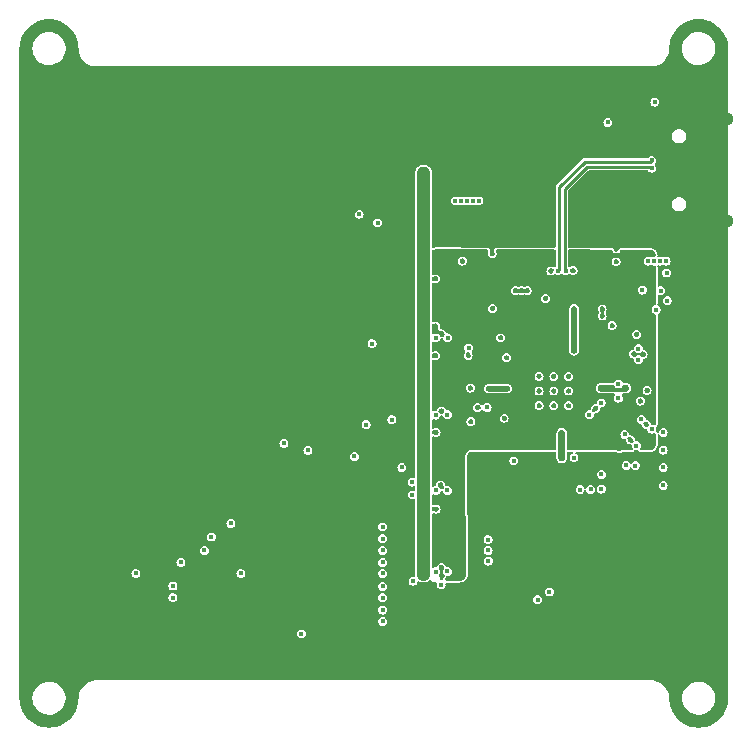
<source format=gbr>
%TF.GenerationSoftware,KiCad,Pcbnew,8.0.8*%
%TF.CreationDate,2025-05-20T22:02:41+02:00*%
%TF.ProjectId,Bernd_V1,4265726e-645f-4563-912e-6b696361645f,REV3*%
%TF.SameCoordinates,Original*%
%TF.FileFunction,Copper,L4,Bot*%
%TF.FilePolarity,Positive*%
%FSLAX46Y46*%
G04 Gerber Fmt 4.6, Leading zero omitted, Abs format (unit mm)*
G04 Created by KiCad (PCBNEW 8.0.8) date 2025-05-20 22:02:41*
%MOMM*%
%LPD*%
G01*
G04 APERTURE LIST*
%TA.AperFunction,ComponentPad*%
%ADD10O,2.000000X1.100000*%
%TD*%
%TA.AperFunction,ComponentPad*%
%ADD11O,1.800000X1.200000*%
%TD*%
%TA.AperFunction,ViaPad*%
%ADD12C,0.450000*%
%TD*%
%TA.AperFunction,Conductor*%
%ADD13C,0.150000*%
%TD*%
%TA.AperFunction,Conductor*%
%ADD14C,0.267208*%
%TD*%
G04 APERTURE END LIST*
D10*
%TO.P,J3,13,SHELL*%
%TO.N,GND*%
X55324879Y42865006D03*
D11*
X59525032Y42865006D03*
D10*
%TO.P,J3,14,SHELL*%
X55324879Y51514994D03*
D11*
X59525032Y51514994D03*
%TD*%
D12*
%TO.N,GND*%
X59232051Y1500000D03*
X55767949Y1500000D03*
X55500000Y2500000D03*
X59500000Y2500000D03*
X56500000Y767949D03*
X55500000Y3500000D03*
X57500000Y500000D03*
X58500000Y767949D03*
X59500000Y3500000D03*
X4232051Y1500000D03*
X767949Y1500000D03*
X500000Y2500000D03*
X4500000Y2500000D03*
X1500000Y767949D03*
X500000Y3500000D03*
X2500000Y500000D03*
X3500000Y767949D03*
X4500000Y3500000D03*
X767949Y58500000D03*
X4232051Y58500000D03*
X4500000Y57500000D03*
X500000Y57500000D03*
X3500000Y59232051D03*
X4500000Y56500000D03*
X2500000Y59500000D03*
X1500000Y59232051D03*
X500000Y56500000D03*
X55767949Y58500000D03*
X56500000Y59232051D03*
X58500000Y59232051D03*
X59232051Y58500000D03*
X57500000Y59500000D03*
X59500000Y56500000D03*
X59500000Y57500000D03*
X55500000Y57500000D03*
X55500000Y56500000D03*
X59500000Y53500000D03*
X59500000Y52500000D03*
X59500000Y55500000D03*
X58500000Y55500000D03*
X57500000Y55500000D03*
X56500000Y55500000D03*
X55500000Y55500000D03*
X54500000Y55500000D03*
X59500000Y4500000D03*
X58500000Y4500000D03*
X57500000Y4500000D03*
X56500000Y4500000D03*
X55500000Y4500000D03*
X54500000Y4500000D03*
X500000Y4500000D03*
X1500000Y4500000D03*
X2500000Y4500000D03*
X3500000Y4500000D03*
X4500000Y4500000D03*
X5500000Y4500000D03*
X500000Y6500000D03*
X500000Y53500000D03*
X500000Y55500000D03*
X1500000Y55500000D03*
X2500000Y55500000D03*
X3500000Y55500000D03*
X4500000Y55500000D03*
X5500000Y55500000D03*
X13390000Y13460000D03*
X59500000Y10500000D03*
X15230000Y11500000D03*
X2500000Y28500000D03*
X51775000Y22650000D03*
X500000Y25500000D03*
X26370000Y21880000D03*
X57500000Y14500000D03*
X16200000Y53490000D03*
X7500000Y29500000D03*
X13670000Y53500000D03*
X6500000Y42500000D03*
X22770000Y42230000D03*
X14500000Y4500000D03*
X7500000Y7500000D03*
X6500000Y46500000D03*
X52800000Y15800000D03*
X46490000Y29750000D03*
X40738092Y22004489D03*
X29500000Y6500000D03*
X7500000Y51500000D03*
X30250000Y14500000D03*
X20500000Y4500000D03*
X11000000Y24030000D03*
X11110000Y30030000D03*
X5500000Y33500000D03*
X31500000Y6500000D03*
X47015001Y21286551D03*
X26260000Y32860000D03*
X4500000Y24500000D03*
X59500000Y39500000D03*
X59500000Y16500000D03*
X57500000Y30500000D03*
X32500000Y42500000D03*
X30330000Y43470000D03*
X5500000Y25500000D03*
X58000000Y50500000D03*
X58500000Y7500000D03*
X500000Y28500000D03*
X12500000Y4500000D03*
X6500000Y44500000D03*
X21260000Y26630000D03*
X8500000Y30500000D03*
X500000Y24500000D03*
X8500000Y4500000D03*
X45240000Y27250000D03*
X23900000Y21880000D03*
X44500000Y7500000D03*
X51400000Y14200000D03*
X35754998Y33339082D03*
X6500000Y50500000D03*
X49340000Y35450000D03*
X6500000Y52500000D03*
X42490000Y37000000D03*
X26500000Y18000000D03*
X4500000Y12500000D03*
X52500000Y4500000D03*
X7500000Y37500000D03*
X7500000Y25500000D03*
X58500000Y25500000D03*
X53432219Y46773486D03*
X38180000Y28750000D03*
X36500000Y55500000D03*
X12348199Y29991801D03*
X35500000Y53500000D03*
X58500000Y27500000D03*
X32500000Y38500000D03*
X59500000Y22500000D03*
X46490000Y27250000D03*
X3500000Y19500000D03*
X18710000Y8520000D03*
X30250000Y11500000D03*
X7500000Y27500000D03*
X23850000Y53500000D03*
X42970000Y19000000D03*
X47500000Y55500000D03*
X31250000Y17500000D03*
X59500000Y19500000D03*
X4500000Y26500000D03*
X31250000Y11500000D03*
X500000Y32500000D03*
X28880000Y27900000D03*
X29020000Y19960000D03*
X500000Y13500000D03*
X7500000Y23500000D03*
X34500000Y4500000D03*
X500000Y46500000D03*
X45240000Y29750000D03*
X4500000Y36500000D03*
X31250000Y16500000D03*
X40042281Y16460000D03*
X30500000Y50500000D03*
X46500000Y4500000D03*
X47500000Y4500000D03*
X50820000Y51980000D03*
X35270000Y18500000D03*
X26380000Y16500000D03*
X500000Y22500000D03*
X39000000Y21000000D03*
X500000Y18500000D03*
X59500000Y7500000D03*
X5500000Y23500000D03*
X12080000Y11520000D03*
X26500000Y55500000D03*
X500000Y20500000D03*
X2500000Y42500000D03*
X38781265Y27110000D03*
X5500000Y41500000D03*
X23860000Y44820000D03*
X12500000Y55500000D03*
X59500000Y36500000D03*
X29080000Y21470000D03*
X13680000Y51170000D03*
X13680000Y8500000D03*
X41500000Y14500000D03*
X29500000Y53500000D03*
X4500000Y40500000D03*
X29000000Y31000000D03*
X45500000Y6500000D03*
X35500000Y41500000D03*
X15500000Y55500000D03*
X37500000Y39500000D03*
X48500000Y9500000D03*
X7500000Y31500000D03*
X23500000Y4500000D03*
X500000Y50500000D03*
X5500000Y9500000D03*
X7500000Y11500000D03*
X48500000Y55500000D03*
X7500000Y4500000D03*
X4500000Y20500000D03*
X52250000Y33300000D03*
X26340000Y26630000D03*
X8500000Y38500000D03*
X35500000Y44500000D03*
X8500000Y6500000D03*
X59500000Y31500000D03*
X49500000Y55500000D03*
X45500000Y14500000D03*
X26390000Y53460000D03*
X4500000Y38500000D03*
X5500000Y35500000D03*
X28500000Y55500000D03*
X44500000Y15500000D03*
X35500000Y43500000D03*
X34500000Y50500000D03*
X500000Y29500000D03*
X58500000Y13500000D03*
X21310000Y53490000D03*
X1500000Y19500000D03*
X12230000Y24070000D03*
X31500000Y47500000D03*
X37500000Y4500000D03*
X31500000Y51500000D03*
X41240000Y31320000D03*
X21320000Y14510000D03*
X1500000Y29500000D03*
X5500000Y45500000D03*
X500000Y14500000D03*
X500000Y27500000D03*
X44993446Y38669535D03*
X58500000Y35500000D03*
X29500000Y51500000D03*
X46910000Y16930000D03*
X47740000Y52120000D03*
X45330000Y16940000D03*
X6500000Y14500000D03*
X47020000Y17970000D03*
X48330000Y51530000D03*
X11780000Y48000000D03*
X49500000Y12000000D03*
X46500000Y7500000D03*
X13480000Y24090000D03*
X19500000Y55500000D03*
X57500000Y24500000D03*
X41500000Y55500000D03*
X39281038Y15460082D03*
X41500000Y16500000D03*
X28810000Y8460000D03*
X17000000Y12500000D03*
X42500000Y9500000D03*
X59500000Y32500000D03*
X32790000Y32000000D03*
X58500000Y11500000D03*
X6500000Y4500000D03*
X39000000Y19500000D03*
X18590000Y24130000D03*
X20160000Y42030000D03*
X8500000Y26500000D03*
X47500000Y8500000D03*
X500000Y37500000D03*
X54500000Y29500000D03*
X13500000Y4500000D03*
X6500000Y10500000D03*
X26360000Y19690000D03*
X23800000Y32880000D03*
X16200000Y51170000D03*
X58500000Y15500000D03*
X56200000Y48400000D03*
X6500000Y12500000D03*
X500000Y34500000D03*
X48500000Y4500000D03*
X46500000Y55500000D03*
X26390000Y15530000D03*
X48750000Y27000000D03*
X15830000Y12530000D03*
X500000Y48500000D03*
X500000Y42500000D03*
X43500000Y43500000D03*
X37500000Y43500000D03*
X7500000Y41500000D03*
X59500000Y46500000D03*
X22540000Y36120000D03*
X16118199Y29931801D03*
X35729677Y26821178D03*
X15920000Y15560000D03*
X11010000Y8510000D03*
X43500000Y41500000D03*
X14853199Y29936801D03*
X14760000Y24100000D03*
X42990000Y37000000D03*
X33500000Y55500000D03*
X8500000Y46500000D03*
X18860000Y42030000D03*
X20500000Y18000000D03*
X5500000Y37500000D03*
X51500000Y6500000D03*
X6500000Y8500000D03*
X40740000Y33000000D03*
X500000Y12500000D03*
X24390000Y12590000D03*
X43500000Y6500000D03*
X41500000Y18500000D03*
X6500000Y18500000D03*
X31250000Y8500000D03*
X43500000Y4500000D03*
X20500000Y55500000D03*
X59500000Y26500000D03*
X8500000Y22500000D03*
X49500000Y8500000D03*
X5500000Y15500000D03*
X20550000Y24110000D03*
X52500000Y55500000D03*
X33500000Y4500000D03*
X7500000Y17500000D03*
X23500000Y55500000D03*
X26350000Y14480000D03*
X30140000Y22250000D03*
X32500000Y50500000D03*
X50500000Y4500000D03*
X30500000Y52500000D03*
X39290000Y16480000D03*
X59500000Y38500000D03*
X5500000Y29500000D03*
X29500000Y55500000D03*
X50510000Y39440000D03*
X500000Y10500000D03*
X59500000Y18500000D03*
X23840000Y39180000D03*
X57500000Y28500000D03*
X25350000Y36130000D03*
X59500000Y15500000D03*
X53067445Y25668950D03*
X46490000Y28500000D03*
X14873199Y36093199D03*
X8500000Y50500000D03*
X36500000Y52500000D03*
X33500000Y49500000D03*
X24500000Y55500000D03*
X17410000Y29930000D03*
X15500000Y4500000D03*
X57500000Y34500000D03*
X23860000Y10470000D03*
X59500000Y49500000D03*
X21500000Y11470000D03*
X54365227Y35773130D03*
X31500000Y55500000D03*
X3500000Y29500000D03*
X15023199Y42046801D03*
X45500000Y4500000D03*
X6500000Y36500000D03*
X500000Y39500000D03*
X7500000Y15500000D03*
X51500000Y4500000D03*
X52800000Y31600000D03*
X43500000Y8500000D03*
X59500000Y13500000D03*
X34500000Y55500000D03*
X16210000Y6540000D03*
X59500000Y9500000D03*
X23800000Y27900000D03*
X29347982Y26284379D03*
X8500000Y34500000D03*
X53500000Y4500000D03*
X5500000Y21500000D03*
X20500000Y12500000D03*
X59500000Y40500000D03*
X12328199Y36078199D03*
X6500000Y48500000D03*
X59500000Y28500000D03*
X30500000Y4500000D03*
X42500000Y55500000D03*
X32500000Y4500000D03*
X22500000Y55500000D03*
X53550000Y51090000D03*
X49500000Y13500000D03*
X43990000Y27250000D03*
X45610000Y20400000D03*
X4500000Y32500000D03*
X5500000Y13500000D03*
X26400000Y51160000D03*
X54510343Y21250000D03*
X23870000Y16520000D03*
X14500000Y12500000D03*
X59500000Y25500000D03*
X59500000Y23500000D03*
X3500000Y41500000D03*
X40060000Y35490000D03*
X8500000Y18500000D03*
X47500000Y14500000D03*
X21300000Y15520000D03*
X14410000Y48000000D03*
X29500000Y49500000D03*
X23140000Y12470000D03*
X42500000Y42500000D03*
X59500000Y37500000D03*
X22440000Y48000000D03*
X500000Y30500000D03*
X59500000Y8500000D03*
X7500000Y49500000D03*
X22000000Y18000000D03*
X8500000Y40500000D03*
X7500000Y33500000D03*
X41039956Y26199592D03*
X39500000Y55500000D03*
X25190000Y48420000D03*
X35235000Y38000000D03*
X44500000Y42500000D03*
X38500000Y55500000D03*
X4500000Y52500000D03*
X7500000Y21500000D03*
X57500000Y36600000D03*
X33500000Y51500000D03*
X59500000Y47500000D03*
X7500000Y39500000D03*
X21500000Y4500000D03*
X47015001Y22243529D03*
X9500000Y55500000D03*
X37500000Y55500000D03*
X8500000Y44500000D03*
X32500000Y46500000D03*
X500000Y8500000D03*
X59500000Y14500000D03*
X35500000Y49500000D03*
X1500000Y31500000D03*
X30250000Y8500000D03*
X53500000Y43180000D03*
X57000000Y46400000D03*
X21500000Y55500000D03*
X4500000Y30500000D03*
X2500000Y16500000D03*
X19410000Y48000000D03*
X44230000Y11340000D03*
X16500000Y4500000D03*
X21280000Y19600000D03*
X500000Y52500000D03*
X8500000Y32500000D03*
X13593199Y29956801D03*
X45500000Y16500000D03*
X50520000Y40530000D03*
X43990000Y28500000D03*
X11010000Y6550000D03*
X18750000Y10490000D03*
X57000000Y49500000D03*
X29500000Y4500000D03*
X4500000Y34500000D03*
X28500000Y4500000D03*
X18730000Y29940000D03*
X6500000Y38500000D03*
X5500000Y47500000D03*
X30250000Y12500000D03*
X24500000Y4500000D03*
X39500000Y4500000D03*
X19950000Y36120000D03*
X25500000Y55500000D03*
X16288199Y42031801D03*
X57500000Y40500000D03*
X40020000Y40120000D03*
X32750000Y25510000D03*
X11500000Y4500000D03*
X53500000Y42500000D03*
X26500000Y4500000D03*
X55500000Y6500000D03*
X21300000Y16520000D03*
X48820000Y19797820D03*
X16200000Y8530000D03*
X8500000Y28500000D03*
X38500000Y4500000D03*
X17500000Y55500000D03*
X8500000Y24500000D03*
X57500000Y32500000D03*
X26310000Y44830000D03*
X1500000Y43500000D03*
X40075769Y15462307D03*
X33500000Y53500000D03*
X52004862Y31638464D03*
X47920000Y19760000D03*
X3500000Y31500000D03*
X23870000Y14490000D03*
X9500000Y4500000D03*
X41500000Y4500000D03*
X52575000Y12975000D03*
X30250000Y16500000D03*
X25000000Y18000000D03*
X31250000Y9500000D03*
X33250000Y18500000D03*
X8500000Y10500000D03*
X23800000Y26630000D03*
X18500000Y55500000D03*
X8500000Y14500000D03*
X30150000Y27900000D03*
X21250000Y10500000D03*
X46500000Y15500000D03*
X31250000Y10500000D03*
X20000000Y11500000D03*
X5500000Y17500000D03*
X31250000Y14500000D03*
X57500000Y18500000D03*
X49268199Y20818199D03*
X34500000Y52500000D03*
X57500000Y26500000D03*
X4500000Y10500000D03*
X8500000Y16500000D03*
X53440000Y48610000D03*
X6500000Y32500000D03*
X39296395Y14550000D03*
X50175000Y34025000D03*
X13756801Y42053199D03*
X21310000Y51170000D03*
X5500000Y31500000D03*
X31500000Y53500000D03*
X49500000Y4500000D03*
X19500000Y4500000D03*
X53500000Y6500000D03*
X23860000Y15500000D03*
X31500000Y45500000D03*
X500000Y45500000D03*
X21250000Y8530000D03*
X18700000Y6520000D03*
X44500000Y55500000D03*
X21260000Y27900000D03*
X59500000Y20500000D03*
X42500000Y15500000D03*
X31250000Y21000000D03*
X59500000Y21500000D03*
X53550000Y50410000D03*
X23860000Y8540003D03*
X31250000Y15500000D03*
X500000Y40500000D03*
X6500000Y28500000D03*
X22690000Y30280000D03*
X18680000Y36110000D03*
X58500000Y29500000D03*
X32240000Y33120000D03*
X57500000Y8500000D03*
X29860000Y33120000D03*
X59500000Y29500000D03*
X30250000Y13500000D03*
X33240000Y13200000D03*
X53140000Y28550000D03*
X59500000Y12500000D03*
X45500000Y55500000D03*
X58500000Y39500000D03*
X31250000Y12500000D03*
X3500000Y17500000D03*
X17320000Y24120000D03*
X30250000Y10500000D03*
X43990000Y29750000D03*
X8500000Y48500000D03*
X25500000Y4500000D03*
X54500000Y17500000D03*
X31500000Y43500000D03*
X21300000Y39180000D03*
X14500000Y55500000D03*
X5500000Y39500000D03*
X43500000Y16500000D03*
X8500000Y42500000D03*
X2500000Y40500000D03*
X53500000Y41000000D03*
X3500000Y53500000D03*
X31500000Y39500000D03*
X51730227Y24355227D03*
X33000000Y20250000D03*
X50500000Y55500000D03*
X26310000Y10470000D03*
X11130000Y51170000D03*
X25580000Y12580000D03*
X5500000Y11500000D03*
X4500000Y44500000D03*
X8500000Y20500000D03*
X59500000Y33500000D03*
X26310000Y8540000D03*
X500000Y41500000D03*
X2500000Y30500000D03*
X6500000Y24500000D03*
X49500000Y6500000D03*
X6500000Y22500000D03*
X58500000Y23500000D03*
X52575000Y27650000D03*
X53560000Y51780000D03*
X4500000Y28500000D03*
X30250000Y9500000D03*
X41500000Y8500000D03*
X45500000Y8500000D03*
X4500000Y14500000D03*
X16900000Y47990000D03*
X500000Y51500000D03*
X18750000Y51170000D03*
X59500000Y44500000D03*
X26310000Y6530000D03*
X11170699Y42049301D03*
X9690000Y30040000D03*
X30500000Y48500000D03*
X2500000Y6500000D03*
X3500000Y7500000D03*
X5500000Y7500000D03*
X29000000Y34000000D03*
X58500000Y9500000D03*
X4500000Y48500000D03*
X2500000Y52500000D03*
X5500000Y27500000D03*
X51500000Y55500000D03*
X43850000Y20310000D03*
X53500000Y8500000D03*
X7500000Y55500000D03*
X40000000Y22000000D03*
X42500000Y4500000D03*
X4500000Y6500000D03*
X4500000Y22500000D03*
X21250000Y6500000D03*
X56500000Y7500000D03*
X37500000Y41500000D03*
X11760000Y12660000D03*
X43500000Y14500000D03*
X57000000Y47800000D03*
X31360000Y22940000D03*
X500000Y31500000D03*
X31250000Y13500000D03*
X7500000Y43500000D03*
X31500000Y49500000D03*
X23500000Y18000000D03*
X4500000Y18500000D03*
X4500000Y42500000D03*
X30250000Y15500000D03*
X10500000Y4500000D03*
X59500000Y11500000D03*
X11140000Y53490000D03*
X41500000Y10500000D03*
X8500000Y8500000D03*
X37990000Y31510000D03*
X1500000Y17500000D03*
X53510000Y43870000D03*
X500000Y16500000D03*
X500000Y9500000D03*
X500000Y15500000D03*
X6500000Y6500000D03*
X7500000Y47500000D03*
X21270000Y21880000D03*
X36500000Y42500000D03*
X50500000Y7500000D03*
X40500000Y55500000D03*
X28740000Y42750000D03*
X57920000Y53480000D03*
X17500000Y4500000D03*
X59500000Y24500000D03*
X59500000Y27500000D03*
X52500000Y7500000D03*
X58500000Y33500000D03*
X2500000Y18500000D03*
X16023199Y24113199D03*
X500000Y44500000D03*
X6500000Y20500000D03*
X58500000Y31500000D03*
X35500000Y55500000D03*
X18750000Y53460000D03*
X58500000Y21500000D03*
X500000Y35500000D03*
X59500000Y41500000D03*
X43500000Y55500000D03*
X500000Y21500000D03*
X40500000Y4500000D03*
X59500000Y45500000D03*
X23820000Y23020000D03*
X51500000Y8500000D03*
X54500000Y19500000D03*
X7480000Y53470000D03*
X7500000Y19500000D03*
X57500000Y20500000D03*
X32500000Y52500000D03*
X500000Y47500000D03*
X57000000Y51500000D03*
X17450000Y17700000D03*
X35750584Y12879218D03*
X32500000Y44500000D03*
X28850000Y10480000D03*
X57500000Y16500000D03*
X53500000Y55500000D03*
X7500000Y9500000D03*
X59500000Y50500000D03*
X57500000Y12500000D03*
X13610000Y36080000D03*
X54500000Y24250000D03*
X16123199Y36113199D03*
X35215000Y34000000D03*
X22500000Y4500000D03*
X58500000Y37500000D03*
X35235000Y31500000D03*
X27500000Y4500000D03*
X13680000Y6570000D03*
X13430000Y11490000D03*
X41990000Y37000000D03*
X35729414Y13570781D03*
X54500000Y7500000D03*
X22060000Y12490000D03*
X35660000Y20550000D03*
X35500000Y46500000D03*
X35500000Y4500000D03*
X38220000Y25900000D03*
X59500000Y35500000D03*
X23860000Y51160000D03*
X18500000Y11500000D03*
X7500000Y45500000D03*
X59500000Y48500000D03*
X11070000Y36060000D03*
X500000Y36500000D03*
X27500000Y55500000D03*
X26340000Y27900000D03*
X59500000Y34500000D03*
X18500000Y4500000D03*
X46870000Y38680000D03*
X18300000Y12550000D03*
X500000Y11500000D03*
X8500000Y36500000D03*
X4500000Y46500000D03*
X57500000Y38500000D03*
X49340000Y34850000D03*
X31500000Y41500000D03*
X39500000Y21500000D03*
X58500000Y41500000D03*
X32500000Y40500000D03*
X26380000Y39180000D03*
X48500000Y15500000D03*
X50500000Y9500000D03*
X12470000Y42050000D03*
X6500000Y30500000D03*
X30500000Y55500000D03*
X7500000Y35500000D03*
X5500000Y49500000D03*
X500000Y7500000D03*
X6500000Y34500000D03*
X22971801Y23571801D03*
X56200000Y47100000D03*
X16500000Y55500000D03*
X13500000Y55500000D03*
X500000Y33500000D03*
X35500000Y51500000D03*
X58500000Y19500000D03*
X5500000Y51500000D03*
X35270000Y25000000D03*
X40750000Y17500000D03*
X44500000Y4500000D03*
X6500000Y26500000D03*
X5500000Y43500000D03*
X4500000Y50500000D03*
X23880000Y19610000D03*
X38500000Y19000000D03*
X9860000Y42030000D03*
X17000000Y11500000D03*
X500000Y43500000D03*
X5490000Y53500000D03*
X5500000Y19500000D03*
X58000000Y48500000D03*
X4500000Y16500000D03*
X23860000Y7330000D03*
X58500000Y17500000D03*
X10500000Y55500000D03*
X6500000Y40500000D03*
X500000Y19500000D03*
X20500000Y30000000D03*
X57500000Y22500000D03*
X8500000Y12500000D03*
X6500000Y55500000D03*
X17570000Y42030000D03*
X500000Y17500000D03*
X500000Y38500000D03*
X33775000Y11125000D03*
X40500000Y9500000D03*
X40085415Y14560000D03*
X11500000Y55500000D03*
X500000Y23500000D03*
X4500000Y8500000D03*
X57500000Y6500000D03*
X500000Y26500000D03*
X17403199Y36113199D03*
X8500000Y52500000D03*
X10410000Y12650000D03*
X9370000Y12640000D03*
X7500000Y13500000D03*
X6500000Y16500000D03*
X30150000Y31710000D03*
X29080000Y22980000D03*
X8500000Y55500000D03*
X59500000Y17500000D03*
X45240000Y28500000D03*
X32500000Y55500000D03*
X31500000Y4500000D03*
X58510000Y52820000D03*
X36500000Y4500000D03*
X1500000Y41500000D03*
X3500000Y43500000D03*
X47500000Y12000000D03*
X59500000Y30500000D03*
X57500000Y10500000D03*
X19200000Y12550000D03*
X44560000Y36350000D03*
X500000Y49500000D03*
%TO.N,+3V3*%
X41240000Y32400000D03*
X48040000Y32450000D03*
X51250000Y35500000D03*
X50050000Y24400000D03*
X41255000Y24658750D03*
X36715000Y31250000D03*
X36715000Y32000000D03*
X53790000Y52960000D03*
X48430000Y29790000D03*
X51750000Y39500000D03*
X45840000Y32500000D03*
X36750000Y18250000D03*
X47000000Y40000000D03*
X48500000Y39250000D03*
X50325000Y32825000D03*
X40705000Y23958750D03*
X51750000Y36500000D03*
X49638199Y33511801D03*
X51250000Y38750000D03*
X48425000Y30850000D03*
X51750000Y34250000D03*
X36750000Y19000000D03*
X51951445Y28193716D03*
X50775000Y23625000D03*
X42990000Y38250000D03*
X50500000Y37800000D03*
X42490000Y38250000D03*
X36750000Y24750000D03*
X54300000Y37000000D03*
X37310000Y18640000D03*
X41240000Y29700000D03*
X47500000Y39250000D03*
X41255000Y27800000D03*
X49500000Y39250000D03*
X51750000Y38000000D03*
X37530000Y13440000D03*
X50950000Y32100000D03*
X37310000Y31640000D03*
X44740000Y24600000D03*
X51250000Y37250000D03*
X36715000Y37750000D03*
X41990000Y38250000D03*
X37380000Y25160000D03*
X48000000Y40000000D03*
X36750000Y25500000D03*
X49810000Y51240000D03*
X49000000Y40000000D03*
X37043062Y13440000D03*
%TO.N,+1V1*%
X46940000Y31900000D03*
X46940000Y35450000D03*
X45889898Y22790051D03*
X39740000Y28700027D03*
X46940000Y32500000D03*
X49450000Y28700000D03*
X41240000Y28700000D03*
X51350000Y28699898D03*
X46940000Y34850000D03*
X45900000Y24960000D03*
%TO.N,MCU_OE*%
X36230000Y13240000D03*
X49275000Y21445000D03*
%TO.N,MCU_R32*%
X36230000Y26490000D03*
X39595129Y27110000D03*
%TO.N,MCU_LAT*%
X49270330Y20194312D03*
X39695177Y14101697D03*
%TO.N,MCU_G21*%
X38020000Y32135311D03*
X36250000Y33000000D03*
%TO.N,MCU_E*%
X47470000Y20160000D03*
X39677145Y15910750D03*
%TO.N,MCU_B42*%
X41855764Y22589367D03*
X36230000Y20090000D03*
%TO.N,HUB_CLK*%
X12990000Y12000000D03*
X30750000Y11950000D03*
%TO.N,HUB_C*%
X15650000Y15000000D03*
X30750000Y15000000D03*
%TO.N,HUB_G11*%
X28760000Y43470000D03*
X30330000Y42740000D03*
%TO.N,HUB_OE*%
X9859982Y13050000D03*
X33330000Y12400000D03*
X30750000Y9950000D03*
X35250000Y13210000D03*
%TO.N,HUB_LAT*%
X30750000Y11000000D03*
X12990000Y11000000D03*
%TO.N,HUB_E*%
X30750000Y13050000D03*
X18750000Y13050000D03*
%TO.N,HUB_A*%
X30750000Y17000000D03*
X17900000Y17300000D03*
%TO.N,HUB_D*%
X30750000Y14000000D03*
X13670000Y14000000D03*
%TO.N,HUB_B*%
X16240000Y16140000D03*
X30750000Y16000000D03*
%TO.N,HUB_G21*%
X29850000Y32500000D03*
X35260000Y33000000D03*
%TO.N,HUB_B32*%
X22390000Y24070000D03*
X24420000Y23470000D03*
%TO.N,HUB_R32*%
X31530000Y26080000D03*
X35247042Y26464720D03*
%TO.N,HUB_G31*%
X28350000Y22960000D03*
X29350000Y25650000D03*
%TO.N,HUB_G42*%
X33271472Y20785075D03*
X23860000Y7940000D03*
%TO.N,HUB_G41*%
X30750000Y9000000D03*
X32375000Y22025000D03*
%TO.N,HUB_B42*%
X35272890Y20091580D03*
X33268329Y19713341D03*
%TO.N,+5V*%
X33984894Y13600000D03*
X34456938Y20110000D03*
X34500000Y45925000D03*
X34403507Y33132489D03*
X34500000Y47025000D03*
X33950000Y46475000D03*
X34400509Y26629491D03*
X33900000Y33130000D03*
X34456938Y13590000D03*
X33950000Y47025000D03*
X33881935Y20110000D03*
X33900000Y26630000D03*
X33950000Y45925000D03*
X34500000Y46475000D03*
%TO.N,MCU_CLK*%
X39679662Y15011638D03*
X48349471Y20178996D03*
%TO.N,RESET_PORT*%
X35700000Y12100000D03*
X54800000Y38498094D03*
%TO.N,USB_PORT_DP*%
X53541783Y48016600D03*
X45593400Y38677170D03*
%TO.N,USB_PORT_DN*%
X46246600Y38677170D03*
X53541783Y47363400D03*
%TO.N,EXT_03*%
X51364633Y22212276D03*
X51250000Y24825000D03*
%TO.N,EXT_08*%
X53520000Y25275000D03*
X54500000Y22040000D03*
%TO.N,EXT_09*%
X54500000Y23498865D03*
X50717793Y27890000D03*
%TO.N,EXT_04*%
X52143366Y22176387D03*
X52225000Y23875000D03*
%TO.N,EXT_10*%
X50704976Y29099948D03*
X54500000Y25000000D03*
%TO.N,EXT_07*%
X52643180Y26093218D03*
X54500000Y20510000D03*
%TO.N,DIO_PORT*%
X54840000Y36140000D03*
X49250000Y27500000D03*
%TO.N,CLK_PORT*%
X48250000Y26500000D03*
X53897170Y35397730D03*
%TO.N,/RUN*%
X46950000Y22840000D03*
X52750000Y37050000D03*
%TO.N,VDBG*%
X54250000Y39500000D03*
X53750000Y39500000D03*
X53250000Y39500000D03*
X37400000Y44600000D03*
X54750000Y39500000D03*
X36900000Y44600000D03*
X38900000Y44600000D03*
X37900000Y44600000D03*
X38400000Y44600000D03*
%TO.N,SDA_NODE*%
X44870000Y11490000D03*
X52400000Y31149898D03*
%TO.N,SCL_NODE*%
X52401693Y32088494D03*
X43870000Y10830000D03*
%TD*%
D13*
%TO.N,GND*%
X47100000Y22353603D02*
X47203199Y22456802D01*
X47015001Y22243529D02*
X47100000Y22328528D01*
X47100000Y22328528D02*
X47100000Y22353603D01*
D14*
%TO.N,USB_PORT_DP*%
X53450387Y47925204D02*
X47842574Y47925204D01*
X45684796Y38768566D02*
X45593400Y38677170D01*
X53541783Y48016600D02*
X53450387Y47925204D01*
X47842574Y47925204D02*
X45684796Y45767426D01*
X45684796Y45767426D02*
X45684796Y38768566D01*
%TO.N,USB_PORT_DN*%
X48037426Y47454796D02*
X46155204Y45572574D01*
X46155204Y45572574D02*
X46155204Y38768566D01*
X53450387Y47454796D02*
X48037426Y47454796D01*
X53541783Y47363400D02*
X53450387Y47454796D01*
X46155204Y38768566D02*
X46246600Y38677170D01*
%TD*%
%TA.AperFunction,Conductor*%
%TO.N,GND*%
G36*
X35786669Y13784457D02*
G01*
X35808681Y13777305D01*
X35849899Y13756304D01*
X35868627Y13742697D01*
X35901326Y13709998D01*
X35914935Y13691267D01*
X35951174Y13620143D01*
X35951194Y13620101D01*
X35953506Y13615564D01*
X35954014Y13614568D01*
X35954685Y13613340D01*
X35958269Y13606777D01*
X35965403Y13594555D01*
X35965943Y13593789D01*
X35966001Y13593531D01*
X35967003Y13591814D01*
X35966458Y13591497D01*
X35978377Y13538534D01*
X35957787Y13498825D01*
X35922428Y13463467D01*
X35868426Y13357484D01*
X35868426Y13357483D01*
X35849819Y13240000D01*
X35868426Y13122518D01*
X35868426Y13122517D01*
X35883712Y13092518D01*
X35910870Y13039216D01*
X35922428Y13016534D01*
X35980848Y12958114D01*
X36002522Y12905788D01*
X35995390Y12874090D01*
X35989621Y12861920D01*
X35987254Y12859780D01*
X35987522Y12859643D01*
X35927818Y12742471D01*
X35923414Y12734956D01*
X35906608Y12709804D01*
X35877579Y12646241D01*
X35874667Y12639441D01*
X35865112Y12559517D01*
X35865112Y12559514D01*
X35866352Y12550887D01*
X35852343Y12496009D01*
X35803634Y12467111D01*
X35781530Y12467269D01*
X35696465Y12480741D01*
X35648173Y12510333D01*
X35634229Y12559110D01*
X35635671Y12579266D01*
X35636023Y12586658D01*
X35617046Y12664881D01*
X35583561Y12726204D01*
X35581341Y12729170D01*
X35574649Y12739919D01*
X35526115Y12835172D01*
X35526119Y12835175D01*
X35526098Y12835204D01*
X35525990Y12835415D01*
X35525309Y12836662D01*
X35524352Y12838415D01*
X35521721Y12843236D01*
X35514589Y12855453D01*
X35514585Y12855458D01*
X35514582Y12855464D01*
X35514577Y12855470D01*
X35514062Y12856200D01*
X35514004Y12856454D01*
X35512983Y12858204D01*
X35513537Y12858528D01*
X35501619Y12911454D01*
X35522210Y12951173D01*
X35557573Y12986535D01*
X35611574Y13092518D01*
X35630181Y13210000D01*
X35611574Y13327482D01*
X35557573Y13433465D01*
X35499150Y13491888D01*
X35477476Y13544214D01*
X35484607Y13575908D01*
X35490373Y13588073D01*
X35492740Y13590214D01*
X35492473Y13590350D01*
X35506389Y13617662D01*
X35543895Y13691273D01*
X35557499Y13709998D01*
X35590201Y13742700D01*
X35608923Y13756302D01*
X35650143Y13777305D01*
X35672155Y13784457D01*
X35717839Y13791692D01*
X35740987Y13791692D01*
X35786669Y13784457D01*
G37*
%TD.AperFunction*%
%TA.AperFunction,Conductor*%
G36*
X35327255Y18713676D02*
G01*
X35349267Y18706524D01*
X35390485Y18685523D01*
X35409213Y18671916D01*
X35441914Y18639215D01*
X35455521Y18620486D01*
X35476519Y18579275D01*
X35483674Y18557256D01*
X35490908Y18511578D01*
X35490908Y18488427D01*
X35483673Y18442746D01*
X35476519Y18420727D01*
X35455522Y18379518D01*
X35441913Y18360787D01*
X35409211Y18328085D01*
X35390481Y18314477D01*
X35349275Y18293481D01*
X35327254Y18286326D01*
X35281574Y18279092D01*
X35258424Y18279092D01*
X35212745Y18286326D01*
X35190724Y18293481D01*
X35167200Y18305468D01*
X35143598Y18315147D01*
X35104972Y18327397D01*
X35104967Y18327398D01*
X35035859Y18333093D01*
X35035858Y18333093D01*
X35035857Y18333093D01*
X35020921Y18330948D01*
X35000867Y18328068D01*
X34945992Y18342085D01*
X34917100Y18390799D01*
X34916349Y18401327D01*
X34916363Y18500002D01*
X34916376Y18598283D01*
X34938057Y18650603D01*
X34990386Y18672270D01*
X34996004Y18672056D01*
X35012119Y18670826D01*
X35056747Y18667420D01*
X35056748Y18667421D01*
X35056751Y18667420D01*
X35125421Y18680316D01*
X35167315Y18694592D01*
X35190726Y18706522D01*
X35212743Y18713676D01*
X35258426Y18720911D01*
X35281573Y18720911D01*
X35327255Y18713676D01*
G37*
%TD.AperFunction*%
%TA.AperFunction,Conductor*%
G36*
X35717255Y20763676D02*
G01*
X35739267Y20756524D01*
X35780485Y20735523D01*
X35799213Y20721916D01*
X35831914Y20689215D01*
X35845521Y20670486D01*
X35866519Y20629276D01*
X35873674Y20607257D01*
X35878863Y20574493D01*
X35884175Y20540956D01*
X35892855Y20508868D01*
X35908932Y20467572D01*
X35911980Y20459743D01*
X35940839Y20419418D01*
X35953666Y20364253D01*
X35932990Y20324028D01*
X35922423Y20313461D01*
X35885173Y20240352D01*
X35842106Y20203569D01*
X35806624Y20201031D01*
X35763561Y20208481D01*
X35763554Y20208482D01*
X35763537Y20208485D01*
X35756244Y20209569D01*
X35756243Y20209569D01*
X35752594Y20209062D01*
X35694466Y20200987D01*
X35639656Y20215255D01*
X35618350Y20240688D01*
X35580463Y20315045D01*
X35496353Y20399155D01*
X35462395Y20416457D01*
X35425612Y20459524D01*
X35425292Y20504250D01*
X35434965Y20535532D01*
X35435702Y20540181D01*
X35441135Y20574493D01*
X35446324Y20607259D01*
X35453475Y20629268D01*
X35474479Y20670491D01*
X35488081Y20689213D01*
X35520787Y20721919D01*
X35539509Y20735521D01*
X35580729Y20756524D01*
X35602741Y20763676D01*
X35648425Y20770911D01*
X35671573Y20770911D01*
X35717255Y20763676D01*
G37*
%TD.AperFunction*%
%TA.AperFunction,Conductor*%
G36*
X51634505Y24608988D02*
G01*
X51664534Y24594753D01*
X51664536Y24594753D01*
X51664539Y24594751D01*
X51696594Y24584840D01*
X51706818Y24581678D01*
X51787477Y24568904D01*
X51809493Y24561751D01*
X51850711Y24540750D01*
X51869442Y24527141D01*
X51902141Y24494442D01*
X51915748Y24475713D01*
X51936746Y24434502D01*
X51943901Y24412485D01*
X51956101Y24335458D01*
X51956102Y24335450D01*
X51956103Y24335449D01*
X51960803Y24314907D01*
X51960808Y24314889D01*
X51970480Y24282800D01*
X51970484Y24282792D01*
X51990279Y24246845D01*
X51996534Y24190554D01*
X51977784Y24158823D01*
X51930738Y24111777D01*
X51878412Y24090103D01*
X51839896Y24100917D01*
X51833917Y24104562D01*
X51833911Y24104564D01*
X51782574Y24119639D01*
X51773327Y24123038D01*
X51764197Y24127103D01*
X51764188Y24127106D01*
X51672970Y24141553D01*
X51650952Y24148708D01*
X51609741Y24169706D01*
X51591012Y24183313D01*
X51558311Y24216014D01*
X51544704Y24234742D01*
X51523703Y24275960D01*
X51516551Y24297973D01*
X51505744Y24366213D01*
X51504106Y24374936D01*
X51503532Y24377573D01*
X51501098Y24388767D01*
X51501096Y24388773D01*
X51481150Y24437919D01*
X51478751Y24441772D01*
X51469495Y24497648D01*
X51489242Y24533205D01*
X51550485Y24594448D01*
X51602808Y24616120D01*
X51634505Y24608988D01*
G37*
%TD.AperFunction*%
%TA.AperFunction,Conductor*%
G36*
X35327255Y25213676D02*
G01*
X35349267Y25206524D01*
X35390485Y25185523D01*
X35409213Y25171916D01*
X35441914Y25139215D01*
X35455521Y25120486D01*
X35476519Y25079275D01*
X35483674Y25057257D01*
X35490909Y25011575D01*
X35490909Y24988423D01*
X35483796Y24943512D01*
X35483789Y24943468D01*
X35483668Y24942707D01*
X35476521Y24920732D01*
X35455522Y24879518D01*
X35441913Y24860787D01*
X35409211Y24828085D01*
X35390481Y24814477D01*
X35349275Y24793481D01*
X35327254Y24786326D01*
X35281574Y24779092D01*
X35258424Y24779092D01*
X35212745Y24786326D01*
X35190728Y24793480D01*
X35168114Y24805002D01*
X35168113Y24805003D01*
X35168108Y24805005D01*
X35144519Y24814678D01*
X35144503Y24814684D01*
X35113735Y24824439D01*
X35105892Y24826926D01*
X35082856Y24828824D01*
X35036786Y24832620D01*
X35036785Y24832620D01*
X35036784Y24832620D01*
X35021848Y24830475D01*
X35001794Y24827595D01*
X34946919Y24841612D01*
X34918027Y24890326D01*
X34917276Y24900854D01*
X34917279Y24920732D01*
X34917304Y25098754D01*
X34938986Y25151075D01*
X34991314Y25172742D01*
X34996933Y25172528D01*
X35004942Y25171916D01*
X35057675Y25167892D01*
X35057676Y25167893D01*
X35057679Y25167892D01*
X35126348Y25180788D01*
X35168244Y25195065D01*
X35190727Y25206522D01*
X35212744Y25213677D01*
X35258425Y25220911D01*
X35281573Y25220911D01*
X35327255Y25213676D01*
G37*
%TD.AperFunction*%
%TA.AperFunction,Conductor*%
G36*
X53048030Y25902325D02*
G01*
X53051762Y25900555D01*
X53094047Y25887480D01*
X53094052Y25887480D01*
X53094056Y25887478D01*
X53119294Y25883482D01*
X53124692Y25882627D01*
X53146711Y25875474D01*
X53157936Y25869755D01*
X53187929Y25854473D01*
X53206660Y25840864D01*
X53239357Y25808167D01*
X53252965Y25789437D01*
X53274150Y25747860D01*
X53280944Y25727926D01*
X53281965Y25722488D01*
X53284970Y25708680D01*
X53284970Y25708677D01*
X53306106Y25656601D01*
X53304163Y25655813D01*
X53308077Y25605478D01*
X53290047Y25576086D01*
X53212426Y25498465D01*
X53198458Y25471052D01*
X53155390Y25434271D01*
X53110667Y25433952D01*
X53074791Y25445044D01*
X53074788Y25445045D01*
X53040647Y25450453D01*
X53010189Y25455277D01*
X52988171Y25462431D01*
X52946959Y25483429D01*
X52928228Y25497038D01*
X52895530Y25529736D01*
X52881923Y25548463D01*
X52871428Y25569062D01*
X52860921Y25589684D01*
X52853768Y25611701D01*
X52848910Y25642371D01*
X52847278Y25651066D01*
X52847276Y25651076D01*
X52844267Y25664911D01*
X52833038Y25692579D01*
X52833443Y25749214D01*
X52862917Y25780866D01*
X52861933Y25782221D01*
X52866643Y25785644D01*
X52866642Y25785644D01*
X52866645Y25785645D01*
X52950753Y25869753D01*
X52950754Y25869756D01*
X52954177Y25874465D01*
X52955559Y25873461D01*
X52993461Y25905835D01*
X53048030Y25902325D01*
G37*
%TD.AperFunction*%
%TA.AperFunction,Conductor*%
G36*
X38277255Y26113676D02*
G01*
X38299267Y26106524D01*
X38340485Y26085523D01*
X38359213Y26071916D01*
X38391912Y26039217D01*
X38405521Y26020486D01*
X38426520Y25979272D01*
X38433674Y25957254D01*
X38440909Y25911576D01*
X38440909Y25888422D01*
X38438612Y25873920D01*
X38438611Y25873921D01*
X38438611Y25873915D01*
X38433672Y25842743D01*
X38426519Y25820728D01*
X38405522Y25779518D01*
X38391913Y25760787D01*
X38359211Y25728085D01*
X38340481Y25714477D01*
X38299275Y25693481D01*
X38277254Y25686326D01*
X38231574Y25679092D01*
X38208424Y25679092D01*
X38162744Y25686326D01*
X38140725Y25693481D01*
X38099514Y25714479D01*
X38080785Y25728086D01*
X38048084Y25760787D01*
X38034474Y25779521D01*
X38032377Y25783637D01*
X38032377Y25783636D01*
X38013476Y25820733D01*
X38006323Y25842749D01*
X38004466Y25854473D01*
X37999089Y25888427D01*
X37999089Y25911573D01*
X38006325Y25957261D01*
X38013478Y25979272D01*
X38034481Y26020493D01*
X38048083Y26039215D01*
X38080787Y26071919D01*
X38099509Y26085521D01*
X38140729Y26106524D01*
X38162741Y26113676D01*
X38208425Y26120911D01*
X38231573Y26120911D01*
X38277255Y26113676D01*
G37*
%TD.AperFunction*%
%TA.AperFunction,Conductor*%
G36*
X41097211Y26413268D02*
G01*
X41119223Y26406116D01*
X41160441Y26385115D01*
X41179169Y26371508D01*
X41211870Y26338807D01*
X41225477Y26320078D01*
X41246475Y26278868D01*
X41253630Y26256848D01*
X41260864Y26211170D01*
X41260864Y26188019D01*
X41253629Y26142338D01*
X41246475Y26120319D01*
X41225478Y26079110D01*
X41211869Y26060379D01*
X41179167Y26027677D01*
X41160437Y26014069D01*
X41119231Y25993073D01*
X41097210Y25985918D01*
X41051530Y25978684D01*
X41028380Y25978684D01*
X40982700Y25985918D01*
X40960681Y25993073D01*
X40919470Y26014071D01*
X40900741Y26027678D01*
X40868040Y26060379D01*
X40854433Y26079107D01*
X40833432Y26120325D01*
X40826280Y26142338D01*
X40819045Y26188020D01*
X40819045Y26211169D01*
X40826280Y26256851D01*
X40833432Y26278863D01*
X40854435Y26320083D01*
X40868037Y26338805D01*
X40900743Y26371511D01*
X40919465Y26385113D01*
X40960685Y26406116D01*
X40982697Y26413268D01*
X41028381Y26420503D01*
X41051529Y26420503D01*
X41097211Y26413268D01*
G37*
%TD.AperFunction*%
%TA.AperFunction,Conductor*%
G36*
X35786932Y27034854D02*
G01*
X35808944Y27027702D01*
X35850162Y27006701D01*
X35868890Y26993094D01*
X35901591Y26960393D01*
X35915197Y26941666D01*
X35951020Y26871361D01*
X35951034Y26871329D01*
X35954928Y26863689D01*
X35954931Y26863683D01*
X35964860Y26844195D01*
X35964877Y26844185D01*
X35964886Y26844144D01*
X35969816Y26834470D01*
X35967492Y26833287D01*
X35978093Y26789111D01*
X35957332Y26748371D01*
X35922428Y26713467D01*
X35879883Y26629968D01*
X35836816Y26593186D01*
X35804466Y26590175D01*
X35800470Y26590691D01*
X35756716Y26596345D01*
X35756352Y26596365D01*
X35756269Y26596402D01*
X35755534Y26596497D01*
X35729673Y26596497D01*
X35729171Y26596497D01*
X35729170Y26596497D01*
X35720289Y26596244D01*
X35706158Y26595436D01*
X35706156Y26595436D01*
X35669323Y26586871D01*
X35613448Y26596131D01*
X35586630Y26625352D01*
X35576558Y26645119D01*
X35554615Y26688185D01*
X35499141Y26743659D01*
X35477467Y26795985D01*
X35490385Y26837758D01*
X35490600Y26838074D01*
X35493831Y26842797D01*
X35495111Y26845402D01*
X35495479Y26846135D01*
X35506651Y26868062D01*
X35506652Y26868061D01*
X35544155Y26941667D01*
X35557760Y26960393D01*
X35590464Y26993097D01*
X35609186Y27006699D01*
X35650406Y27027702D01*
X35672418Y27034854D01*
X35718102Y27042089D01*
X35741250Y27042089D01*
X35786932Y27034854D01*
G37*
%TD.AperFunction*%
%TA.AperFunction,Conductor*%
G36*
X48967503Y27251459D02*
G01*
X49001789Y27217173D01*
X49023463Y27164847D01*
X49012651Y27126333D01*
X49008227Y27119075D01*
X49002696Y27110000D01*
X49000664Y27106667D01*
X49000663Y27106665D01*
X48983018Y27046575D01*
X48979622Y27037334D01*
X48978124Y27033970D01*
X48963674Y26942747D01*
X48956520Y26920730D01*
X48935522Y26879518D01*
X48921913Y26860787D01*
X48889213Y26828087D01*
X48870482Y26814478D01*
X48829272Y26793481D01*
X48807255Y26786327D01*
X48716034Y26771878D01*
X48711388Y26770501D01*
X48711377Y26770538D01*
X48703258Y26767879D01*
X48669610Y26760558D01*
X48617946Y26734696D01*
X48561453Y26730655D01*
X48532496Y26748542D01*
X48498210Y26782828D01*
X48476536Y26835154D01*
X48487350Y26873670D01*
X48499336Y26893334D01*
X48515075Y26946938D01*
X48515074Y26946939D01*
X48516978Y26953421D01*
X48520382Y26962679D01*
X48521878Y26966038D01*
X48536324Y27057258D01*
X48543475Y27079269D01*
X48564479Y27120492D01*
X48578081Y27139213D01*
X48610787Y27171919D01*
X48629508Y27185521D01*
X48670731Y27206525D01*
X48692742Y27213676D01*
X48783962Y27228122D01*
X48784017Y27228131D01*
X48784023Y27228134D01*
X48788585Y27229498D01*
X48788601Y27229445D01*
X48796812Y27232138D01*
X48830385Y27239441D01*
X48882054Y27265306D01*
X48938545Y27269347D01*
X48967503Y27251459D01*
G37*
%TD.AperFunction*%
%TA.AperFunction,Conductor*%
G36*
X38838520Y27323676D02*
G01*
X38860532Y27316524D01*
X38901750Y27295523D01*
X38920478Y27281916D01*
X38974474Y27227920D01*
X38978071Y27224056D01*
X38984259Y27216915D01*
X39029210Y27181218D01*
X39038918Y27176096D01*
X39075084Y27132509D01*
X39069836Y27076116D01*
X39049578Y27052049D01*
X38992488Y27008021D01*
X38987202Y27004479D01*
X38984973Y27002768D01*
X38984792Y27002399D01*
X38938056Y26955664D01*
X38938054Y26955661D01*
X38920473Y26938082D01*
X38901746Y26924477D01*
X38860540Y26903481D01*
X38838519Y26896326D01*
X38792839Y26889092D01*
X38769689Y26889092D01*
X38724009Y26896326D01*
X38701990Y26903481D01*
X38660779Y26924479D01*
X38642050Y26938086D01*
X38609349Y26970787D01*
X38595742Y26989515D01*
X38574741Y27030733D01*
X38567589Y27052745D01*
X38560354Y27098428D01*
X38560354Y27121577D01*
X38567589Y27167259D01*
X38574741Y27189271D01*
X38595744Y27230491D01*
X38609346Y27249213D01*
X38642052Y27281919D01*
X38660774Y27295521D01*
X38701994Y27316524D01*
X38724006Y27323676D01*
X38769690Y27330911D01*
X38792838Y27330911D01*
X38838520Y27323676D01*
G37*
%TD.AperFunction*%
%TA.AperFunction,Conductor*%
G36*
X44047255Y27463676D02*
G01*
X44069267Y27456524D01*
X44110485Y27435523D01*
X44129213Y27421916D01*
X44161914Y27389215D01*
X44175521Y27370486D01*
X44196519Y27329276D01*
X44203674Y27307257D01*
X44210909Y27261576D01*
X44210909Y27238423D01*
X44206834Y27212696D01*
X44206813Y27212570D01*
X44203672Y27192742D01*
X44196519Y27170727D01*
X44175522Y27129518D01*
X44161913Y27110787D01*
X44129211Y27078085D01*
X44110481Y27064477D01*
X44069275Y27043481D01*
X44047254Y27036326D01*
X44001574Y27029092D01*
X43978424Y27029092D01*
X43932744Y27036326D01*
X43910725Y27043481D01*
X43869514Y27064479D01*
X43850785Y27078086D01*
X43818084Y27110787D01*
X43804477Y27129515D01*
X43783476Y27170733D01*
X43776324Y27192745D01*
X43769089Y27238428D01*
X43769089Y27261577D01*
X43776324Y27307259D01*
X43783476Y27329271D01*
X43804479Y27370491D01*
X43818081Y27389213D01*
X43850787Y27421919D01*
X43869509Y27435521D01*
X43910729Y27456524D01*
X43932741Y27463676D01*
X43978425Y27470911D01*
X44001573Y27470911D01*
X44047255Y27463676D01*
G37*
%TD.AperFunction*%
%TA.AperFunction,Conductor*%
G36*
X45297255Y27463676D02*
G01*
X45319267Y27456524D01*
X45360485Y27435523D01*
X45379213Y27421916D01*
X45411914Y27389215D01*
X45425521Y27370486D01*
X45446519Y27329276D01*
X45453674Y27307257D01*
X45460909Y27261576D01*
X45460909Y27238423D01*
X45456834Y27212696D01*
X45456813Y27212570D01*
X45453672Y27192742D01*
X45446519Y27170727D01*
X45425522Y27129518D01*
X45411913Y27110787D01*
X45379211Y27078085D01*
X45360481Y27064477D01*
X45319275Y27043481D01*
X45297254Y27036326D01*
X45251574Y27029092D01*
X45228424Y27029092D01*
X45182744Y27036326D01*
X45160725Y27043481D01*
X45119514Y27064479D01*
X45100785Y27078086D01*
X45068084Y27110787D01*
X45054477Y27129515D01*
X45033476Y27170733D01*
X45026324Y27192745D01*
X45019089Y27238428D01*
X45019089Y27261577D01*
X45026324Y27307259D01*
X45033476Y27329271D01*
X45054479Y27370491D01*
X45068081Y27389213D01*
X45100787Y27421919D01*
X45119509Y27435521D01*
X45160729Y27456524D01*
X45182741Y27463676D01*
X45228425Y27470911D01*
X45251573Y27470911D01*
X45297255Y27463676D01*
G37*
%TD.AperFunction*%
%TA.AperFunction,Conductor*%
G36*
X46547255Y27463676D02*
G01*
X46569267Y27456524D01*
X46610485Y27435523D01*
X46629213Y27421916D01*
X46661914Y27389215D01*
X46675521Y27370486D01*
X46696519Y27329276D01*
X46703674Y27307257D01*
X46710909Y27261576D01*
X46710909Y27238423D01*
X46706834Y27212696D01*
X46706813Y27212570D01*
X46703672Y27192742D01*
X46696519Y27170727D01*
X46675522Y27129518D01*
X46661913Y27110787D01*
X46629211Y27078085D01*
X46610481Y27064477D01*
X46569275Y27043481D01*
X46547254Y27036326D01*
X46501574Y27029092D01*
X46478424Y27029092D01*
X46432744Y27036326D01*
X46410725Y27043481D01*
X46369514Y27064479D01*
X46350785Y27078086D01*
X46318084Y27110787D01*
X46304477Y27129515D01*
X46283476Y27170733D01*
X46276324Y27192745D01*
X46269089Y27238428D01*
X46269089Y27261577D01*
X46276324Y27307259D01*
X46283476Y27329271D01*
X46304479Y27370491D01*
X46318081Y27389213D01*
X46350787Y27421919D01*
X46369509Y27435521D01*
X46410729Y27456524D01*
X46432741Y27463676D01*
X46478425Y27470911D01*
X46501573Y27470911D01*
X46547255Y27463676D01*
G37*
%TD.AperFunction*%
%TA.AperFunction,Conductor*%
G36*
X52632255Y27863676D02*
G01*
X52654267Y27856524D01*
X52695485Y27835523D01*
X52714213Y27821916D01*
X52746914Y27789215D01*
X52760521Y27770486D01*
X52781519Y27729276D01*
X52788674Y27707257D01*
X52795909Y27661575D01*
X52795909Y27638422D01*
X52788675Y27592750D01*
X52781521Y27570732D01*
X52760522Y27529518D01*
X52746913Y27510787D01*
X52714211Y27478085D01*
X52695481Y27464477D01*
X52654275Y27443481D01*
X52632254Y27436326D01*
X52586574Y27429092D01*
X52563424Y27429092D01*
X52517744Y27436326D01*
X52495725Y27443481D01*
X52454514Y27464479D01*
X52435785Y27478086D01*
X52403084Y27510787D01*
X52389477Y27529515D01*
X52368476Y27570733D01*
X52361324Y27592745D01*
X52354089Y27638428D01*
X52354089Y27661577D01*
X52361324Y27707259D01*
X52368476Y27729271D01*
X52389479Y27770491D01*
X52403081Y27789213D01*
X52435787Y27821919D01*
X52454509Y27835521D01*
X52495729Y27856524D01*
X52517741Y27863676D01*
X52563425Y27870911D01*
X52586573Y27870911D01*
X52632255Y27863676D01*
G37*
%TD.AperFunction*%
%TA.AperFunction,Conductor*%
G36*
X44047255Y28713676D02*
G01*
X44069267Y28706524D01*
X44110485Y28685523D01*
X44129213Y28671916D01*
X44161914Y28639215D01*
X44175521Y28620486D01*
X44196519Y28579276D01*
X44203674Y28557256D01*
X44210908Y28511576D01*
X44210908Y28488426D01*
X44203674Y28442746D01*
X44196519Y28420725D01*
X44175523Y28379519D01*
X44161915Y28360789D01*
X44129211Y28328085D01*
X44110481Y28314477D01*
X44069275Y28293481D01*
X44047254Y28286326D01*
X44001574Y28279092D01*
X43978424Y28279092D01*
X43932744Y28286326D01*
X43910725Y28293481D01*
X43869514Y28314479D01*
X43850785Y28328086D01*
X43818084Y28360787D01*
X43804477Y28379515D01*
X43783476Y28420733D01*
X43776324Y28442746D01*
X43769089Y28488428D01*
X43769089Y28511577D01*
X43776324Y28557259D01*
X43783476Y28579271D01*
X43804479Y28620491D01*
X43818081Y28639213D01*
X43850787Y28671919D01*
X43869509Y28685521D01*
X43910729Y28706524D01*
X43932741Y28713676D01*
X43978425Y28720911D01*
X44001573Y28720911D01*
X44047255Y28713676D01*
G37*
%TD.AperFunction*%
%TA.AperFunction,Conductor*%
G36*
X45297255Y28713676D02*
G01*
X45319267Y28706524D01*
X45360485Y28685523D01*
X45379213Y28671916D01*
X45411914Y28639215D01*
X45425521Y28620486D01*
X45446519Y28579276D01*
X45453674Y28557256D01*
X45460908Y28511576D01*
X45460908Y28488426D01*
X45453674Y28442746D01*
X45446519Y28420725D01*
X45425523Y28379519D01*
X45411915Y28360789D01*
X45379211Y28328085D01*
X45360481Y28314477D01*
X45319275Y28293481D01*
X45297254Y28286326D01*
X45251574Y28279092D01*
X45228424Y28279092D01*
X45182744Y28286326D01*
X45160725Y28293481D01*
X45119514Y28314479D01*
X45100785Y28328086D01*
X45068084Y28360787D01*
X45054477Y28379515D01*
X45033476Y28420733D01*
X45026324Y28442746D01*
X45019089Y28488428D01*
X45019089Y28511577D01*
X45026324Y28557259D01*
X45033476Y28579271D01*
X45054479Y28620491D01*
X45068081Y28639213D01*
X45100787Y28671919D01*
X45119509Y28685521D01*
X45160729Y28706524D01*
X45182741Y28713676D01*
X45228425Y28720911D01*
X45251573Y28720911D01*
X45297255Y28713676D01*
G37*
%TD.AperFunction*%
%TA.AperFunction,Conductor*%
G36*
X46547255Y28713676D02*
G01*
X46569267Y28706524D01*
X46610485Y28685523D01*
X46629213Y28671916D01*
X46661914Y28639215D01*
X46675521Y28620486D01*
X46696519Y28579276D01*
X46703674Y28557256D01*
X46710908Y28511576D01*
X46710908Y28488426D01*
X46703674Y28442746D01*
X46696519Y28420725D01*
X46675523Y28379519D01*
X46661915Y28360789D01*
X46629211Y28328085D01*
X46610481Y28314477D01*
X46569275Y28293481D01*
X46547254Y28286326D01*
X46501574Y28279092D01*
X46478424Y28279092D01*
X46432744Y28286326D01*
X46410725Y28293481D01*
X46369514Y28314479D01*
X46350785Y28328086D01*
X46318084Y28360787D01*
X46304477Y28379515D01*
X46283476Y28420733D01*
X46276324Y28442746D01*
X46269089Y28488428D01*
X46269089Y28511577D01*
X46276324Y28557259D01*
X46283476Y28579271D01*
X46304479Y28620491D01*
X46318081Y28639213D01*
X46350787Y28671919D01*
X46369509Y28685521D01*
X46410729Y28706524D01*
X46432741Y28713676D01*
X46478425Y28720911D01*
X46501573Y28720911D01*
X46547255Y28713676D01*
G37*
%TD.AperFunction*%
%TA.AperFunction,Conductor*%
G36*
X53197255Y28763676D02*
G01*
X53219267Y28756524D01*
X53260485Y28735523D01*
X53279213Y28721916D01*
X53311914Y28689215D01*
X53325521Y28670486D01*
X53346519Y28629276D01*
X53353674Y28607257D01*
X53360909Y28561576D01*
X53360909Y28538423D01*
X53353674Y28492747D01*
X53346520Y28470729D01*
X53325522Y28429518D01*
X53311913Y28410787D01*
X53279211Y28378085D01*
X53260481Y28364477D01*
X53219275Y28343481D01*
X53197254Y28336326D01*
X53151574Y28329092D01*
X53128424Y28329092D01*
X53082744Y28336326D01*
X53060725Y28343481D01*
X53019514Y28364479D01*
X53000785Y28378086D01*
X52968084Y28410787D01*
X52954477Y28429515D01*
X52933476Y28470733D01*
X52926324Y28492745D01*
X52919089Y28538428D01*
X52919089Y28561577D01*
X52926324Y28607259D01*
X52933476Y28629271D01*
X52954479Y28670491D01*
X52968081Y28689213D01*
X53000787Y28721919D01*
X53019509Y28735521D01*
X53060729Y28756524D01*
X53082741Y28763676D01*
X53128425Y28770911D01*
X53151573Y28770911D01*
X53197255Y28763676D01*
G37*
%TD.AperFunction*%
%TA.AperFunction,Conductor*%
G36*
X38237255Y28963676D02*
G01*
X38259267Y28956524D01*
X38300485Y28935523D01*
X38319213Y28921916D01*
X38351914Y28889215D01*
X38365521Y28870486D01*
X38386519Y28829276D01*
X38393674Y28807257D01*
X38400909Y28761577D01*
X38400909Y28738425D01*
X38395900Y28706798D01*
X38395899Y28706794D01*
X38393673Y28692745D01*
X38386520Y28670730D01*
X38365522Y28629518D01*
X38351913Y28610787D01*
X38319211Y28578085D01*
X38300481Y28564477D01*
X38259275Y28543481D01*
X38237254Y28536326D01*
X38191574Y28529092D01*
X38168424Y28529092D01*
X38122744Y28536326D01*
X38100725Y28543481D01*
X38059514Y28564479D01*
X38040785Y28578086D01*
X38008084Y28610787D01*
X37994477Y28629515D01*
X37973476Y28670733D01*
X37966324Y28692745D01*
X37959089Y28738428D01*
X37959089Y28761577D01*
X37959422Y28763677D01*
X37966324Y28807259D01*
X37973476Y28829271D01*
X37994479Y28870491D01*
X38008081Y28889213D01*
X38040787Y28921919D01*
X38059509Y28935521D01*
X38100729Y28956524D01*
X38122741Y28963676D01*
X38168425Y28970911D01*
X38191573Y28970911D01*
X38237255Y28963676D01*
G37*
%TD.AperFunction*%
%TA.AperFunction,Conductor*%
G36*
X44047255Y29963676D02*
G01*
X44069267Y29956524D01*
X44110485Y29935523D01*
X44129213Y29921916D01*
X44161914Y29889215D01*
X44175521Y29870486D01*
X44196519Y29829276D01*
X44203674Y29807256D01*
X44210908Y29761577D01*
X44210908Y29738426D01*
X44203673Y29692747D01*
X44196519Y29670728D01*
X44175522Y29629518D01*
X44161913Y29610787D01*
X44129211Y29578085D01*
X44110481Y29564477D01*
X44069275Y29543481D01*
X44047254Y29536326D01*
X44001574Y29529092D01*
X43978424Y29529092D01*
X43932744Y29536326D01*
X43910725Y29543481D01*
X43869514Y29564479D01*
X43850785Y29578086D01*
X43818084Y29610787D01*
X43804476Y29629517D01*
X43783477Y29670731D01*
X43776323Y29692746D01*
X43769089Y29738428D01*
X43769089Y29761576D01*
X43769089Y29761577D01*
X43776324Y29807259D01*
X43783476Y29829271D01*
X43804479Y29870491D01*
X43818081Y29889213D01*
X43850787Y29921919D01*
X43869509Y29935521D01*
X43910729Y29956524D01*
X43932741Y29963676D01*
X43978425Y29970911D01*
X44001573Y29970911D01*
X44047255Y29963676D01*
G37*
%TD.AperFunction*%
%TA.AperFunction,Conductor*%
G36*
X45297255Y29963676D02*
G01*
X45319267Y29956524D01*
X45360485Y29935523D01*
X45379213Y29921916D01*
X45411914Y29889215D01*
X45425521Y29870486D01*
X45446519Y29829276D01*
X45453674Y29807256D01*
X45460908Y29761577D01*
X45460908Y29738426D01*
X45453673Y29692747D01*
X45446519Y29670728D01*
X45425522Y29629518D01*
X45411913Y29610787D01*
X45379211Y29578085D01*
X45360481Y29564477D01*
X45319275Y29543481D01*
X45297254Y29536326D01*
X45251574Y29529092D01*
X45228424Y29529092D01*
X45182744Y29536326D01*
X45160725Y29543481D01*
X45119514Y29564479D01*
X45100785Y29578086D01*
X45068084Y29610787D01*
X45054476Y29629517D01*
X45033477Y29670731D01*
X45026323Y29692746D01*
X45019089Y29738428D01*
X45019089Y29761576D01*
X45019089Y29761577D01*
X45026324Y29807259D01*
X45033476Y29829271D01*
X45054479Y29870491D01*
X45068081Y29889213D01*
X45100787Y29921919D01*
X45119509Y29935521D01*
X45160729Y29956524D01*
X45182741Y29963676D01*
X45228425Y29970911D01*
X45251573Y29970911D01*
X45297255Y29963676D01*
G37*
%TD.AperFunction*%
%TA.AperFunction,Conductor*%
G36*
X46547255Y29963676D02*
G01*
X46569267Y29956524D01*
X46610485Y29935523D01*
X46629213Y29921916D01*
X46661914Y29889215D01*
X46675521Y29870486D01*
X46696519Y29829276D01*
X46703674Y29807256D01*
X46710908Y29761578D01*
X46710908Y29738427D01*
X46703673Y29692746D01*
X46696519Y29670727D01*
X46675522Y29629518D01*
X46661913Y29610787D01*
X46629211Y29578085D01*
X46610481Y29564477D01*
X46569275Y29543481D01*
X46547254Y29536326D01*
X46501574Y29529092D01*
X46478424Y29529092D01*
X46432744Y29536326D01*
X46410725Y29543481D01*
X46369514Y29564479D01*
X46350785Y29578086D01*
X46318084Y29610787D01*
X46304476Y29629517D01*
X46283477Y29670731D01*
X46276323Y29692746D01*
X46269089Y29738428D01*
X46269089Y29761576D01*
X46269089Y29761577D01*
X46276324Y29807259D01*
X46283476Y29829271D01*
X46304479Y29870491D01*
X46318081Y29889213D01*
X46350787Y29921919D01*
X46369509Y29935521D01*
X46410729Y29956524D01*
X46432741Y29963676D01*
X46478425Y29970911D01*
X46501573Y29970911D01*
X46547255Y29963676D01*
G37*
%TD.AperFunction*%
%TA.AperFunction,Conductor*%
G36*
X41297255Y31533676D02*
G01*
X41319267Y31526524D01*
X41360485Y31505523D01*
X41379213Y31491916D01*
X41411914Y31459215D01*
X41425521Y31440486D01*
X41446519Y31399276D01*
X41453674Y31377256D01*
X41460908Y31331577D01*
X41460908Y31308427D01*
X41453674Y31262747D01*
X41446519Y31240727D01*
X41425523Y31199520D01*
X41411915Y31180789D01*
X41379211Y31148085D01*
X41360481Y31134477D01*
X41319275Y31113481D01*
X41297254Y31106326D01*
X41251574Y31099092D01*
X41228424Y31099092D01*
X41182744Y31106326D01*
X41160725Y31113481D01*
X41119514Y31134479D01*
X41100785Y31148086D01*
X41068086Y31180785D01*
X41054478Y31199515D01*
X41033479Y31240727D01*
X41033477Y31240731D01*
X41026323Y31262749D01*
X41024025Y31277258D01*
X41019089Y31308428D01*
X41019089Y31331577D01*
X41020120Y31338087D01*
X41026324Y31377259D01*
X41033476Y31399271D01*
X41054479Y31440491D01*
X41068081Y31459213D01*
X41100787Y31491919D01*
X41119509Y31505521D01*
X41160729Y31526524D01*
X41182741Y31533676D01*
X41228425Y31540911D01*
X41251573Y31540911D01*
X41297255Y31533676D01*
G37*
%TD.AperFunction*%
%TA.AperFunction,Conductor*%
G36*
X35292255Y31713676D02*
G01*
X35314267Y31706524D01*
X35355485Y31685523D01*
X35374213Y31671916D01*
X35406914Y31639215D01*
X35420521Y31620486D01*
X35441519Y31579275D01*
X35448674Y31557256D01*
X35455908Y31511576D01*
X35455908Y31488424D01*
X35448673Y31442746D01*
X35441519Y31420728D01*
X35420522Y31379518D01*
X35406913Y31360787D01*
X35374211Y31328085D01*
X35355481Y31314477D01*
X35314275Y31293481D01*
X35292254Y31286326D01*
X35246574Y31279092D01*
X35223424Y31279092D01*
X35173555Y31286990D01*
X35157057Y31291611D01*
X35145457Y31296368D01*
X35145453Y31296369D01*
X35106823Y31308620D01*
X35106818Y31308621D01*
X35037711Y31314316D01*
X35037710Y31314316D01*
X35037709Y31314316D01*
X35025400Y31312549D01*
X35002718Y31309291D01*
X34947843Y31323308D01*
X34918951Y31372022D01*
X34918200Y31382550D01*
X34918200Y31383064D01*
X34918233Y31617063D01*
X34939914Y31669384D01*
X34992243Y31691051D01*
X34997851Y31690837D01*
X35058600Y31686199D01*
X35127270Y31699093D01*
X35154329Y31708314D01*
X35157378Y31709353D01*
X35169666Y31712397D01*
X35223426Y31720911D01*
X35246573Y31720911D01*
X35292255Y31713676D01*
G37*
%TD.AperFunction*%
%TA.AperFunction,Conductor*%
G36*
X38020000Y31755130D02*
G01*
X38058407Y31761214D01*
X38113478Y31747993D01*
X38139682Y31712985D01*
X38140553Y31710543D01*
X38140549Y31710476D01*
X38149845Y31684490D01*
X38149901Y31680769D01*
X38151989Y31676672D01*
X38154604Y31670604D01*
X38155546Y31669689D01*
X38158696Y31663507D01*
X38172649Y31636121D01*
X38172651Y31636118D01*
X38196519Y31589275D01*
X38203674Y31567255D01*
X38210908Y31521579D01*
X38210908Y31498427D01*
X38203673Y31452745D01*
X38196519Y31430728D01*
X38178720Y31395793D01*
X38178714Y31395780D01*
X38175517Y31389508D01*
X38161914Y31370788D01*
X38129213Y31338087D01*
X38110487Y31324481D01*
X38101702Y31320004D01*
X38101697Y31320001D01*
X38069272Y31303480D01*
X38047252Y31296326D01*
X38001574Y31289092D01*
X37978424Y31289092D01*
X37932744Y31296326D01*
X37910725Y31303481D01*
X37869514Y31324479D01*
X37850785Y31338086D01*
X37818084Y31370787D01*
X37804477Y31389515D01*
X37783476Y31430733D01*
X37776324Y31452745D01*
X37769089Y31498428D01*
X37769089Y31521577D01*
X37776324Y31567259D01*
X37783475Y31589269D01*
X37805615Y31632722D01*
X37815796Y31647780D01*
X37817769Y31650041D01*
X37823794Y31656944D01*
X37844080Y31683642D01*
X37863879Y31725791D01*
X37905744Y31763935D01*
X37942430Y31767416D01*
X38020000Y31755130D01*
G37*
%TD.AperFunction*%
%TA.AperFunction,Conductor*%
G36*
X52075078Y31876389D02*
G01*
X52098597Y31860552D01*
X52178228Y31780921D01*
X52284211Y31726920D01*
X52401693Y31708313D01*
X52519175Y31726920D01*
X52625158Y31780921D01*
X52681453Y31837216D01*
X52733778Y31858891D01*
X52765476Y31851759D01*
X52819862Y31825976D01*
X52862146Y31812901D01*
X52864672Y31812120D01*
X52864620Y31811955D01*
X52878657Y31806834D01*
X52920484Y31785522D01*
X52939215Y31771914D01*
X52971914Y31739215D01*
X52985521Y31720486D01*
X53006519Y31679275D01*
X53013674Y31657256D01*
X53020908Y31611576D01*
X53020908Y31588426D01*
X53013674Y31542746D01*
X53006519Y31520725D01*
X52985523Y31479519D01*
X52971915Y31460789D01*
X52939213Y31428087D01*
X52920482Y31414478D01*
X52879270Y31393480D01*
X52857281Y31386331D01*
X52855674Y31386076D01*
X52846961Y31384441D01*
X52833124Y31381431D01*
X52833120Y31381429D01*
X52783541Y31361307D01*
X52726906Y31361712D01*
X52703387Y31377549D01*
X52623466Y31457470D01*
X52623465Y31457471D01*
X52555863Y31491916D01*
X52517483Y31511472D01*
X52400000Y31530079D01*
X52282517Y31511472D01*
X52282516Y31511472D01*
X52176532Y31457470D01*
X52120628Y31401566D01*
X52068302Y31379892D01*
X52036605Y31387025D01*
X51981824Y31412994D01*
X51939463Y31426092D01*
X51927729Y31430854D01*
X51884376Y31452943D01*
X51865645Y31466552D01*
X51832946Y31499251D01*
X51819339Y31517979D01*
X51798338Y31559197D01*
X51791185Y31581214D01*
X51789908Y31589275D01*
X51783951Y31626892D01*
X51783951Y31650041D01*
X51791186Y31695723D01*
X51798338Y31717735D01*
X51819341Y31758955D01*
X51832943Y31777677D01*
X51865649Y31810383D01*
X51884369Y31823984D01*
X51925651Y31845018D01*
X51945586Y31851810D01*
X51945904Y31851870D01*
X51945931Y31851874D01*
X51954660Y31853513D01*
X51968494Y31856522D01*
X52017636Y31876466D01*
X52017640Y31876469D01*
X52018442Y31876794D01*
X52075078Y31876389D01*
G37*
%TD.AperFunction*%
%TA.AperFunction,Conductor*%
G36*
X40797255Y33213676D02*
G01*
X40819267Y33206524D01*
X40860485Y33185523D01*
X40879213Y33171916D01*
X40911914Y33139215D01*
X40925521Y33120486D01*
X40946519Y33079276D01*
X40953674Y33057256D01*
X40960908Y33011576D01*
X40960908Y32988426D01*
X40953674Y32942746D01*
X40946519Y32920725D01*
X40925523Y32879519D01*
X40911915Y32860789D01*
X40879211Y32828085D01*
X40860481Y32814477D01*
X40819275Y32793481D01*
X40797254Y32786326D01*
X40751574Y32779092D01*
X40728424Y32779092D01*
X40682744Y32786326D01*
X40660725Y32793481D01*
X40619514Y32814479D01*
X40600785Y32828086D01*
X40568084Y32860787D01*
X40554476Y32879517D01*
X40554138Y32880181D01*
X40533477Y32920731D01*
X40526323Y32942748D01*
X40519089Y32988426D01*
X40519089Y33011576D01*
X40526324Y33057259D01*
X40533476Y33079271D01*
X40554479Y33120491D01*
X40568081Y33139213D01*
X40600787Y33171919D01*
X40619509Y33185521D01*
X40660729Y33206524D01*
X40682741Y33213676D01*
X40728425Y33220911D01*
X40751573Y33220911D01*
X40797255Y33213676D01*
G37*
%TD.AperFunction*%
%TA.AperFunction,Conductor*%
G36*
X52307255Y33513676D02*
G01*
X52329267Y33506524D01*
X52370485Y33485523D01*
X52389213Y33471916D01*
X52421914Y33439215D01*
X52435521Y33420486D01*
X52456519Y33379276D01*
X52463674Y33357256D01*
X52470908Y33311576D01*
X52470908Y33288426D01*
X52463674Y33242746D01*
X52456519Y33220725D01*
X52435523Y33179519D01*
X52421915Y33160789D01*
X52389211Y33128085D01*
X52370481Y33114477D01*
X52329275Y33093481D01*
X52307254Y33086326D01*
X52261574Y33079092D01*
X52238424Y33079092D01*
X52192744Y33086326D01*
X52170725Y33093481D01*
X52129514Y33114479D01*
X52110785Y33128086D01*
X52078085Y33160786D01*
X52064476Y33179517D01*
X52060113Y33188080D01*
X52060113Y33188081D01*
X52043478Y33220730D01*
X52036323Y33242750D01*
X52029089Y33288427D01*
X52029089Y33311577D01*
X52029694Y33315395D01*
X52036324Y33357259D01*
X52043476Y33379271D01*
X52064479Y33420491D01*
X52078081Y33439213D01*
X52110787Y33471919D01*
X52129509Y33485521D01*
X52170729Y33506524D01*
X52192741Y33513676D01*
X52238425Y33520911D01*
X52261573Y33520911D01*
X52307255Y33513676D01*
G37*
%TD.AperFunction*%
%TA.AperFunction,Conductor*%
G36*
X35272255Y34213676D02*
G01*
X35294267Y34206524D01*
X35335485Y34185523D01*
X35354213Y34171916D01*
X35386914Y34139215D01*
X35400521Y34120486D01*
X35421519Y34079275D01*
X35428674Y34057257D01*
X35435909Y34011575D01*
X35435909Y33988423D01*
X35427838Y33937462D01*
X35427837Y33937458D01*
X35419204Y33882949D01*
X35418165Y33877650D01*
X35416030Y33868538D01*
X35416031Y33868537D01*
X35415784Y33867471D01*
X35415784Y33867469D01*
X35418845Y33787038D01*
X35439478Y33720302D01*
X35439484Y33720285D01*
X35441839Y33713266D01*
X35487902Y33647257D01*
X35541353Y33602260D01*
X35547125Y33597630D01*
X35621563Y33567002D01*
X35690857Y33558045D01*
X35735115Y33558676D01*
X35743421Y33559993D01*
X35766571Y33559993D01*
X35812253Y33552758D01*
X35834265Y33545606D01*
X35875483Y33524605D01*
X35894211Y33510998D01*
X35926912Y33478297D01*
X35940519Y33459569D01*
X35960433Y33420486D01*
X35976763Y33388436D01*
X35976768Y33388426D01*
X35982402Y33377367D01*
X35982601Y33376979D01*
X35982691Y33376802D01*
X35996449Y33349799D01*
X36000892Y33293336D01*
X35982840Y33263880D01*
X35942430Y33223470D01*
X35942428Y33223467D01*
X35902832Y33145756D01*
X35859765Y33108974D01*
X35827418Y33105962D01*
X35772148Y33113101D01*
X35767185Y33114082D01*
X35763673Y33114544D01*
X35763254Y33114401D01*
X35748905Y33114401D01*
X35747337Y33114418D01*
X35746952Y33114427D01*
X35726008Y33114871D01*
X35726005Y33114871D01*
X35686713Y33107331D01*
X35631240Y33118757D01*
X35606835Y33146409D01*
X35605559Y33148912D01*
X35567573Y33223465D01*
X35483465Y33307573D01*
X35385957Y33357256D01*
X35377483Y33361574D01*
X35260000Y33380181D01*
X35142517Y33361574D01*
X35142516Y33361574D01*
X35036528Y33307570D01*
X35035968Y33307162D01*
X35035517Y33307054D01*
X35031347Y33304929D01*
X35030836Y33305931D01*
X34980894Y33293950D01*
X34932608Y33323552D01*
X34918483Y33367048D01*
X34918484Y33376979D01*
X34918591Y34127435D01*
X34940273Y34179755D01*
X34992602Y34201422D01*
X34998222Y34201208D01*
X35009948Y34200313D01*
X35058957Y34196571D01*
X35058958Y34196572D01*
X35058961Y34196571D01*
X35107584Y34205702D01*
X35109621Y34206054D01*
X35121845Y34207991D01*
X35121846Y34207990D01*
X35203426Y34220911D01*
X35226573Y34220911D01*
X35272255Y34213676D01*
G37*
%TD.AperFunction*%
%TA.AperFunction,Conductor*%
G36*
X50232255Y34238676D02*
G01*
X50254267Y34231524D01*
X50295485Y34210523D01*
X50314213Y34196916D01*
X50346914Y34164215D01*
X50360521Y34145486D01*
X50381519Y34104276D01*
X50388674Y34082257D01*
X50392633Y34057257D01*
X50395909Y34036577D01*
X50395909Y34013426D01*
X50392654Y33992876D01*
X50388673Y33967744D01*
X50381519Y33945727D01*
X50360522Y33904518D01*
X50346913Y33885787D01*
X50314211Y33853085D01*
X50295481Y33839477D01*
X50254275Y33818481D01*
X50232254Y33811326D01*
X50186574Y33804092D01*
X50163424Y33804092D01*
X50117744Y33811326D01*
X50095725Y33818481D01*
X50054514Y33839479D01*
X50035785Y33853086D01*
X50003085Y33885786D01*
X49989479Y33904513D01*
X49969947Y33942846D01*
X49969946Y33942846D01*
X49968477Y33945730D01*
X49961323Y33967749D01*
X49958049Y33988423D01*
X49954089Y34013428D01*
X49954089Y34036576D01*
X49954089Y34036577D01*
X49961324Y34082259D01*
X49968476Y34104271D01*
X49989479Y34145491D01*
X50003081Y34164213D01*
X50035787Y34196919D01*
X50054509Y34210521D01*
X50095729Y34231524D01*
X50117741Y34238676D01*
X50163425Y34245911D01*
X50186573Y34245911D01*
X50232255Y34238676D01*
G37*
%TD.AperFunction*%
%TA.AperFunction,Conductor*%
G36*
X49397255Y35663676D02*
G01*
X49419267Y35656524D01*
X49460485Y35635523D01*
X49479213Y35621916D01*
X49511914Y35589215D01*
X49525521Y35570486D01*
X49546519Y35529276D01*
X49553674Y35507256D01*
X49560908Y35461576D01*
X49560908Y35438426D01*
X49553674Y35392748D01*
X49546520Y35370728D01*
X49515406Y35309663D01*
X49511729Y35303259D01*
X49506450Y35295044D01*
X49485807Y35246194D01*
X49469983Y35178146D01*
X49468477Y35170892D01*
X49474983Y35090667D01*
X49499263Y35022617D01*
X49499272Y35022004D01*
X49509021Y35002871D01*
X49509021Y35002870D01*
X49546519Y34929275D01*
X49553674Y34907256D01*
X49560908Y34861578D01*
X49560908Y34838427D01*
X49553673Y34792746D01*
X49546519Y34770727D01*
X49525522Y34729518D01*
X49511913Y34710787D01*
X49479211Y34678085D01*
X49460481Y34664477D01*
X49419275Y34643481D01*
X49397254Y34636326D01*
X49351574Y34629092D01*
X49328424Y34629092D01*
X49282744Y34636326D01*
X49260725Y34643481D01*
X49219514Y34664479D01*
X49200785Y34678086D01*
X49168084Y34710787D01*
X49154476Y34729517D01*
X49133477Y34770731D01*
X49126323Y34792748D01*
X49119089Y34838426D01*
X49119089Y34861576D01*
X49126323Y34907256D01*
X49133478Y34929274D01*
X49164595Y34990344D01*
X49168280Y34996761D01*
X49173544Y35004950D01*
X49194186Y35053790D01*
X49210015Y35121843D01*
X49211520Y35129090D01*
X49205018Y35209319D01*
X49181542Y35275127D01*
X49181541Y35275129D01*
X49180753Y35277338D01*
X49180744Y35277964D01*
X49170980Y35297126D01*
X49170981Y35297126D01*
X49133477Y35370731D01*
X49126323Y35392747D01*
X49119089Y35438428D01*
X49119089Y35461577D01*
X49126324Y35507259D01*
X49133476Y35529271D01*
X49154479Y35570491D01*
X49168081Y35589213D01*
X49200787Y35621919D01*
X49219509Y35635521D01*
X49260729Y35656524D01*
X49282741Y35663676D01*
X49328425Y35670911D01*
X49351573Y35670911D01*
X49397255Y35663676D01*
G37*
%TD.AperFunction*%
%TA.AperFunction,Conductor*%
G36*
X40117255Y35703676D02*
G01*
X40139267Y35696524D01*
X40180485Y35675523D01*
X40199213Y35661916D01*
X40231914Y35629215D01*
X40245521Y35610486D01*
X40266519Y35569276D01*
X40273674Y35547257D01*
X40280909Y35501575D01*
X40280909Y35478427D01*
X40279110Y35467063D01*
X40279104Y35467027D01*
X40278241Y35461577D01*
X40274649Y35438902D01*
X40274648Y35438899D01*
X40273672Y35432740D01*
X40266519Y35410727D01*
X40245522Y35369518D01*
X40231913Y35350787D01*
X40199211Y35318085D01*
X40180481Y35304477D01*
X40139275Y35283481D01*
X40117254Y35276326D01*
X40071574Y35269092D01*
X40048424Y35269092D01*
X40002744Y35276326D01*
X39980725Y35283481D01*
X39939514Y35304479D01*
X39920785Y35318086D01*
X39888084Y35350787D01*
X39874477Y35369515D01*
X39853476Y35410733D01*
X39846324Y35432745D01*
X39839089Y35478428D01*
X39839089Y35501577D01*
X39846324Y35547259D01*
X39853476Y35569271D01*
X39874479Y35610491D01*
X39888081Y35629213D01*
X39920787Y35661919D01*
X39939509Y35675521D01*
X39980729Y35696524D01*
X40002741Y35703676D01*
X40048425Y35710911D01*
X40071573Y35710911D01*
X40117255Y35703676D01*
G37*
%TD.AperFunction*%
%TA.AperFunction,Conductor*%
G36*
X44617255Y36563676D02*
G01*
X44639267Y36556524D01*
X44680485Y36535523D01*
X44699213Y36521916D01*
X44731914Y36489215D01*
X44745521Y36470486D01*
X44766519Y36429276D01*
X44773674Y36407256D01*
X44780908Y36361578D01*
X44780908Y36338427D01*
X44773673Y36292746D01*
X44766519Y36270727D01*
X44745522Y36229518D01*
X44731913Y36210787D01*
X44699211Y36178085D01*
X44680481Y36164477D01*
X44639275Y36143481D01*
X44617254Y36136326D01*
X44571574Y36129092D01*
X44548424Y36129092D01*
X44502744Y36136326D01*
X44480725Y36143481D01*
X44439514Y36164479D01*
X44420785Y36178086D01*
X44388084Y36210787D01*
X44374476Y36229517D01*
X44353477Y36270731D01*
X44346323Y36292748D01*
X44339089Y36338426D01*
X44339089Y36361576D01*
X44346324Y36407259D01*
X44353476Y36429271D01*
X44374479Y36470491D01*
X44388081Y36489213D01*
X44420787Y36521919D01*
X44439509Y36535521D01*
X44480729Y36556524D01*
X44502741Y36563676D01*
X44548425Y36570911D01*
X44571573Y36570911D01*
X44617255Y36563676D01*
G37*
%TD.AperFunction*%
%TA.AperFunction,Conductor*%
G36*
X42047254Y37213677D02*
G01*
X42069270Y37206524D01*
X42110482Y37185524D01*
X42113112Y37184184D01*
X42113121Y37184181D01*
X42139896Y37173535D01*
X42183815Y37160639D01*
X42256326Y37157012D01*
X42324995Y37169908D01*
X42366891Y37184185D01*
X42410730Y37206524D01*
X42432744Y37213677D01*
X42478425Y37220911D01*
X42501573Y37220911D01*
X42547254Y37213677D01*
X42569270Y37206524D01*
X42610482Y37185524D01*
X42613112Y37184184D01*
X42613121Y37184181D01*
X42639896Y37173535D01*
X42683815Y37160639D01*
X42756326Y37157012D01*
X42824995Y37169908D01*
X42866891Y37184185D01*
X42910730Y37206524D01*
X42932744Y37213677D01*
X42978425Y37220911D01*
X43001573Y37220911D01*
X43047255Y37213676D01*
X43069267Y37206524D01*
X43110485Y37185523D01*
X43129213Y37171916D01*
X43161912Y37139217D01*
X43175521Y37120486D01*
X43196521Y37079271D01*
X43203674Y37057256D01*
X43204823Y37050004D01*
X43204824Y37049998D01*
X43208219Y37028557D01*
X43208222Y37028548D01*
X43210909Y37011577D01*
X43210908Y36988430D01*
X43203673Y36942747D01*
X43196519Y36920727D01*
X43175522Y36879518D01*
X43161913Y36860787D01*
X43129211Y36828085D01*
X43110481Y36814477D01*
X43069275Y36793481D01*
X43047254Y36786326D01*
X43001574Y36779092D01*
X42978424Y36779092D01*
X42932746Y36786326D01*
X42910726Y36793480D01*
X42866877Y36815822D01*
X42840115Y36826462D01*
X42840107Y36826465D01*
X42840103Y36826466D01*
X42796185Y36839362D01*
X42723674Y36842989D01*
X42723673Y36842989D01*
X42655006Y36830094D01*
X42613108Y36815816D01*
X42569270Y36793480D01*
X42547251Y36786326D01*
X42501574Y36779092D01*
X42478424Y36779092D01*
X42432746Y36786326D01*
X42410726Y36793480D01*
X42366877Y36815822D01*
X42340115Y36826462D01*
X42340107Y36826465D01*
X42340103Y36826466D01*
X42296185Y36839362D01*
X42223674Y36842989D01*
X42223673Y36842989D01*
X42155006Y36830094D01*
X42113108Y36815816D01*
X42069270Y36793480D01*
X42047251Y36786326D01*
X42001574Y36779092D01*
X41978424Y36779092D01*
X41932744Y36786326D01*
X41910725Y36793481D01*
X41869514Y36814479D01*
X41850785Y36828086D01*
X41818085Y36860786D01*
X41804479Y36879513D01*
X41795504Y36897127D01*
X41783476Y36920733D01*
X41776323Y36942749D01*
X41769089Y36988427D01*
X41769089Y37011577D01*
X41776324Y37057259D01*
X41783476Y37079271D01*
X41804479Y37120491D01*
X41818081Y37139213D01*
X41850787Y37171919D01*
X41869509Y37185521D01*
X41910729Y37206524D01*
X41932741Y37213676D01*
X41978425Y37220911D01*
X42001573Y37220911D01*
X42047254Y37213677D01*
G37*
%TD.AperFunction*%
%TA.AperFunction,Conductor*%
G36*
X35292255Y38213676D02*
G01*
X35314267Y38206524D01*
X35355485Y38185523D01*
X35374213Y38171916D01*
X35406914Y38139215D01*
X35420521Y38120486D01*
X35441519Y38079275D01*
X35448674Y38057256D01*
X35455908Y38011578D01*
X35455908Y37988427D01*
X35448673Y37942746D01*
X35441519Y37920727D01*
X35420522Y37879518D01*
X35406913Y37860787D01*
X35374211Y37828085D01*
X35355481Y37814477D01*
X35314275Y37793481D01*
X35292254Y37786326D01*
X35246574Y37779092D01*
X35223424Y37779092D01*
X35173186Y37787048D01*
X35156686Y37791670D01*
X35146392Y37795891D01*
X35146387Y37795893D01*
X35146377Y37795897D01*
X35133500Y37799981D01*
X35107750Y37808147D01*
X35107745Y37808148D01*
X35038638Y37813843D01*
X35038637Y37813843D01*
X35038636Y37813843D01*
X35026327Y37812076D01*
X35003645Y37808818D01*
X34948770Y37822835D01*
X34919878Y37871549D01*
X34919127Y37882077D01*
X34919160Y38117535D01*
X34940841Y38169855D01*
X34993170Y38191522D01*
X34998791Y38191308D01*
X35007988Y38190606D01*
X35059527Y38186671D01*
X35059528Y38186672D01*
X35059531Y38186671D01*
X35128201Y38199566D01*
X35156524Y38209219D01*
X35168815Y38212263D01*
X35223425Y38220911D01*
X35246573Y38220911D01*
X35292255Y38213676D01*
G37*
%TD.AperFunction*%
%TA.AperFunction,Conductor*%
G36*
X45050702Y38883211D02*
G01*
X45072714Y38876059D01*
X45149803Y38836780D01*
X45173402Y38827104D01*
X45173406Y38827103D01*
X45173408Y38827102D01*
X45174846Y38826580D01*
X45174626Y38825975D01*
X45216556Y38790711D01*
X45223968Y38745039D01*
X45213219Y38677171D01*
X45213219Y38677169D01*
X45225873Y38597268D01*
X45212651Y38542196D01*
X45188291Y38520768D01*
X45177424Y38514825D01*
X45173588Y38514411D01*
X45072716Y38463015D01*
X45050697Y38455861D01*
X45005020Y38448627D01*
X44981870Y38448627D01*
X44936190Y38455861D01*
X44914171Y38463016D01*
X44872960Y38484014D01*
X44854231Y38497621D01*
X44821530Y38530322D01*
X44807923Y38549050D01*
X44786922Y38590268D01*
X44779770Y38612280D01*
X44772535Y38657963D01*
X44772535Y38681112D01*
X44779770Y38726794D01*
X44786922Y38748806D01*
X44807925Y38790026D01*
X44821527Y38808748D01*
X44854233Y38841454D01*
X44872955Y38855056D01*
X44914175Y38876059D01*
X44936187Y38883211D01*
X44981871Y38890446D01*
X45005019Y38890446D01*
X45050702Y38883211D01*
G37*
%TD.AperFunction*%
%TA.AperFunction,Conductor*%
G36*
X46927255Y38893676D02*
G01*
X46949267Y38886524D01*
X46990485Y38865523D01*
X47009213Y38851916D01*
X47041914Y38819215D01*
X47055521Y38800486D01*
X47076519Y38759275D01*
X47083674Y38737256D01*
X47090908Y38691576D01*
X47090908Y38668426D01*
X47083674Y38622746D01*
X47076519Y38600725D01*
X47055523Y38559519D01*
X47041915Y38540789D01*
X47009211Y38508085D01*
X46990481Y38494477D01*
X46949275Y38473481D01*
X46927254Y38466326D01*
X46881574Y38459092D01*
X46858424Y38459092D01*
X46812746Y38466326D01*
X46790726Y38473480D01*
X46739074Y38499798D01*
X46725028Y38506955D01*
X46718621Y38510634D01*
X46712743Y38514411D01*
X46687098Y38530891D01*
X46687097Y38530892D01*
X46687096Y38530892D01*
X46667334Y38537467D01*
X46624527Y38574553D01*
X46617608Y38619256D01*
X46626781Y38677170D01*
X46618656Y38728466D01*
X46616666Y38741036D01*
X46629888Y38796108D01*
X46660133Y38819371D01*
X46659932Y38819740D01*
X46662284Y38821025D01*
X46663082Y38821638D01*
X46664174Y38822061D01*
X46664191Y38822065D01*
X46686894Y38834463D01*
X46689976Y38834794D01*
X46689818Y38835105D01*
X46717128Y38849022D01*
X46717129Y38849021D01*
X46790730Y38886525D01*
X46812743Y38893677D01*
X46858425Y38900911D01*
X46881573Y38900911D01*
X46927255Y38893676D01*
G37*
%TD.AperFunction*%
%TA.AperFunction,Conductor*%
G36*
X50567255Y39653676D02*
G01*
X50589267Y39646524D01*
X50630485Y39625523D01*
X50649213Y39611916D01*
X50681914Y39579215D01*
X50695521Y39560486D01*
X50716519Y39519276D01*
X50723674Y39497256D01*
X50730908Y39451578D01*
X50730908Y39428427D01*
X50723673Y39382746D01*
X50716519Y39360727D01*
X50695522Y39319518D01*
X50681913Y39300787D01*
X50649211Y39268085D01*
X50630481Y39254477D01*
X50589275Y39233481D01*
X50567254Y39226326D01*
X50521574Y39219092D01*
X50498424Y39219092D01*
X50452744Y39226326D01*
X50430725Y39233481D01*
X50389514Y39254479D01*
X50370785Y39268086D01*
X50338084Y39300787D01*
X50324477Y39319515D01*
X50303476Y39360733D01*
X50296324Y39382746D01*
X50289089Y39428428D01*
X50289089Y39451577D01*
X50296324Y39497259D01*
X50303476Y39519271D01*
X50324479Y39560491D01*
X50338081Y39579213D01*
X50370787Y39611919D01*
X50389509Y39625521D01*
X50430729Y39646524D01*
X50452741Y39653676D01*
X50498425Y39660911D01*
X50521573Y39660911D01*
X50567255Y39653676D01*
G37*
%TD.AperFunction*%
%TA.AperFunction,Conductor*%
G36*
X37557255Y39713676D02*
G01*
X37579267Y39706524D01*
X37620485Y39685523D01*
X37639213Y39671916D01*
X37671914Y39639215D01*
X37685521Y39620486D01*
X37706519Y39579276D01*
X37713674Y39557256D01*
X37720908Y39511578D01*
X37720908Y39488427D01*
X37713673Y39442746D01*
X37706519Y39420727D01*
X37685522Y39379518D01*
X37671913Y39360787D01*
X37639211Y39328085D01*
X37620481Y39314477D01*
X37579275Y39293481D01*
X37557254Y39286326D01*
X37511574Y39279092D01*
X37488424Y39279092D01*
X37442744Y39286326D01*
X37420725Y39293481D01*
X37379514Y39314479D01*
X37360785Y39328086D01*
X37328084Y39360787D01*
X37314477Y39379515D01*
X37307545Y39393120D01*
X37293477Y39420731D01*
X37286323Y39442750D01*
X37279089Y39488427D01*
X37279089Y39511577D01*
X37286324Y39557259D01*
X37293476Y39579271D01*
X37314479Y39620491D01*
X37328081Y39639213D01*
X37360787Y39671919D01*
X37379509Y39685521D01*
X37420729Y39706524D01*
X37442741Y39713676D01*
X37488425Y39720911D01*
X37511573Y39720911D01*
X37557255Y39713676D01*
G37*
%TD.AperFunction*%
%TA.AperFunction,Conductor*%
G36*
X2541597Y59999855D02*
G01*
X2809010Y59983031D01*
X2818206Y59981869D01*
X3117771Y59924724D01*
X3126759Y59922416D01*
X3416799Y59828176D01*
X3425424Y59824761D01*
X3701369Y59694911D01*
X3709503Y59690440D01*
X3966991Y59527033D01*
X3974496Y59521581D01*
X4181771Y59350108D01*
X4209471Y59327192D01*
X4216246Y59320830D01*
X4425001Y59098528D01*
X4430924Y59091368D01*
X4610167Y58844662D01*
X4615147Y58836816D01*
X4762064Y58569575D01*
X4766020Y58561166D01*
X4801931Y58470466D01*
X4875210Y58285383D01*
X4878277Y58277638D01*
X4881149Y58268800D01*
X4956986Y57973431D01*
X4958728Y57964302D01*
X4997022Y57661168D01*
X4997596Y57653056D01*
X4999997Y57500145D01*
X5002312Y57382129D01*
X5039189Y57149294D01*
X5039192Y57149281D01*
X5112035Y56925093D01*
X5219061Y56715041D01*
X5219368Y56714618D01*
X5357628Y56524322D01*
X5524322Y56357628D01*
X5715040Y56219062D01*
X5925087Y56112038D01*
X5925089Y56112038D01*
X5925092Y56112036D01*
X6149280Y56039193D01*
X6149286Y56039192D01*
X6149291Y56039190D01*
X6382129Y56002312D01*
X6500000Y56000000D01*
X53499989Y56000000D01*
X53500000Y56000000D01*
X53617871Y56002312D01*
X53850709Y56039190D01*
X53850716Y56039193D01*
X53850719Y56039193D01*
X54074907Y56112036D01*
X54074907Y56112037D01*
X54074913Y56112038D01*
X54284960Y56219062D01*
X54475678Y56357628D01*
X54642372Y56524322D01*
X54780938Y56715040D01*
X54887962Y56925087D01*
X54959932Y57146588D01*
X54960807Y57149281D01*
X54960807Y57149284D01*
X54960810Y57149291D01*
X54997688Y57382129D01*
X54999690Y57484231D01*
X55000000Y57500005D01*
X56097469Y57500005D01*
X56097469Y57500000D01*
X56117642Y57262975D01*
X56117642Y57262972D01*
X56117643Y57262971D01*
X56177585Y57032761D01*
X56275571Y56815993D01*
X56408781Y56618902D01*
X56408785Y56618898D01*
X56573380Y56447161D01*
X56573383Y56447159D01*
X56764643Y56305704D01*
X56872588Y56251280D01*
X56977056Y56198607D01*
X57204509Y56128950D01*
X57204516Y56128948D01*
X57440475Y56098733D01*
X57678146Y56108829D01*
X57910693Y56158947D01*
X58131425Y56247644D01*
X58333991Y56372369D01*
X58512566Y56529534D01*
X58662010Y56714618D01*
X58778026Y56922296D01*
X58857275Y57146593D01*
X58897478Y57381057D01*
X58900000Y57500000D01*
X58897478Y57618943D01*
X58857275Y57853407D01*
X58778026Y58077704D01*
X58718642Y58184007D01*
X58662012Y58285379D01*
X58662009Y58285383D01*
X58512565Y58470467D01*
X58333992Y58627631D01*
X58225715Y58694299D01*
X58131425Y58752356D01*
X58009389Y58801394D01*
X57910694Y58841053D01*
X57910691Y58841054D01*
X57742031Y58877403D01*
X57678146Y58891171D01*
X57678144Y58891172D01*
X57678138Y58891172D01*
X57440479Y58901268D01*
X57245858Y58876346D01*
X57204516Y58871052D01*
X57204515Y58871052D01*
X57204509Y58871051D01*
X56977056Y58801394D01*
X56764648Y58694299D01*
X56764646Y58694298D01*
X56573380Y58552840D01*
X56408785Y58381103D01*
X56408783Y58381101D01*
X56408781Y58381098D01*
X56332881Y58268800D01*
X56275572Y58184009D01*
X56177585Y57967241D01*
X56177584Y57967236D01*
X56117642Y57737026D01*
X56097469Y57500005D01*
X55000000Y57500005D01*
X55000003Y57500145D01*
X55002403Y57653056D01*
X55002977Y57661168D01*
X55041271Y57964302D01*
X55043013Y57973431D01*
X55118855Y58268816D01*
X55121716Y58277622D01*
X55233983Y58561175D01*
X55237930Y58569567D01*
X55384857Y58836825D01*
X55389826Y58844654D01*
X55569084Y59091379D01*
X55574988Y59098518D01*
X55783759Y59320837D01*
X55790521Y59327186D01*
X56025511Y59521587D01*
X56033000Y59527028D01*
X56290503Y59690444D01*
X56298623Y59694908D01*
X56574580Y59824764D01*
X56583194Y59828174D01*
X56873243Y59922417D01*
X56882224Y59924723D01*
X57181795Y59981869D01*
X57190987Y59983031D01*
X57458402Y59999855D01*
X57463048Y60000000D01*
X57536952Y60000000D01*
X57541597Y59999855D01*
X57809010Y59983031D01*
X57818206Y59981869D01*
X58117771Y59924724D01*
X58126759Y59922416D01*
X58416799Y59828176D01*
X58425424Y59824761D01*
X58701369Y59694911D01*
X58709503Y59690440D01*
X58966991Y59527033D01*
X58974496Y59521581D01*
X59181771Y59350108D01*
X59209471Y59327192D01*
X59216246Y59320830D01*
X59425001Y59098528D01*
X59430924Y59091368D01*
X59610167Y58844662D01*
X59615147Y58836816D01*
X59762064Y58569575D01*
X59766020Y58561166D01*
X59801931Y58470466D01*
X59875210Y58285383D01*
X59878277Y58277638D01*
X59881149Y58268800D01*
X59956986Y57973431D01*
X59958728Y57964302D01*
X59997022Y57661168D01*
X59997596Y57653056D01*
X59999991Y57500574D01*
X60000000Y57499412D01*
X60000000Y2500588D01*
X59999991Y2499426D01*
X59997596Y2346944D01*
X59997022Y2338832D01*
X59958728Y2035698D01*
X59956986Y2026569D01*
X59881149Y1731200D01*
X59878277Y1722362D01*
X59766020Y1438834D01*
X59762064Y1430425D01*
X59615147Y1163184D01*
X59610167Y1155338D01*
X59430924Y908632D01*
X59425001Y901472D01*
X59216246Y679170D01*
X59209471Y672808D01*
X58974502Y478424D01*
X58966984Y472962D01*
X58709507Y309563D01*
X58701364Y305086D01*
X58425432Y175242D01*
X58416791Y171821D01*
X58126766Y77586D01*
X58117765Y75275D01*
X57818218Y18133D01*
X57808999Y16968D01*
X57541628Y146D01*
X57536981Y0D01*
X57463019Y0D01*
X57458372Y146D01*
X57191000Y16968D01*
X57181781Y18133D01*
X56882234Y75275D01*
X56873233Y77586D01*
X56583208Y171821D01*
X56574567Y175242D01*
X56298635Y305086D01*
X56290492Y309563D01*
X56255627Y331689D01*
X56033011Y472965D01*
X56025501Y478421D01*
X55790528Y672808D01*
X55783753Y679170D01*
X55574998Y901472D01*
X55569075Y908632D01*
X55569074Y908633D01*
X55389831Y1155339D01*
X55384852Y1163184D01*
X55384851Y1163185D01*
X55237934Y1430427D01*
X55233979Y1438834D01*
X55230682Y1447161D01*
X55121718Y1722373D01*
X55118853Y1731189D01*
X55043013Y2026570D01*
X55041272Y2035697D01*
X55002977Y2338831D01*
X55002403Y2346928D01*
X55000000Y2499999D01*
X55000000Y2500005D01*
X56097469Y2500005D01*
X56097469Y2500000D01*
X56117642Y2262975D01*
X56117642Y2262972D01*
X56117643Y2262971D01*
X56147946Y2146593D01*
X56177584Y2032765D01*
X56177585Y2032760D01*
X56180384Y2026569D01*
X56275571Y1815993D01*
X56408781Y1618902D01*
X56408785Y1618898D01*
X56573380Y1447161D01*
X56596009Y1430425D01*
X56764643Y1305704D01*
X56872588Y1251280D01*
X56977056Y1198607D01*
X57118344Y1155338D01*
X57204516Y1128948D01*
X57440475Y1098733D01*
X57678146Y1108829D01*
X57910693Y1158947D01*
X58131425Y1247644D01*
X58333991Y1372369D01*
X58512566Y1529534D01*
X58662010Y1714618D01*
X58778026Y1922296D01*
X58857275Y2146593D01*
X58897478Y2381057D01*
X58900000Y2500000D01*
X58897478Y2618943D01*
X58857275Y2853407D01*
X58778026Y3077704D01*
X58718642Y3184007D01*
X58662012Y3285379D01*
X58662009Y3285383D01*
X58512565Y3470467D01*
X58333992Y3627631D01*
X58225715Y3694299D01*
X58131425Y3752356D01*
X58009389Y3801394D01*
X57910694Y3841053D01*
X57910691Y3841054D01*
X57742031Y3877403D01*
X57678146Y3891171D01*
X57678144Y3891172D01*
X57678138Y3891172D01*
X57440479Y3901268D01*
X57245858Y3876346D01*
X57204516Y3871052D01*
X57204515Y3871052D01*
X57204509Y3871051D01*
X56977056Y3801394D01*
X56764648Y3694299D01*
X56764646Y3694298D01*
X56573380Y3552840D01*
X56408785Y3381103D01*
X56408783Y3381101D01*
X56408781Y3381098D01*
X56343846Y3285023D01*
X56275572Y3184009D01*
X56177585Y2967241D01*
X56177584Y2967236D01*
X56117642Y2737026D01*
X56097469Y2500005D01*
X55000000Y2500005D01*
X54997808Y2617879D01*
X54960927Y2850737D01*
X54960925Y2850742D01*
X54960924Y2850748D01*
X54888075Y3074953D01*
X54888073Y3074956D01*
X54888073Y3074958D01*
X54781072Y3284960D01*
X54781040Y3285023D01*
X54642467Y3475752D01*
X54642466Y3475753D01*
X54642464Y3475756D01*
X54475756Y3642463D01*
X54475753Y3642466D01*
X54475751Y3642467D01*
X54285025Y3781039D01*
X54285019Y3781042D01*
X54074961Y3888073D01*
X54074956Y3888075D01*
X53850748Y3960924D01*
X53850735Y3960927D01*
X53617876Y3997808D01*
X53500011Y4000000D01*
X53500000Y4000000D01*
X6500000Y4000000D01*
X6391951Y3997881D01*
X6382128Y3997688D01*
X6149293Y3960811D01*
X6149280Y3960808D01*
X5925092Y3887965D01*
X5715040Y3780939D01*
X5524326Y3642376D01*
X5357624Y3475674D01*
X5219061Y3284960D01*
X5112035Y3074908D01*
X5039192Y2850720D01*
X5039189Y2850707D01*
X5002312Y2617872D01*
X4999997Y2499855D01*
X4997596Y2346945D01*
X4997022Y2338833D01*
X4958728Y2035699D01*
X4956986Y2026570D01*
X4881149Y1731201D01*
X4878277Y1722363D01*
X4766020Y1438835D01*
X4762064Y1430426D01*
X4615147Y1163185D01*
X4610167Y1155339D01*
X4430924Y908633D01*
X4425001Y901473D01*
X4216246Y679171D01*
X4209471Y672809D01*
X3974502Y478425D01*
X3966984Y472963D01*
X3709507Y309564D01*
X3701364Y305087D01*
X3425432Y175243D01*
X3416791Y171822D01*
X3126766Y77587D01*
X3117765Y75276D01*
X2818218Y18134D01*
X2808999Y16969D01*
X2541612Y146D01*
X2536965Y0D01*
X2463035Y0D01*
X2458388Y146D01*
X2191000Y16969D01*
X2181781Y18134D01*
X1882234Y75276D01*
X1873233Y77587D01*
X1583208Y171822D01*
X1574567Y175243D01*
X1298635Y305087D01*
X1290492Y309564D01*
X1033017Y472962D01*
X1033011Y472966D01*
X1025501Y478422D01*
X790528Y672809D01*
X783753Y679171D01*
X574998Y901473D01*
X569075Y908633D01*
X389832Y1155339D01*
X384852Y1163185D01*
X237935Y1430426D01*
X233980Y1438832D01*
X121718Y1722374D01*
X118853Y1731190D01*
X43013Y2026570D01*
X41271Y2035699D01*
X2977Y2338833D01*
X2403Y2346945D01*
X9Y2499427D01*
X5Y2500005D01*
X1097469Y2500005D01*
X1097469Y2500000D01*
X1117642Y2262975D01*
X1117642Y2262972D01*
X1117643Y2262971D01*
X1147946Y2146593D01*
X1177584Y2032765D01*
X1177585Y2032760D01*
X1180384Y2026569D01*
X1275571Y1815993D01*
X1408781Y1618902D01*
X1408785Y1618898D01*
X1573380Y1447161D01*
X1596009Y1430425D01*
X1764643Y1305704D01*
X1872588Y1251280D01*
X1977056Y1198607D01*
X2118344Y1155338D01*
X2204516Y1128948D01*
X2440475Y1098733D01*
X2678146Y1108829D01*
X2910693Y1158947D01*
X3131425Y1247644D01*
X3333991Y1372369D01*
X3512566Y1529534D01*
X3662010Y1714618D01*
X3778026Y1922296D01*
X3857275Y2146593D01*
X3897478Y2381057D01*
X3900000Y2500000D01*
X3897478Y2618943D01*
X3857275Y2853407D01*
X3778026Y3077704D01*
X3718642Y3184007D01*
X3662012Y3285379D01*
X3662009Y3285383D01*
X3512565Y3470467D01*
X3333992Y3627631D01*
X3225715Y3694299D01*
X3131425Y3752356D01*
X3009389Y3801394D01*
X2910694Y3841053D01*
X2910691Y3841054D01*
X2742031Y3877403D01*
X2678146Y3891171D01*
X2678144Y3891172D01*
X2678138Y3891172D01*
X2440479Y3901268D01*
X2245858Y3876346D01*
X2204516Y3871052D01*
X2204515Y3871052D01*
X2204509Y3871051D01*
X1977056Y3801394D01*
X1764648Y3694299D01*
X1764646Y3694298D01*
X1573380Y3552840D01*
X1408785Y3381103D01*
X1408783Y3381101D01*
X1408781Y3381098D01*
X1343846Y3285023D01*
X1275572Y3184009D01*
X1177585Y2967241D01*
X1177584Y2967236D01*
X1117642Y2737026D01*
X1097469Y2500005D01*
X5Y2500005D01*
X0Y2500589D01*
X0Y7940000D01*
X23479819Y7940000D01*
X23498426Y7822518D01*
X23498426Y7822517D01*
X23525941Y7768516D01*
X23552427Y7716535D01*
X23636535Y7632427D01*
X23742518Y7578426D01*
X23860000Y7559819D01*
X23977482Y7578426D01*
X24083465Y7632427D01*
X24167573Y7716535D01*
X24221574Y7822518D01*
X24240181Y7940000D01*
X24221574Y8057482D01*
X24167573Y8163465D01*
X24083465Y8247573D01*
X24031484Y8274059D01*
X23977483Y8301574D01*
X23860000Y8320181D01*
X23742517Y8301574D01*
X23742516Y8301574D01*
X23636533Y8247572D01*
X23552428Y8163467D01*
X23498426Y8057484D01*
X23498426Y8057483D01*
X23479819Y7940000D01*
X0Y7940000D01*
X0Y9000000D01*
X30369819Y9000000D01*
X30388426Y8882518D01*
X30388426Y8882517D01*
X30415941Y8828516D01*
X30442427Y8776535D01*
X30526535Y8692427D01*
X30632518Y8638426D01*
X30750000Y8619819D01*
X30867482Y8638426D01*
X30973465Y8692427D01*
X31057573Y8776535D01*
X31111574Y8882518D01*
X31130181Y9000000D01*
X31111574Y9117482D01*
X31057573Y9223465D01*
X30973465Y9307573D01*
X30921484Y9334059D01*
X30867483Y9361574D01*
X30750000Y9380181D01*
X30632517Y9361574D01*
X30632516Y9361574D01*
X30526533Y9307572D01*
X30442428Y9223467D01*
X30388426Y9117484D01*
X30388426Y9117483D01*
X30369819Y9000000D01*
X0Y9000000D01*
X0Y9950000D01*
X30369819Y9950000D01*
X30388426Y9832518D01*
X30388426Y9832517D01*
X30415941Y9778516D01*
X30442427Y9726535D01*
X30526535Y9642427D01*
X30632518Y9588426D01*
X30750000Y9569819D01*
X30867482Y9588426D01*
X30973465Y9642427D01*
X31057573Y9726535D01*
X31111574Y9832518D01*
X31130181Y9950000D01*
X31111574Y10067482D01*
X31057573Y10173465D01*
X30973465Y10257573D01*
X30921484Y10284059D01*
X30867483Y10311574D01*
X30750000Y10330181D01*
X30632517Y10311574D01*
X30632516Y10311574D01*
X30526533Y10257572D01*
X30442428Y10173467D01*
X30388426Y10067484D01*
X30388426Y10067483D01*
X30369819Y9950000D01*
X0Y9950000D01*
X0Y11000000D01*
X12609819Y11000000D01*
X12628426Y10882518D01*
X12628426Y10882517D01*
X12655185Y10830000D01*
X12682427Y10776535D01*
X12766535Y10692427D01*
X12872518Y10638426D01*
X12990000Y10619819D01*
X13107482Y10638426D01*
X13213465Y10692427D01*
X13297573Y10776535D01*
X13351574Y10882518D01*
X13370181Y11000000D01*
X30369819Y11000000D01*
X30388426Y10882518D01*
X30388426Y10882517D01*
X30415185Y10830000D01*
X30442427Y10776535D01*
X30526535Y10692427D01*
X30632518Y10638426D01*
X30750000Y10619819D01*
X30867482Y10638426D01*
X30973465Y10692427D01*
X31057573Y10776535D01*
X31084815Y10830000D01*
X43489819Y10830000D01*
X43508426Y10712518D01*
X43508426Y10712517D01*
X43518662Y10692429D01*
X43562427Y10606535D01*
X43646535Y10522427D01*
X43752518Y10468426D01*
X43870000Y10449819D01*
X43987482Y10468426D01*
X44093465Y10522427D01*
X44177573Y10606535D01*
X44231574Y10712518D01*
X44250181Y10830000D01*
X44231574Y10947482D01*
X44177573Y11053465D01*
X44093465Y11137573D01*
X44041484Y11164059D01*
X43987483Y11191574D01*
X43870000Y11210181D01*
X43752517Y11191574D01*
X43752516Y11191574D01*
X43646533Y11137572D01*
X43562428Y11053467D01*
X43508426Y10947484D01*
X43508426Y10947483D01*
X43489819Y10830000D01*
X31084815Y10830000D01*
X31111574Y10882518D01*
X31130181Y11000000D01*
X31111574Y11117482D01*
X31057573Y11223465D01*
X30973465Y11307573D01*
X30921484Y11334059D01*
X30867483Y11361574D01*
X30750000Y11380181D01*
X30632517Y11361574D01*
X30632516Y11361574D01*
X30526533Y11307572D01*
X30442428Y11223467D01*
X30388426Y11117484D01*
X30388426Y11117483D01*
X30369819Y11000000D01*
X13370181Y11000000D01*
X13351574Y11117482D01*
X13297573Y11223465D01*
X13213465Y11307573D01*
X13161484Y11334059D01*
X13107483Y11361574D01*
X12990000Y11380181D01*
X12872517Y11361574D01*
X12872516Y11361574D01*
X12766533Y11307572D01*
X12682428Y11223467D01*
X12628426Y11117484D01*
X12628426Y11117483D01*
X12609819Y11000000D01*
X0Y11000000D01*
X0Y11490000D01*
X44489819Y11490000D01*
X44508426Y11372518D01*
X44508426Y11372517D01*
X44514002Y11361574D01*
X44562427Y11266535D01*
X44646535Y11182427D01*
X44752518Y11128426D01*
X44870000Y11109819D01*
X44987482Y11128426D01*
X45093465Y11182427D01*
X45177573Y11266535D01*
X45231574Y11372518D01*
X45250181Y11490000D01*
X45231574Y11607482D01*
X45177573Y11713465D01*
X45093465Y11797573D01*
X45041484Y11824059D01*
X44987483Y11851574D01*
X44870000Y11870181D01*
X44752517Y11851574D01*
X44752516Y11851574D01*
X44646533Y11797572D01*
X44562428Y11713467D01*
X44508426Y11607484D01*
X44508426Y11607483D01*
X44489819Y11490000D01*
X0Y11490000D01*
X0Y12000000D01*
X12609819Y12000000D01*
X12628426Y11882518D01*
X12628426Y11882517D01*
X12631474Y11876535D01*
X12682427Y11776535D01*
X12766535Y11692427D01*
X12872518Y11638426D01*
X12990000Y11619819D01*
X13107482Y11638426D01*
X13213465Y11692427D01*
X13297573Y11776535D01*
X13351574Y11882518D01*
X13362262Y11950000D01*
X30369819Y11950000D01*
X30388426Y11832518D01*
X30388426Y11832517D01*
X30406231Y11797573D01*
X30442427Y11726535D01*
X30526535Y11642427D01*
X30632518Y11588426D01*
X30750000Y11569819D01*
X30867482Y11588426D01*
X30973465Y11642427D01*
X31057573Y11726535D01*
X31111574Y11832518D01*
X31130181Y11950000D01*
X31111574Y12067482D01*
X31057573Y12173465D01*
X30973465Y12257573D01*
X30916235Y12286733D01*
X30867483Y12311574D01*
X30750000Y12330181D01*
X30632517Y12311574D01*
X30632516Y12311574D01*
X30526533Y12257572D01*
X30442428Y12173467D01*
X30388426Y12067484D01*
X30388426Y12067483D01*
X30369819Y11950000D01*
X13362262Y11950000D01*
X13370181Y12000000D01*
X13351574Y12117482D01*
X13297573Y12223465D01*
X13213465Y12307573D01*
X13158241Y12335711D01*
X13107483Y12361574D01*
X12990000Y12380181D01*
X12872517Y12361574D01*
X12872516Y12361574D01*
X12766533Y12307572D01*
X12682428Y12223467D01*
X12628426Y12117484D01*
X12628426Y12117483D01*
X12609819Y12000000D01*
X0Y12000000D01*
X0Y13050000D01*
X9479801Y13050000D01*
X9498408Y12932518D01*
X9498408Y12932517D01*
X9513740Y12902427D01*
X9552409Y12826535D01*
X9636517Y12742427D01*
X9742500Y12688426D01*
X9859982Y12669819D01*
X9977464Y12688426D01*
X10083447Y12742427D01*
X10167555Y12826535D01*
X10221556Y12932518D01*
X10240163Y13050000D01*
X18369819Y13050000D01*
X18388426Y12932518D01*
X18388426Y12932517D01*
X18403758Y12902427D01*
X18442427Y12826535D01*
X18526535Y12742427D01*
X18632518Y12688426D01*
X18750000Y12669819D01*
X18867482Y12688426D01*
X18973465Y12742427D01*
X19057573Y12826535D01*
X19111574Y12932518D01*
X19130181Y13050000D01*
X30369819Y13050000D01*
X30388426Y12932518D01*
X30388426Y12932517D01*
X30403758Y12902427D01*
X30442427Y12826535D01*
X30526535Y12742427D01*
X30632518Y12688426D01*
X30750000Y12669819D01*
X30867482Y12688426D01*
X30973465Y12742427D01*
X31057573Y12826535D01*
X31111574Y12932518D01*
X31130181Y13050000D01*
X31111574Y13167482D01*
X31057573Y13273465D01*
X30973465Y13357573D01*
X30921484Y13384059D01*
X30867483Y13411574D01*
X30750000Y13430181D01*
X30632517Y13411574D01*
X30632516Y13411574D01*
X30526533Y13357572D01*
X30442428Y13273467D01*
X30388426Y13167484D01*
X30388426Y13167483D01*
X30369819Y13050000D01*
X19130181Y13050000D01*
X19111574Y13167482D01*
X19057573Y13273465D01*
X18973465Y13357573D01*
X18921484Y13384059D01*
X18867483Y13411574D01*
X18750000Y13430181D01*
X18632517Y13411574D01*
X18632516Y13411574D01*
X18526533Y13357572D01*
X18442428Y13273467D01*
X18388426Y13167484D01*
X18388426Y13167483D01*
X18369819Y13050000D01*
X10240163Y13050000D01*
X10221556Y13167482D01*
X10167555Y13273465D01*
X10083447Y13357573D01*
X10031466Y13384059D01*
X9977465Y13411574D01*
X9859982Y13430181D01*
X9742499Y13411574D01*
X9742498Y13411574D01*
X9636515Y13357572D01*
X9552410Y13273467D01*
X9498408Y13167484D01*
X9498408Y13167483D01*
X9479801Y13050000D01*
X0Y13050000D01*
X0Y14000000D01*
X13289819Y14000000D01*
X13308426Y13882518D01*
X13308426Y13882517D01*
X13310610Y13878231D01*
X13362427Y13776535D01*
X13446535Y13692427D01*
X13552518Y13638426D01*
X13670000Y13619819D01*
X13787482Y13638426D01*
X13893465Y13692427D01*
X13977573Y13776535D01*
X14031574Y13882518D01*
X14050181Y14000000D01*
X30369819Y14000000D01*
X30388426Y13882518D01*
X30388426Y13882517D01*
X30390610Y13878231D01*
X30442427Y13776535D01*
X30526535Y13692427D01*
X30632518Y13638426D01*
X30750000Y13619819D01*
X30867482Y13638426D01*
X30973465Y13692427D01*
X31057573Y13776535D01*
X31111574Y13882518D01*
X31130181Y14000000D01*
X31111574Y14117482D01*
X31057573Y14223465D01*
X30973465Y14307573D01*
X30921484Y14334059D01*
X30867483Y14361574D01*
X30750000Y14380181D01*
X30632517Y14361574D01*
X30632516Y14361574D01*
X30526533Y14307572D01*
X30442428Y14223467D01*
X30388426Y14117484D01*
X30388426Y14117483D01*
X30369819Y14000000D01*
X14050181Y14000000D01*
X14031574Y14117482D01*
X13977573Y14223465D01*
X13893465Y14307573D01*
X13841484Y14334059D01*
X13787483Y14361574D01*
X13670000Y14380181D01*
X13552517Y14361574D01*
X13552516Y14361574D01*
X13446533Y14307572D01*
X13362428Y14223467D01*
X13308426Y14117484D01*
X13308426Y14117483D01*
X13289819Y14000000D01*
X0Y14000000D01*
X0Y15000000D01*
X15269819Y15000000D01*
X15288426Y14882518D01*
X15288426Y14882517D01*
X15315941Y14828516D01*
X15342427Y14776535D01*
X15426535Y14692427D01*
X15532518Y14638426D01*
X15650000Y14619819D01*
X15767482Y14638426D01*
X15873465Y14692427D01*
X15957573Y14776535D01*
X16011574Y14882518D01*
X16030181Y15000000D01*
X30369819Y15000000D01*
X30388426Y14882518D01*
X30388426Y14882517D01*
X30415941Y14828516D01*
X30442427Y14776535D01*
X30526535Y14692427D01*
X30632518Y14638426D01*
X30750000Y14619819D01*
X30867482Y14638426D01*
X30973465Y14692427D01*
X31057573Y14776535D01*
X31111574Y14882518D01*
X31130181Y15000000D01*
X31111574Y15117482D01*
X31057573Y15223465D01*
X30973465Y15307573D01*
X30921484Y15334059D01*
X30867483Y15361574D01*
X30750000Y15380181D01*
X30632517Y15361574D01*
X30632516Y15361574D01*
X30526533Y15307572D01*
X30442428Y15223467D01*
X30388426Y15117484D01*
X30388426Y15117483D01*
X30369819Y15000000D01*
X16030181Y15000000D01*
X16011574Y15117482D01*
X15957573Y15223465D01*
X15873465Y15307573D01*
X15821484Y15334059D01*
X15767483Y15361574D01*
X15650000Y15380181D01*
X15532517Y15361574D01*
X15532516Y15361574D01*
X15426533Y15307572D01*
X15342428Y15223467D01*
X15288426Y15117484D01*
X15288426Y15117483D01*
X15269819Y15000000D01*
X0Y15000000D01*
X0Y16140000D01*
X15859819Y16140000D01*
X15878426Y16022518D01*
X15878426Y16022517D01*
X15889899Y16000000D01*
X15932427Y15916535D01*
X16016535Y15832427D01*
X16122518Y15778426D01*
X16240000Y15759819D01*
X16357482Y15778426D01*
X16463465Y15832427D01*
X16547573Y15916535D01*
X16590101Y16000000D01*
X30369819Y16000000D01*
X30388426Y15882518D01*
X30388426Y15882517D01*
X30413948Y15832429D01*
X30442427Y15776535D01*
X30526535Y15692427D01*
X30632518Y15638426D01*
X30750000Y15619819D01*
X30867482Y15638426D01*
X30973465Y15692427D01*
X31057573Y15776535D01*
X31111574Y15882518D01*
X31130181Y16000000D01*
X31111574Y16117482D01*
X31057573Y16223465D01*
X30973465Y16307573D01*
X30921484Y16334059D01*
X30867483Y16361574D01*
X30750000Y16380181D01*
X30632517Y16361574D01*
X30632516Y16361574D01*
X30526533Y16307572D01*
X30442428Y16223467D01*
X30388426Y16117484D01*
X30388426Y16117483D01*
X30369819Y16000000D01*
X16590101Y16000000D01*
X16601574Y16022518D01*
X16620181Y16140000D01*
X16601574Y16257482D01*
X16547573Y16363465D01*
X16463465Y16447573D01*
X16411484Y16474059D01*
X16357483Y16501574D01*
X16240000Y16520181D01*
X16122517Y16501574D01*
X16122516Y16501574D01*
X16016533Y16447572D01*
X15932428Y16363467D01*
X15878426Y16257484D01*
X15878426Y16257483D01*
X15859819Y16140000D01*
X0Y16140000D01*
X0Y17300000D01*
X17519819Y17300000D01*
X17538426Y17182518D01*
X17538426Y17182517D01*
X17565941Y17128516D01*
X17592427Y17076535D01*
X17676535Y16992427D01*
X17782518Y16938426D01*
X17900000Y16919819D01*
X18017482Y16938426D01*
X18123465Y16992427D01*
X18131038Y17000000D01*
X30369819Y17000000D01*
X30388426Y16882518D01*
X30388426Y16882517D01*
X30415941Y16828516D01*
X30442427Y16776535D01*
X30526535Y16692427D01*
X30632518Y16638426D01*
X30750000Y16619819D01*
X30867482Y16638426D01*
X30973465Y16692427D01*
X31057573Y16776535D01*
X31111574Y16882518D01*
X31130181Y17000000D01*
X31111574Y17117482D01*
X31057573Y17223465D01*
X30973465Y17307573D01*
X30921484Y17334059D01*
X30867483Y17361574D01*
X30750000Y17380181D01*
X30632517Y17361574D01*
X30632516Y17361574D01*
X30526533Y17307572D01*
X30442428Y17223467D01*
X30388426Y17117484D01*
X30388426Y17117483D01*
X30369819Y17000000D01*
X18131038Y17000000D01*
X18207573Y17076535D01*
X18261574Y17182518D01*
X18280181Y17300000D01*
X18261574Y17417482D01*
X18207573Y17523465D01*
X18123465Y17607573D01*
X18071484Y17634059D01*
X18017483Y17661574D01*
X17900000Y17680181D01*
X17782517Y17661574D01*
X17782516Y17661574D01*
X17676533Y17607572D01*
X17592428Y17523467D01*
X17538426Y17417484D01*
X17538426Y17417483D01*
X17519819Y17300000D01*
X0Y17300000D01*
X0Y19713341D01*
X32888148Y19713341D01*
X32906755Y19595859D01*
X32906755Y19595858D01*
X32934270Y19541857D01*
X32960756Y19489876D01*
X33044864Y19405768D01*
X33150847Y19351767D01*
X33268329Y19333160D01*
X33385811Y19351767D01*
X33396903Y19357420D01*
X33453366Y19361864D01*
X33496434Y19325082D01*
X33504500Y19291485D01*
X33504500Y12948113D01*
X33504832Y12937957D01*
X33505893Y12921781D01*
X33506890Y12911645D01*
X33515399Y12847019D01*
X33500740Y12792312D01*
X33451691Y12763993D01*
X33430456Y12764271D01*
X33330000Y12780181D01*
X33212517Y12761574D01*
X33212516Y12761574D01*
X33106533Y12707572D01*
X33022428Y12623467D01*
X32968426Y12517484D01*
X32968426Y12517483D01*
X32949819Y12400000D01*
X32968426Y12282518D01*
X32968426Y12282517D01*
X32982902Y12254107D01*
X33022427Y12176535D01*
X33106535Y12092427D01*
X33212518Y12038426D01*
X33330000Y12019819D01*
X33447482Y12038426D01*
X33553465Y12092427D01*
X33637573Y12176535D01*
X33691574Y12282518D01*
X33699999Y12335713D01*
X33729590Y12384002D01*
X33784662Y12397225D01*
X33814200Y12385664D01*
X33819281Y12382269D01*
X33819297Y12382259D01*
X33847314Y12366083D01*
X33847315Y12366082D01*
X33847322Y12366079D01*
X33847330Y12366074D01*
X33865574Y12357078D01*
X33956001Y12319622D01*
X33975261Y12313084D01*
X33975266Y12313083D01*
X33975268Y12313082D01*
X33975287Y12313077D01*
X34006528Y12304706D01*
X34026478Y12300737D01*
X34118620Y12288606D01*
X34118620Y12288607D01*
X34122409Y12288108D01*
X34131640Y12286892D01*
X34131645Y12286892D01*
X34132810Y12286738D01*
X34132859Y12286733D01*
X34146318Y12284961D01*
X34147883Y12285494D01*
X34157954Y12284833D01*
X34157957Y12284833D01*
X34157971Y12284832D01*
X34168112Y12284500D01*
X34168126Y12284500D01*
X34251961Y12284500D01*
X34260324Y12284775D01*
X34262120Y12284833D01*
X34278304Y12285894D01*
X34288427Y12286891D01*
X34393580Y12300734D01*
X34393588Y12300736D01*
X34393591Y12300736D01*
X34396311Y12301278D01*
X34413525Y12304701D01*
X34444789Y12313077D01*
X34464049Y12319614D01*
X34464048Y12319614D01*
X34464052Y12319615D01*
X34502915Y12335711D01*
X34554470Y12357063D01*
X34572712Y12366058D01*
X34600745Y12382241D01*
X34617658Y12393540D01*
X34695304Y12453113D01*
X34710596Y12466523D01*
X34710604Y12466532D01*
X34711246Y12467094D01*
X34764878Y12485298D01*
X34808827Y12467094D01*
X34809436Y12466560D01*
X34809440Y12466556D01*
X34809478Y12466523D01*
X34824724Y12453153D01*
X34824728Y12453150D01*
X34824736Y12453143D01*
X34902385Y12393561D01*
X34919295Y12382260D01*
X34947319Y12366080D01*
X34947323Y12366078D01*
X34947330Y12366074D01*
X34965574Y12357078D01*
X35056001Y12319622D01*
X35075261Y12313084D01*
X35075266Y12313083D01*
X35075268Y12313082D01*
X35075287Y12313077D01*
X35106528Y12304706D01*
X35126478Y12300737D01*
X35218620Y12288606D01*
X35218620Y12288607D01*
X35222409Y12288108D01*
X35231640Y12286892D01*
X35231645Y12286892D01*
X35232810Y12286738D01*
X35232859Y12286733D01*
X35246318Y12284961D01*
X35247883Y12285494D01*
X35257954Y12284833D01*
X35264834Y12284608D01*
X35316424Y12261241D01*
X35336382Y12208237D01*
X35335510Y12199072D01*
X35322588Y12117484D01*
X35319819Y12100000D01*
X35324969Y12067484D01*
X35338426Y11982518D01*
X35338426Y11982517D01*
X35354995Y11950000D01*
X35392427Y11876535D01*
X35476535Y11792427D01*
X35582518Y11738426D01*
X35700000Y11719819D01*
X35817482Y11738426D01*
X35923465Y11792427D01*
X36007573Y11876535D01*
X36061574Y11982518D01*
X36080181Y12100000D01*
X36064495Y12199037D01*
X36077717Y12254107D01*
X36126008Y12283700D01*
X36139124Y12284259D01*
X36139124Y12284500D01*
X37299066Y12284500D01*
X37300339Y12284542D01*
X37309268Y12284835D01*
X37325509Y12285903D01*
X37325521Y12285905D01*
X37325533Y12285905D01*
X37335644Y12286904D01*
X37335653Y12286906D01*
X37335671Y12286907D01*
X37345602Y12288219D01*
X37345603Y12288220D01*
X37349097Y12288681D01*
X37349105Y12288683D01*
X37441207Y12300852D01*
X37461227Y12304849D01*
X37492595Y12313286D01*
X37511912Y12319868D01*
X37602599Y12357579D01*
X37620888Y12366635D01*
X37648990Y12382928D01*
X37665941Y12394305D01*
X37742217Y12453113D01*
X37743698Y12454255D01*
X37743700Y12454258D01*
X37743725Y12454276D01*
X37759040Y12467776D01*
X37781946Y12490810D01*
X37795356Y12506194D01*
X37795367Y12506210D01*
X37795371Y12506213D01*
X37835997Y12559514D01*
X37854896Y12584309D01*
X37866178Y12601321D01*
X37882316Y12629513D01*
X37891272Y12647855D01*
X37928479Y12738747D01*
X37934955Y12758102D01*
X37943218Y12789517D01*
X37947104Y12809558D01*
X37960463Y12915168D01*
X37961411Y12925339D01*
X37962389Y12941587D01*
X37962453Y12943942D01*
X37962668Y12951781D01*
X37961889Y13092518D01*
X37956300Y14101697D01*
X39314996Y14101697D01*
X39333603Y13984215D01*
X39333603Y13984214D01*
X39361118Y13930213D01*
X39387604Y13878232D01*
X39471712Y13794124D01*
X39577695Y13740123D01*
X39695177Y13721516D01*
X39812659Y13740123D01*
X39918642Y13794124D01*
X40002750Y13878232D01*
X40056751Y13984215D01*
X40075358Y14101697D01*
X40056751Y14219179D01*
X40002750Y14325162D01*
X39918642Y14409270D01*
X39866661Y14435756D01*
X39812660Y14463271D01*
X39695177Y14481878D01*
X39577694Y14463271D01*
X39577693Y14463271D01*
X39471710Y14409269D01*
X39387605Y14325164D01*
X39333603Y14219181D01*
X39333603Y14219180D01*
X39314996Y14101697D01*
X37956300Y14101697D01*
X37951260Y15011638D01*
X39299481Y15011638D01*
X39318088Y14894156D01*
X39318088Y14894155D01*
X39324018Y14882517D01*
X39372089Y14788173D01*
X39456197Y14704065D01*
X39562180Y14650064D01*
X39679662Y14631457D01*
X39797144Y14650064D01*
X39903127Y14704065D01*
X39987235Y14788173D01*
X40041236Y14894156D01*
X40059843Y15011638D01*
X40041236Y15129120D01*
X39987235Y15235103D01*
X39903127Y15319211D01*
X39819985Y15361574D01*
X39797145Y15373212D01*
X39701853Y15388305D01*
X39683325Y15399659D01*
X39654953Y15387906D01*
X39562179Y15373212D01*
X39562178Y15373212D01*
X39456195Y15319210D01*
X39372090Y15235105D01*
X39318088Y15129122D01*
X39318088Y15129121D01*
X39299481Y15011638D01*
X37951260Y15011638D01*
X37946281Y15910750D01*
X39296964Y15910750D01*
X39315571Y15793268D01*
X39315571Y15793267D01*
X39332614Y15759819D01*
X39369572Y15687285D01*
X39453680Y15603177D01*
X39559663Y15549176D01*
X39654953Y15534084D01*
X39673480Y15522731D01*
X39701851Y15534483D01*
X39794627Y15549176D01*
X39900610Y15603177D01*
X39984718Y15687285D01*
X40038719Y15793268D01*
X40057326Y15910750D01*
X40038719Y16028232D01*
X39984718Y16134215D01*
X39900610Y16218323D01*
X39848629Y16244809D01*
X39794628Y16272324D01*
X39677145Y16290931D01*
X39559662Y16272324D01*
X39559661Y16272324D01*
X39453678Y16218322D01*
X39369573Y16134217D01*
X39315571Y16028234D01*
X39315571Y16028233D01*
X39296964Y15910750D01*
X37946281Y15910750D01*
X37922749Y20160000D01*
X47089819Y20160000D01*
X47108426Y20042518D01*
X47108426Y20042517D01*
X47119434Y20020913D01*
X47162427Y19936535D01*
X47246535Y19852427D01*
X47352518Y19798426D01*
X47470000Y19779819D01*
X47587482Y19798426D01*
X47693465Y19852427D01*
X47777573Y19936535D01*
X47831574Y20042518D01*
X47838150Y20084044D01*
X47867742Y20132334D01*
X47922813Y20145557D01*
X47971105Y20115965D01*
X47984328Y20084046D01*
X47987897Y20061513D01*
X47988058Y20061198D01*
X48041898Y19955531D01*
X48126006Y19871423D01*
X48231989Y19817422D01*
X48349471Y19798815D01*
X48466953Y19817422D01*
X48572936Y19871423D01*
X48657044Y19955531D01*
X48711045Y20061514D01*
X48729652Y20178996D01*
X48727226Y20194312D01*
X48890149Y20194312D01*
X48908756Y20076830D01*
X48908756Y20076829D01*
X48916560Y20061514D01*
X48962757Y19970847D01*
X49046865Y19886739D01*
X49152848Y19832738D01*
X49270330Y19814131D01*
X49387812Y19832738D01*
X49493795Y19886739D01*
X49577903Y19970847D01*
X49631904Y20076830D01*
X49650511Y20194312D01*
X49631904Y20311794D01*
X49577903Y20417777D01*
X49493795Y20501885D01*
X49477868Y20510000D01*
X54119819Y20510000D01*
X54138426Y20392518D01*
X54138426Y20392517D01*
X54154170Y20361618D01*
X54192427Y20286535D01*
X54276535Y20202427D01*
X54382518Y20148426D01*
X54500000Y20129819D01*
X54617482Y20148426D01*
X54723465Y20202427D01*
X54807573Y20286535D01*
X54861574Y20392518D01*
X54880181Y20510000D01*
X54861574Y20627482D01*
X54807573Y20733465D01*
X54723465Y20817573D01*
X54671484Y20844059D01*
X54617483Y20871574D01*
X54500000Y20890181D01*
X54382517Y20871574D01*
X54382516Y20871574D01*
X54276533Y20817572D01*
X54192428Y20733467D01*
X54138426Y20627484D01*
X54138426Y20627483D01*
X54119819Y20510000D01*
X49477868Y20510000D01*
X49427759Y20535532D01*
X49387813Y20555886D01*
X49270330Y20574493D01*
X49152847Y20555886D01*
X49152846Y20555886D01*
X49046863Y20501884D01*
X48962758Y20417779D01*
X48908756Y20311796D01*
X48908756Y20311795D01*
X48890149Y20194312D01*
X48727226Y20194312D01*
X48711045Y20296478D01*
X48657044Y20402461D01*
X48572936Y20486569D01*
X48476841Y20535532D01*
X48466954Y20540570D01*
X48349471Y20559177D01*
X48231988Y20540570D01*
X48231987Y20540570D01*
X48126004Y20486568D01*
X48041899Y20402463D01*
X47987897Y20296480D01*
X47987897Y20296479D01*
X47981320Y20254953D01*
X47951727Y20206662D01*
X47896655Y20193440D01*
X47848364Y20223033D01*
X47835142Y20254954D01*
X47831574Y20277483D01*
X47831573Y20277484D01*
X47821895Y20296478D01*
X47777573Y20383465D01*
X47693465Y20467573D01*
X47626124Y20501885D01*
X47587483Y20521574D01*
X47470000Y20540181D01*
X47352517Y20521574D01*
X47352516Y20521574D01*
X47246533Y20467572D01*
X47162428Y20383467D01*
X47108426Y20277484D01*
X47108426Y20277483D01*
X47089819Y20160000D01*
X37922749Y20160000D01*
X37915633Y21445000D01*
X48894819Y21445000D01*
X48913426Y21327518D01*
X48913426Y21327517D01*
X48940941Y21273516D01*
X48967427Y21221535D01*
X49051535Y21137427D01*
X49157518Y21083426D01*
X49275000Y21064819D01*
X49392482Y21083426D01*
X49498465Y21137427D01*
X49582573Y21221535D01*
X49636574Y21327518D01*
X49655181Y21445000D01*
X49636574Y21562482D01*
X49582573Y21668465D01*
X49498465Y21752573D01*
X49446484Y21779059D01*
X49392483Y21806574D01*
X49275000Y21825181D01*
X49157517Y21806574D01*
X49157516Y21806574D01*
X49051533Y21752572D01*
X48967428Y21668467D01*
X48913426Y21562484D01*
X48913426Y21562483D01*
X48894819Y21445000D01*
X37915633Y21445000D01*
X37909295Y22589367D01*
X41475583Y22589367D01*
X41494190Y22471885D01*
X41494190Y22471884D01*
X41517039Y22427042D01*
X41548191Y22365902D01*
X41632299Y22281794D01*
X41738282Y22227793D01*
X41855764Y22209186D01*
X41875274Y22212276D01*
X50984452Y22212276D01*
X51003059Y22094794D01*
X51003059Y22094793D01*
X51021345Y22058905D01*
X51057060Y21988811D01*
X51141168Y21904703D01*
X51247151Y21850702D01*
X51364633Y21832095D01*
X51482115Y21850702D01*
X51588098Y21904703D01*
X51672206Y21988811D01*
X51678922Y22001993D01*
X51721989Y22038775D01*
X51778451Y22034331D01*
X51810790Y22001993D01*
X51835793Y21952922D01*
X51919901Y21868814D01*
X52025884Y21814813D01*
X52143366Y21796206D01*
X52260848Y21814813D01*
X52366831Y21868814D01*
X52450939Y21952922D01*
X52495307Y22040000D01*
X54119819Y22040000D01*
X54138426Y21922518D01*
X54138426Y21922517D01*
X54146069Y21907518D01*
X54192427Y21816535D01*
X54276535Y21732427D01*
X54382518Y21678426D01*
X54500000Y21659819D01*
X54617482Y21678426D01*
X54723465Y21732427D01*
X54807573Y21816535D01*
X54861574Y21922518D01*
X54880181Y22040000D01*
X54861574Y22157482D01*
X54807573Y22263465D01*
X54723465Y22347573D01*
X54671484Y22374059D01*
X54617483Y22401574D01*
X54500000Y22420181D01*
X54382517Y22401574D01*
X54382516Y22401574D01*
X54276533Y22347572D01*
X54192428Y22263467D01*
X54138426Y22157484D01*
X54138426Y22157483D01*
X54119819Y22040000D01*
X52495307Y22040000D01*
X52504940Y22058905D01*
X52523547Y22176387D01*
X52504940Y22293869D01*
X52450939Y22399852D01*
X52366831Y22483960D01*
X52296395Y22519849D01*
X52260849Y22537961D01*
X52143366Y22556568D01*
X52025883Y22537961D01*
X52025882Y22537961D01*
X51919899Y22483959D01*
X51835793Y22399853D01*
X51829074Y22386667D01*
X51786005Y22349887D01*
X51729542Y22354335D01*
X51697208Y22386672D01*
X51672206Y22435741D01*
X51588099Y22519848D01*
X51588098Y22519849D01*
X51516033Y22556568D01*
X51482116Y22573850D01*
X51364633Y22592457D01*
X51247150Y22573850D01*
X51247149Y22573850D01*
X51141166Y22519848D01*
X51057061Y22435743D01*
X51003059Y22329760D01*
X51003059Y22329759D01*
X50984452Y22212276D01*
X41875274Y22212276D01*
X41973246Y22227793D01*
X42079229Y22281794D01*
X42163337Y22365902D01*
X42217338Y22471885D01*
X42235945Y22589367D01*
X42217338Y22706849D01*
X42163337Y22812832D01*
X42079229Y22896940D01*
X42027248Y22923426D01*
X41973247Y22950941D01*
X41855764Y22969548D01*
X41738281Y22950941D01*
X41738280Y22950941D01*
X41632297Y22896939D01*
X41548192Y22812834D01*
X41494190Y22706851D01*
X41494190Y22706850D01*
X41475583Y22589367D01*
X37909295Y22589367D01*
X37907119Y22982217D01*
X37907703Y22991892D01*
X37918465Y23076891D01*
X37923403Y23095643D01*
X37950105Y23160800D01*
X37959745Y23177623D01*
X38002475Y23233608D01*
X38016152Y23247340D01*
X38071963Y23290289D01*
X38088750Y23299998D01*
X38153804Y23326962D01*
X38172544Y23331977D01*
X38257471Y23343074D01*
X38267156Y23343697D01*
X45332249Y23332743D01*
X45365710Y23336333D01*
X45368163Y23336870D01*
X45423910Y23326878D01*
X45456266Y23280393D01*
X45457974Y23264854D01*
X45459530Y22846296D01*
X45459532Y22846227D01*
X45460329Y22831106D01*
X45460333Y22831056D01*
X45461798Y22816691D01*
X45461799Y22816678D01*
X45464079Y22801654D01*
X45464082Y22801633D01*
X45464083Y22801630D01*
X45480087Y22722518D01*
X45482976Y22708241D01*
X45491891Y22679169D01*
X45502983Y22652601D01*
X45502986Y22652595D01*
X45502989Y22652588D01*
X45502990Y22652587D01*
X45517384Y22625818D01*
X45517394Y22625803D01*
X45566365Y22552878D01*
X45566368Y22552874D01*
X45585702Y22529418D01*
X45585708Y22529411D01*
X45606114Y22509080D01*
X45629655Y22489824D01*
X45702767Y22441119D01*
X45729604Y22426813D01*
X45729621Y22426806D01*
X45756219Y22415817D01*
X45756222Y22415817D01*
X45756228Y22415814D01*
X45785337Y22407007D01*
X45871471Y22389916D01*
X45901811Y22386942D01*
X45930685Y22386956D01*
X45961018Y22389958D01*
X45961025Y22389960D01*
X45961030Y22389960D01*
X45989172Y22395572D01*
X46046746Y22407052D01*
X46046753Y22407055D01*
X46046758Y22407055D01*
X46066657Y22413108D01*
X46075980Y22415942D01*
X46102707Y22427042D01*
X46129637Y22441477D01*
X46202224Y22490125D01*
X46225808Y22509545D01*
X46246234Y22530046D01*
X46265571Y22553707D01*
X46313949Y22626474D01*
X46328285Y22653460D01*
X46339286Y22680230D01*
X46348067Y22709496D01*
X46366266Y22802571D01*
X46368460Y22817717D01*
X46369834Y22832192D01*
X46370529Y22847464D01*
X46368984Y23262912D01*
X46390463Y23315317D01*
X46442708Y23337185D01*
X46453628Y23336417D01*
X46491259Y23330946D01*
X46491250Y23330946D01*
X46496839Y23330938D01*
X46777437Y23330503D01*
X46829728Y23308748D01*
X46851321Y23256388D01*
X46829566Y23204096D01*
X46810917Y23190569D01*
X46726534Y23147573D01*
X46642428Y23063467D01*
X46588426Y22957484D01*
X46588426Y22957483D01*
X46569819Y22840000D01*
X46588426Y22722518D01*
X46588426Y22722517D01*
X46609967Y22680241D01*
X46642427Y22616535D01*
X46726535Y22532427D01*
X46832518Y22478426D01*
X46950000Y22459819D01*
X47067482Y22478426D01*
X47173465Y22532427D01*
X47257573Y22616535D01*
X47311574Y22722518D01*
X47330181Y22840000D01*
X47311574Y22957482D01*
X47257573Y23063465D01*
X47173465Y23147573D01*
X47129744Y23169850D01*
X47090136Y23190032D01*
X47053354Y23233100D01*
X47057798Y23289562D01*
X47100866Y23326344D01*
X47123842Y23329966D01*
X50519613Y23324701D01*
X50553087Y23316636D01*
X50657518Y23263426D01*
X50775000Y23244819D01*
X50892482Y23263426D01*
X50995360Y23315846D01*
X51029069Y23323911D01*
X51802958Y23322710D01*
X51828502Y23324782D01*
X51868692Y23331410D01*
X51868694Y23331411D01*
X51868695Y23331411D01*
X51932978Y23357741D01*
X51932980Y23357743D01*
X51932984Y23357744D01*
X51990090Y23398001D01*
X51996035Y23402407D01*
X52044579Y23466614D01*
X52044580Y23466617D01*
X52046972Y23470828D01*
X52048510Y23469955D01*
X52083891Y23505845D01*
X52124275Y23510772D01*
X52225000Y23494819D01*
X52326503Y23510896D01*
X52381574Y23497675D01*
X52404688Y23470041D01*
X52413648Y23451524D01*
X52415394Y23447916D01*
X52425982Y23435659D01*
X52461066Y23395044D01*
X52466034Y23389561D01*
X52534700Y23347560D01*
X52601709Y23327771D01*
X52645510Y23321404D01*
X52645501Y23321404D01*
X53364597Y23320289D01*
X53364597Y23320290D01*
X53364600Y23320289D01*
X53374782Y23320607D01*
X53390986Y23321645D01*
X53401124Y23322629D01*
X53401134Y23322631D01*
X53401141Y23322631D01*
X53506396Y23336337D01*
X53506397Y23336338D01*
X53506411Y23336339D01*
X53526383Y23340283D01*
X53557690Y23348628D01*
X53576980Y23355150D01*
X53641855Y23381934D01*
X53641854Y23381935D01*
X53654742Y23387255D01*
X53654741Y23387255D01*
X53667538Y23392537D01*
X53667547Y23392542D01*
X53668648Y23392996D01*
X53668680Y23393010D01*
X53670995Y23393966D01*
X53674180Y23395803D01*
X53678635Y23397994D01*
X53685810Y23401522D01*
X53685816Y23401526D01*
X53685821Y23401528D01*
X53692019Y23405099D01*
X53713888Y23417694D01*
X53730828Y23428989D01*
X53739533Y23435656D01*
X53739536Y23435659D01*
X53741457Y23437130D01*
X53741462Y23437135D01*
X53760248Y23451524D01*
X53760249Y23451523D01*
X53808607Y23488560D01*
X53820377Y23498865D01*
X54119819Y23498865D01*
X54138426Y23381383D01*
X54138426Y23381382D01*
X54157624Y23343704D01*
X54192427Y23275400D01*
X54276535Y23191292D01*
X54382518Y23137291D01*
X54500000Y23118684D01*
X54617482Y23137291D01*
X54723465Y23191292D01*
X54807573Y23275400D01*
X54861574Y23381383D01*
X54880181Y23498865D01*
X54861574Y23616347D01*
X54807573Y23722330D01*
X54723465Y23806438D01*
X54653435Y23842120D01*
X54617483Y23860439D01*
X54500000Y23879046D01*
X54382517Y23860439D01*
X54382516Y23860439D01*
X54276533Y23806437D01*
X54192428Y23722332D01*
X54138426Y23616349D01*
X54138426Y23616348D01*
X54119819Y23498865D01*
X53820377Y23498865D01*
X53823927Y23501973D01*
X53846856Y23524867D01*
X53860290Y23540164D01*
X53919982Y23617852D01*
X53931303Y23634773D01*
X53947519Y23662826D01*
X53956533Y23681084D01*
X53994061Y23771585D01*
X54000612Y23790863D01*
X54009006Y23822158D01*
X54012982Y23842125D01*
X54026855Y23947391D01*
X54027854Y23957529D01*
X54028917Y23973731D01*
X54029251Y23983911D01*
X54029251Y24788555D01*
X54050925Y24840881D01*
X54103251Y24862555D01*
X54155577Y24840881D01*
X54169185Y24822150D01*
X54192058Y24777258D01*
X54192427Y24776535D01*
X54276535Y24692427D01*
X54382518Y24638426D01*
X54500000Y24619819D01*
X54617482Y24638426D01*
X54723465Y24692427D01*
X54807573Y24776535D01*
X54861574Y24882518D01*
X54880181Y25000000D01*
X54861574Y25117482D01*
X54807573Y25223465D01*
X54723465Y25307573D01*
X54655060Y25342427D01*
X54617483Y25361574D01*
X54500000Y25380181D01*
X54382517Y25361574D01*
X54382516Y25361574D01*
X54276533Y25307572D01*
X54192428Y25223467D01*
X54138426Y25117484D01*
X54138426Y25117483D01*
X54120261Y25002793D01*
X54090668Y24954502D01*
X54035596Y24941280D01*
X53987305Y24970873D01*
X53986748Y24971650D01*
X53953961Y25018161D01*
X53953942Y25018187D01*
X53949554Y25024109D01*
X53900857Y25060925D01*
X53872189Y25109770D01*
X53879552Y25153551D01*
X53881574Y25157518D01*
X53900181Y25275000D01*
X53881574Y25392482D01*
X53880506Y25394577D01*
X53880383Y25396146D01*
X53879775Y25398018D01*
X53880224Y25398165D01*
X53876063Y25451037D01*
X53900785Y25483484D01*
X53899428Y25485050D01*
X53954207Y25532517D01*
X53955897Y25533981D01*
X53961372Y25538959D01*
X54003267Y25607689D01*
X54022952Y25674728D01*
X54029251Y25718539D01*
X54029251Y34915502D01*
X54028997Y34924378D01*
X54028189Y34938511D01*
X54019571Y34975576D01*
X54028831Y35031451D01*
X54058050Y35058269D01*
X54120635Y35090157D01*
X54204743Y35174265D01*
X54258744Y35280248D01*
X54277351Y35397730D01*
X54258744Y35515212D01*
X54204743Y35621195D01*
X54120635Y35705303D01*
X54056947Y35737754D01*
X54020166Y35780820D01*
X54019543Y35824539D01*
X54021859Y35832427D01*
X54022952Y35836148D01*
X54029251Y35879959D01*
X54029251Y36140000D01*
X54459819Y36140000D01*
X54478426Y36022518D01*
X54478426Y36022517D01*
X54505941Y35968516D01*
X54532427Y35916535D01*
X54616535Y35832427D01*
X54722518Y35778426D01*
X54840000Y35759819D01*
X54957482Y35778426D01*
X55063465Y35832427D01*
X55147573Y35916535D01*
X55201574Y36022518D01*
X55220181Y36140000D01*
X55201574Y36257482D01*
X55147573Y36363465D01*
X55063465Y36447573D01*
X54981738Y36489215D01*
X54957483Y36501574D01*
X54840000Y36520181D01*
X54722517Y36501574D01*
X54722516Y36501574D01*
X54616533Y36447572D01*
X54532428Y36363467D01*
X54478426Y36257484D01*
X54478426Y36257483D01*
X54459819Y36140000D01*
X54029251Y36140000D01*
X54029251Y36595763D01*
X54050925Y36648089D01*
X54103251Y36669763D01*
X54136845Y36661698D01*
X54182518Y36638426D01*
X54300000Y36619819D01*
X54417482Y36638426D01*
X54523465Y36692427D01*
X54607573Y36776535D01*
X54661574Y36882518D01*
X54680181Y37000000D01*
X54661574Y37117482D01*
X54607573Y37223465D01*
X54523465Y37307573D01*
X54463152Y37338304D01*
X54417483Y37361574D01*
X54300000Y37380181D01*
X54182517Y37361574D01*
X54182513Y37361573D01*
X54136846Y37338304D01*
X54080384Y37333860D01*
X54037317Y37370643D01*
X54029251Y37404238D01*
X54029251Y38498094D01*
X54419819Y38498094D01*
X54438426Y38380612D01*
X54438426Y38380611D01*
X54465941Y38326610D01*
X54492427Y38274629D01*
X54576535Y38190521D01*
X54682518Y38136520D01*
X54800000Y38117913D01*
X54917482Y38136520D01*
X55023465Y38190521D01*
X55107573Y38274629D01*
X55161574Y38380612D01*
X55180181Y38498094D01*
X55161574Y38615576D01*
X55107573Y38721559D01*
X55023465Y38805667D01*
X54953235Y38841451D01*
X54917483Y38859668D01*
X54800000Y38878275D01*
X54682517Y38859668D01*
X54682516Y38859668D01*
X54576533Y38805666D01*
X54492428Y38721561D01*
X54438426Y38615578D01*
X54438426Y38615577D01*
X54419819Y38498094D01*
X54029251Y38498094D01*
X54029251Y38995820D01*
X54025697Y39028872D01*
X54025697Y39028874D01*
X54018759Y39060765D01*
X54028815Y39116500D01*
X54075337Y39148803D01*
X54124665Y39142428D01*
X54132518Y39138426D01*
X54250000Y39119819D01*
X54367482Y39138426D01*
X54466405Y39188831D01*
X54522867Y39193274D01*
X54533588Y39188834D01*
X54632518Y39138426D01*
X54750000Y39119819D01*
X54867482Y39138426D01*
X54973465Y39192427D01*
X55057573Y39276535D01*
X55111574Y39382518D01*
X55130181Y39500000D01*
X55111574Y39617482D01*
X55057573Y39723465D01*
X54973465Y39807573D01*
X54893958Y39848084D01*
X54867483Y39861574D01*
X54750000Y39880181D01*
X54632517Y39861574D01*
X54632513Y39861573D01*
X54533595Y39811171D01*
X54477133Y39806727D01*
X54466405Y39811171D01*
X54367486Y39861573D01*
X54367482Y39861574D01*
X54250000Y39880181D01*
X54132517Y39861574D01*
X54118108Y39854232D01*
X54061645Y39849789D01*
X54018578Y39886572D01*
X54011398Y39931576D01*
X54021511Y39996377D01*
X54022043Y40040633D01*
X54013041Y40109066D01*
X54009079Y40129002D01*
X54000714Y40160246D01*
X53994946Y40177254D01*
X53994189Y40179486D01*
X53990321Y40188832D01*
X53956791Y40269856D01*
X53950041Y40283556D01*
X53947816Y40288073D01*
X53936751Y40307258D01*
X53931652Y40316100D01*
X53920369Y40333005D01*
X53911576Y40344477D01*
X53866676Y40403059D01*
X53866670Y40403066D01*
X53860874Y40410628D01*
X53847482Y40425917D01*
X53824627Y40448801D01*
X53809357Y40462211D01*
X53731812Y40521806D01*
X53730433Y40522729D01*
X53714917Y40533115D01*
X53696321Y40543873D01*
X53692985Y40548228D01*
X53669839Y40557842D01*
X53669815Y40557853D01*
X53657496Y40562969D01*
X53657494Y40562970D01*
X53578416Y40595817D01*
X53578395Y40595825D01*
X53559167Y40602374D01*
X53527938Y40610779D01*
X53508047Y40614762D01*
X53508032Y40614765D01*
X53503875Y40615318D01*
X53503764Y40615332D01*
X53503707Y40615340D01*
X53402942Y40628729D01*
X53392811Y40629740D01*
X53383594Y40630356D01*
X53376647Y40630819D01*
X53376640Y40630820D01*
X53376629Y40630820D01*
X53366503Y40631164D01*
X50991683Y40634270D01*
X50991682Y40634270D01*
X50991681Y40634270D01*
X50950970Y40628901D01*
X50950963Y40628900D01*
X50950962Y40628899D01*
X50888285Y40611988D01*
X50884288Y40610852D01*
X50884288Y40610851D01*
X50815757Y40568633D01*
X50815755Y40568631D01*
X50767782Y40517837D01*
X50767781Y40517835D01*
X50742281Y40481662D01*
X50742279Y40481659D01*
X50705522Y40409518D01*
X50691914Y40390788D01*
X50659211Y40358085D01*
X50640481Y40344477D01*
X50599275Y40323481D01*
X50577254Y40316326D01*
X50531574Y40309092D01*
X50508424Y40309092D01*
X50462744Y40316326D01*
X50440725Y40323481D01*
X50399514Y40344479D01*
X50380785Y40358086D01*
X50348083Y40390788D01*
X50334475Y40409518D01*
X50297718Y40481659D01*
X50297089Y40482894D01*
X50297086Y40482899D01*
X50273915Y40516552D01*
X50230609Y40564482D01*
X50227910Y40567393D01*
X50159234Y40609377D01*
X50159232Y40609378D01*
X50159230Y40609379D01*
X50092237Y40629145D01*
X50092231Y40629146D01*
X50092225Y40629148D01*
X50072757Y40631973D01*
X50048428Y40635504D01*
X46563678Y40640063D01*
X46530503Y40636529D01*
X46530497Y40636528D01*
X46528984Y40636199D01*
X46528738Y40636244D01*
X46528550Y40636213D01*
X46528539Y40636280D01*
X46473255Y40646296D01*
X46440988Y40692843D01*
X46439308Y40708519D01*
X46439308Y44379171D01*
X55244559Y44379171D01*
X55244559Y44221048D01*
X55285481Y44068323D01*
X55285483Y44068320D01*
X55364542Y43931385D01*
X55476348Y43819579D01*
X55549105Y43777573D01*
X55613285Y43740519D01*
X55720637Y43711755D01*
X55766010Y43699597D01*
X55766011Y43699596D01*
X55766013Y43699596D01*
X55924133Y43699596D01*
X55924133Y43699597D01*
X56031485Y43728362D01*
X56076858Y43740519D01*
X56076858Y43740520D01*
X56076861Y43740520D01*
X56213796Y43819579D01*
X56325602Y43931385D01*
X56404661Y44068320D01*
X56445584Y44221048D01*
X56445585Y44221048D01*
X56445585Y44379170D01*
X56445584Y44379171D01*
X56404662Y44531896D01*
X56404661Y44531898D01*
X56325602Y44668833D01*
X56213796Y44780639D01*
X56139619Y44823465D01*
X56076858Y44859700D01*
X55924133Y44900622D01*
X55924131Y44900622D01*
X55766013Y44900622D01*
X55766011Y44900622D01*
X55613285Y44859700D01*
X55476347Y44780639D01*
X55364542Y44668834D01*
X55285481Y44531896D01*
X55244559Y44379171D01*
X46439308Y44379171D01*
X46439308Y45424242D01*
X46460982Y45476568D01*
X48133432Y47149018D01*
X48185758Y47170692D01*
X53174159Y47170692D01*
X53226485Y47149018D01*
X53234028Y47140186D01*
X53234209Y47139937D01*
X53234210Y47139935D01*
X53318318Y47055827D01*
X53424301Y47001826D01*
X53541783Y46983219D01*
X53659265Y47001826D01*
X53765248Y47055827D01*
X53849356Y47139935D01*
X53903357Y47245918D01*
X53921964Y47363400D01*
X53903357Y47480882D01*
X53849356Y47586865D01*
X53798547Y47637674D01*
X53776873Y47690000D01*
X53798547Y47742326D01*
X53849356Y47793135D01*
X53903357Y47899118D01*
X53921964Y48016600D01*
X53903357Y48134082D01*
X53849356Y48240065D01*
X53765248Y48324173D01*
X53713267Y48350659D01*
X53659266Y48378174D01*
X53541783Y48396781D01*
X53424300Y48378174D01*
X53424299Y48378174D01*
X53318316Y48324172D01*
X53234211Y48240067D01*
X53234028Y48239814D01*
X53233849Y48239705D01*
X53230092Y48235947D01*
X53229190Y48236849D01*
X53185738Y48210219D01*
X53174159Y48209308D01*
X47805169Y48209308D01*
X47732918Y48189949D01*
X47732909Y48189945D01*
X47668129Y48152544D01*
X45457456Y45941871D01*
X45420055Y45877091D01*
X45420051Y45877082D01*
X45400692Y45804832D01*
X45400692Y40709318D01*
X45379018Y40656992D01*
X45326692Y40635318D01*
X45316065Y40636085D01*
X45277065Y40641745D01*
X40454324Y40648053D01*
X40454323Y40648053D01*
X40454318Y40648053D01*
X40437850Y40646714D01*
X40428800Y40645978D01*
X40428780Y40645976D01*
X40388638Y40639350D01*
X40388636Y40639350D01*
X40324370Y40613023D01*
X40324364Y40613019D01*
X40267246Y40572755D01*
X40261315Y40568359D01*
X40261310Y40568353D01*
X40212767Y40504147D01*
X40186490Y40439404D01*
X40183874Y40432489D01*
X40183873Y40432485D01*
X40177747Y40352233D01*
X40177748Y40352228D01*
X40184532Y40316100D01*
X40190643Y40283562D01*
X40190644Y40283556D01*
X40204528Y40242818D01*
X40204921Y40241665D01*
X40226519Y40199276D01*
X40226520Y40199275D01*
X40233674Y40177255D01*
X40240908Y40131576D01*
X40240908Y40108426D01*
X40233674Y40062746D01*
X40226519Y40040725D01*
X40205523Y39999519D01*
X40191915Y39980789D01*
X40159211Y39948085D01*
X40140481Y39934477D01*
X40099275Y39913481D01*
X40077254Y39906326D01*
X40031574Y39899092D01*
X40008424Y39899092D01*
X39962744Y39906326D01*
X39940725Y39913481D01*
X39899514Y39934479D01*
X39880785Y39948086D01*
X39848084Y39980787D01*
X39834477Y39999515D01*
X39813476Y40040733D01*
X39806324Y40062746D01*
X39799089Y40108428D01*
X39799089Y40131577D01*
X39803628Y40160236D01*
X39806323Y40177257D01*
X39813478Y40199275D01*
X39835655Y40242797D01*
X39835664Y40242818D01*
X39845291Y40266273D01*
X39845293Y40266281D01*
X39845301Y40266299D01*
X39857531Y40304785D01*
X39863280Y40373807D01*
X39853427Y40442979D01*
X39852209Y40450280D01*
X39837015Y40481662D01*
X39817133Y40522728D01*
X39817133Y40522729D01*
X39771461Y40575576D01*
X39771457Y40575581D01*
X39771447Y40575592D01*
X39766476Y40581075D01*
X39697799Y40623059D01*
X39697798Y40623060D01*
X39697797Y40623060D01*
X39697795Y40623061D01*
X39630798Y40642828D01*
X39630792Y40642829D01*
X39630786Y40642831D01*
X39609106Y40645977D01*
X39586990Y40649187D01*
X35268970Y40654836D01*
X35258780Y40654514D01*
X35242620Y40653475D01*
X35232473Y40652488D01*
X35127215Y40638759D01*
X35107237Y40634809D01*
X35075938Y40626460D01*
X35075936Y40626459D01*
X35056638Y40619930D01*
X35056627Y40619926D01*
X35049729Y40617075D01*
X35049724Y40617073D01*
X35021776Y40605529D01*
X34965139Y40605585D01*
X34925130Y40645673D01*
X34919525Y40673932D01*
X34920086Y44600000D01*
X36519819Y44600000D01*
X36538426Y44482518D01*
X36538426Y44482517D01*
X36565941Y44428516D01*
X36592427Y44376535D01*
X36676535Y44292427D01*
X36782518Y44238426D01*
X36900000Y44219819D01*
X37017482Y44238426D01*
X37116405Y44288831D01*
X37172867Y44293274D01*
X37183588Y44288834D01*
X37282518Y44238426D01*
X37400000Y44219819D01*
X37517482Y44238426D01*
X37616405Y44288831D01*
X37672867Y44293274D01*
X37683588Y44288834D01*
X37782518Y44238426D01*
X37900000Y44219819D01*
X38017482Y44238426D01*
X38116405Y44288831D01*
X38172867Y44293274D01*
X38183588Y44288834D01*
X38282518Y44238426D01*
X38400000Y44219819D01*
X38517482Y44238426D01*
X38616405Y44288831D01*
X38672867Y44293274D01*
X38683588Y44288834D01*
X38782518Y44238426D01*
X38900000Y44219819D01*
X39017482Y44238426D01*
X39123465Y44292427D01*
X39207573Y44376535D01*
X39261574Y44482518D01*
X39280181Y44600000D01*
X39261574Y44717482D01*
X39207573Y44823465D01*
X39123465Y44907573D01*
X39071484Y44934059D01*
X39017483Y44961574D01*
X38900000Y44980181D01*
X38782517Y44961574D01*
X38782513Y44961573D01*
X38683595Y44911171D01*
X38627133Y44906727D01*
X38616405Y44911171D01*
X38517486Y44961573D01*
X38517482Y44961574D01*
X38400000Y44980181D01*
X38282517Y44961574D01*
X38282513Y44961573D01*
X38183595Y44911171D01*
X38127133Y44906727D01*
X38116405Y44911171D01*
X38017486Y44961573D01*
X38017482Y44961574D01*
X37900000Y44980181D01*
X37782517Y44961574D01*
X37782513Y44961573D01*
X37683595Y44911171D01*
X37627133Y44906727D01*
X37616405Y44911171D01*
X37517486Y44961573D01*
X37517482Y44961574D01*
X37400000Y44980181D01*
X37282517Y44961574D01*
X37282513Y44961573D01*
X37183595Y44911171D01*
X37127133Y44906727D01*
X37116405Y44911171D01*
X37017486Y44961573D01*
X37017482Y44961574D01*
X36900000Y44980181D01*
X36782517Y44961574D01*
X36782516Y44961574D01*
X36676533Y44907572D01*
X36592428Y44823467D01*
X36538426Y44717484D01*
X36538426Y44717483D01*
X36519819Y44600000D01*
X34920086Y44600000D01*
X34920427Y46991780D01*
X34920095Y47001953D01*
X34919036Y47018141D01*
X34918040Y47028267D01*
X34904207Y47133442D01*
X34900241Y47153394D01*
X34891866Y47184664D01*
X34885330Y47203926D01*
X34847880Y47294367D01*
X34838885Y47312613D01*
X34822701Y47340651D01*
X34811400Y47357566D01*
X34751818Y47435228D01*
X34738409Y47450521D01*
X34715525Y47473409D01*
X34707004Y47480883D01*
X34700233Y47486822D01*
X34622577Y47546418D01*
X34622550Y47546437D01*
X34614287Y47551959D01*
X34605651Y47557730D01*
X34577630Y47573910D01*
X34577626Y47573912D01*
X34577625Y47573913D01*
X34567160Y47579074D01*
X34559385Y47582908D01*
X34559379Y47582911D01*
X34559370Y47582915D01*
X34468948Y47620373D01*
X34449684Y47626912D01*
X34449664Y47626919D01*
X34418430Y47635288D01*
X34418386Y47635298D01*
X34398473Y47639259D01*
X34398456Y47639261D01*
X34293292Y47653108D01*
X34287597Y47653669D01*
X34283158Y47654106D01*
X34283143Y47654107D01*
X34283133Y47654108D01*
X34266971Y47655168D01*
X34256814Y47655500D01*
X34256800Y47655500D01*
X34168126Y47655500D01*
X34168112Y47655500D01*
X34157956Y47655168D01*
X34141780Y47654107D01*
X34141771Y47654107D01*
X34141769Y47654106D01*
X34140923Y47654023D01*
X34131646Y47653110D01*
X34026491Y47639266D01*
X34026466Y47639262D01*
X34006546Y47635300D01*
X33989049Y47630612D01*
X33975266Y47626919D01*
X33975263Y47626919D01*
X33975263Y47626918D01*
X33956001Y47620380D01*
X33955988Y47620375D01*
X33865580Y47582927D01*
X33865577Y47582926D01*
X33847322Y47573924D01*
X33819306Y47557749D01*
X33802375Y47546435D01*
X33724738Y47486862D01*
X33709433Y47473439D01*
X33686561Y47450567D01*
X33673138Y47435262D01*
X33613562Y47357620D01*
X33613559Y47357616D01*
X33602254Y47340696D01*
X33602249Y47340687D01*
X33586077Y47312676D01*
X33577071Y47294413D01*
X33539627Y47204014D01*
X33539621Y47203999D01*
X33533080Y47184733D01*
X33524704Y47153474D01*
X33524704Y47153471D01*
X33520736Y47133526D01*
X33520734Y47133511D01*
X33506890Y47028357D01*
X33505893Y47018221D01*
X33504832Y47002045D01*
X33504500Y46991889D01*
X33504500Y21208533D01*
X33482826Y21156207D01*
X33430500Y21134533D01*
X33396905Y21142598D01*
X33388954Y21146649D01*
X33271472Y21165256D01*
X33153989Y21146649D01*
X33153988Y21146649D01*
X33048005Y21092647D01*
X32963900Y21008542D01*
X32909898Y20902559D01*
X32909898Y20902558D01*
X32891291Y20785075D01*
X32909898Y20667593D01*
X32909898Y20667592D01*
X32934743Y20618831D01*
X32963899Y20561610D01*
X33048007Y20477502D01*
X33153990Y20423501D01*
X33271472Y20404894D01*
X33388954Y20423501D01*
X33396902Y20427552D01*
X33453364Y20431997D01*
X33496433Y20395217D01*
X33504500Y20361618D01*
X33504500Y20135198D01*
X33482826Y20082872D01*
X33430500Y20061198D01*
X33396907Y20069263D01*
X33385817Y20074914D01*
X33385811Y20074915D01*
X33268329Y20093522D01*
X33150846Y20074915D01*
X33150845Y20074915D01*
X33044862Y20020913D01*
X32960757Y19936808D01*
X32906755Y19830825D01*
X32906755Y19830824D01*
X32888148Y19713341D01*
X0Y19713341D01*
X0Y22025000D01*
X31994819Y22025000D01*
X32013426Y21907518D01*
X32013426Y21907517D01*
X32033147Y21868814D01*
X32067427Y21801535D01*
X32151535Y21717427D01*
X32257518Y21663426D01*
X32375000Y21644819D01*
X32492482Y21663426D01*
X32598465Y21717427D01*
X32682573Y21801535D01*
X32736574Y21907518D01*
X32755181Y22025000D01*
X32736574Y22142482D01*
X32682573Y22248465D01*
X32598465Y22332573D01*
X32533053Y22365902D01*
X32492483Y22386574D01*
X32375000Y22405181D01*
X32257517Y22386574D01*
X32257516Y22386574D01*
X32151533Y22332572D01*
X32067428Y22248467D01*
X32013426Y22142484D01*
X32013426Y22142483D01*
X31994819Y22025000D01*
X0Y22025000D01*
X0Y22960000D01*
X27969819Y22960000D01*
X27988426Y22842518D01*
X27988426Y22842517D01*
X28009247Y22801654D01*
X28042427Y22736535D01*
X28126535Y22652427D01*
X28232518Y22598426D01*
X28350000Y22579819D01*
X28467482Y22598426D01*
X28573465Y22652427D01*
X28657573Y22736535D01*
X28711574Y22842518D01*
X28730181Y22960000D01*
X28711574Y23077482D01*
X28657573Y23183465D01*
X28573465Y23267573D01*
X28517179Y23296252D01*
X28467483Y23321574D01*
X28350000Y23340181D01*
X28232517Y23321574D01*
X28232516Y23321574D01*
X28126533Y23267572D01*
X28042428Y23183467D01*
X27988426Y23077484D01*
X27988426Y23077483D01*
X27969819Y22960000D01*
X0Y22960000D01*
X0Y23470000D01*
X24039819Y23470000D01*
X24058426Y23352518D01*
X24058426Y23352517D01*
X24074193Y23321574D01*
X24112427Y23246535D01*
X24196535Y23162427D01*
X24302518Y23108426D01*
X24420000Y23089819D01*
X24537482Y23108426D01*
X24643465Y23162427D01*
X24727573Y23246535D01*
X24781574Y23352518D01*
X24800181Y23470000D01*
X24781574Y23587482D01*
X24727573Y23693465D01*
X24643465Y23777573D01*
X24586814Y23806438D01*
X24537483Y23831574D01*
X24420000Y23850181D01*
X24302517Y23831574D01*
X24302516Y23831574D01*
X24196533Y23777572D01*
X24112428Y23693467D01*
X24058426Y23587484D01*
X24058426Y23587483D01*
X24039819Y23470000D01*
X0Y23470000D01*
X0Y24070000D01*
X22009819Y24070000D01*
X22028426Y23952518D01*
X22028426Y23952517D01*
X22031028Y23947411D01*
X22082427Y23846535D01*
X22166535Y23762427D01*
X22272518Y23708426D01*
X22390000Y23689819D01*
X22507482Y23708426D01*
X22613465Y23762427D01*
X22697573Y23846535D01*
X22751574Y23952518D01*
X22770181Y24070000D01*
X22751574Y24187482D01*
X22697573Y24293465D01*
X22613465Y24377573D01*
X22561484Y24404059D01*
X22507483Y24431574D01*
X22390000Y24450181D01*
X22272517Y24431574D01*
X22272516Y24431574D01*
X22166533Y24377572D01*
X22082428Y24293467D01*
X22028426Y24187484D01*
X22028426Y24187483D01*
X22009819Y24070000D01*
X0Y24070000D01*
X0Y25650000D01*
X28969819Y25650000D01*
X28988426Y25532518D01*
X28988426Y25532517D01*
X28989843Y25529736D01*
X29042427Y25426535D01*
X29126535Y25342427D01*
X29232518Y25288426D01*
X29350000Y25269819D01*
X29467482Y25288426D01*
X29573465Y25342427D01*
X29657573Y25426535D01*
X29711574Y25532518D01*
X29730181Y25650000D01*
X29711574Y25767482D01*
X29657573Y25873465D01*
X29573465Y25957573D01*
X29514237Y25987751D01*
X29467483Y26011574D01*
X29350000Y26030181D01*
X29232517Y26011574D01*
X29232516Y26011574D01*
X29126533Y25957572D01*
X29042428Y25873467D01*
X28988426Y25767484D01*
X28988426Y25767483D01*
X28969819Y25650000D01*
X0Y25650000D01*
X0Y26080000D01*
X31149819Y26080000D01*
X31168426Y25962518D01*
X31168426Y25962517D01*
X31170946Y25957572D01*
X31222427Y25856535D01*
X31306535Y25772427D01*
X31412518Y25718426D01*
X31530000Y25699819D01*
X31647482Y25718426D01*
X31753465Y25772427D01*
X31837573Y25856535D01*
X31891574Y25962518D01*
X31910181Y26080000D01*
X31891574Y26197482D01*
X31837573Y26303465D01*
X31753465Y26387573D01*
X31685239Y26422336D01*
X31647483Y26441574D01*
X31530000Y26460181D01*
X31412517Y26441574D01*
X31412516Y26441574D01*
X31306533Y26387572D01*
X31222428Y26303467D01*
X31168426Y26197484D01*
X31168426Y26197483D01*
X31149819Y26080000D01*
X0Y26080000D01*
X0Y32500000D01*
X29469819Y32500000D01*
X29488426Y32382518D01*
X29488426Y32382517D01*
X29515941Y32328516D01*
X29542427Y32276535D01*
X29626535Y32192427D01*
X29732518Y32138426D01*
X29850000Y32119819D01*
X29967482Y32138426D01*
X30073465Y32192427D01*
X30157573Y32276535D01*
X30211574Y32382518D01*
X30230181Y32500000D01*
X30211574Y32617482D01*
X30157573Y32723465D01*
X30073465Y32807573D01*
X30003349Y32843299D01*
X29967483Y32861574D01*
X29850000Y32880181D01*
X29732517Y32861574D01*
X29732516Y32861574D01*
X29626533Y32807572D01*
X29542428Y32723467D01*
X29488426Y32617484D01*
X29488426Y32617483D01*
X29469819Y32500000D01*
X0Y32500000D01*
X0Y42740000D01*
X29949819Y42740000D01*
X29968426Y42622518D01*
X29968426Y42622517D01*
X29995941Y42568516D01*
X30022427Y42516535D01*
X30106535Y42432427D01*
X30212518Y42378426D01*
X30330000Y42359819D01*
X30447482Y42378426D01*
X30553465Y42432427D01*
X30637573Y42516535D01*
X30691574Y42622518D01*
X30710181Y42740000D01*
X30691574Y42857482D01*
X30637573Y42963465D01*
X30553465Y43047573D01*
X30470551Y43089820D01*
X30447483Y43101574D01*
X30330000Y43120181D01*
X30212517Y43101574D01*
X30212516Y43101574D01*
X30106533Y43047572D01*
X30022428Y42963467D01*
X29968426Y42857484D01*
X29968426Y42857483D01*
X29949819Y42740000D01*
X0Y42740000D01*
X0Y43470000D01*
X28379819Y43470000D01*
X28398426Y43352518D01*
X28398426Y43352517D01*
X28425941Y43298516D01*
X28452427Y43246535D01*
X28536535Y43162427D01*
X28642518Y43108426D01*
X28760000Y43089819D01*
X28877482Y43108426D01*
X28983465Y43162427D01*
X29067573Y43246535D01*
X29121574Y43352518D01*
X29140181Y43470000D01*
X29121574Y43587482D01*
X29067573Y43693465D01*
X28983465Y43777573D01*
X28901022Y43819580D01*
X28877483Y43831574D01*
X28760000Y43850181D01*
X28642517Y43831574D01*
X28642516Y43831574D01*
X28536533Y43777572D01*
X28452428Y43693467D01*
X28398426Y43587484D01*
X28398426Y43587483D01*
X28379819Y43470000D01*
X0Y43470000D01*
X0Y50159207D01*
X55244559Y50159207D01*
X55244559Y50001084D01*
X55285481Y49848359D01*
X55285483Y49848356D01*
X55364542Y49711421D01*
X55476348Y49599615D01*
X55613283Y49520556D01*
X55613285Y49520555D01*
X55720637Y49491791D01*
X55766010Y49479633D01*
X55766011Y49479632D01*
X55766013Y49479632D01*
X55924133Y49479632D01*
X55924133Y49479633D01*
X56031485Y49508398D01*
X56076858Y49520555D01*
X56076858Y49520556D01*
X56076861Y49520556D01*
X56213796Y49599615D01*
X56325602Y49711421D01*
X56404661Y49848356D01*
X56445584Y50001084D01*
X56445585Y50001084D01*
X56445585Y50159206D01*
X56445584Y50159207D01*
X56404662Y50311932D01*
X56325601Y50448870D01*
X56213796Y50560675D01*
X56076858Y50639736D01*
X55924133Y50680658D01*
X55924131Y50680658D01*
X55766013Y50680658D01*
X55766011Y50680658D01*
X55613285Y50639736D01*
X55476347Y50560675D01*
X55364542Y50448870D01*
X55285481Y50311932D01*
X55244559Y50159207D01*
X0Y50159207D01*
X0Y51240000D01*
X49429819Y51240000D01*
X49448426Y51122518D01*
X49448426Y51122517D01*
X49475941Y51068516D01*
X49502427Y51016535D01*
X49586535Y50932427D01*
X49692518Y50878426D01*
X49810000Y50859819D01*
X49927482Y50878426D01*
X50033465Y50932427D01*
X50117573Y51016535D01*
X50171574Y51122518D01*
X50190181Y51240000D01*
X50171574Y51357482D01*
X50117573Y51463465D01*
X50033465Y51547573D01*
X49981484Y51574059D01*
X49927483Y51601574D01*
X49810000Y51620181D01*
X49692517Y51601574D01*
X49692516Y51601574D01*
X49586533Y51547572D01*
X49502428Y51463467D01*
X49448426Y51357484D01*
X49448426Y51357483D01*
X49429819Y51240000D01*
X0Y51240000D01*
X0Y52960000D01*
X53409819Y52960000D01*
X53428426Y52842518D01*
X53428426Y52842517D01*
X53455941Y52788516D01*
X53482427Y52736535D01*
X53566535Y52652427D01*
X53672518Y52598426D01*
X53790000Y52579819D01*
X53907482Y52598426D01*
X54013465Y52652427D01*
X54097573Y52736535D01*
X54151574Y52842518D01*
X54170181Y52960000D01*
X54151574Y53077482D01*
X54097573Y53183465D01*
X54013465Y53267573D01*
X53961484Y53294059D01*
X53907483Y53321574D01*
X53790000Y53340181D01*
X53672517Y53321574D01*
X53672516Y53321574D01*
X53566533Y53267572D01*
X53482428Y53183467D01*
X53428426Y53077484D01*
X53428426Y53077483D01*
X53409819Y52960000D01*
X0Y52960000D01*
X0Y57499412D01*
X5Y57500005D01*
X1097469Y57500005D01*
X1097469Y57500000D01*
X1117642Y57262975D01*
X1117642Y57262972D01*
X1117643Y57262971D01*
X1177585Y57032761D01*
X1275571Y56815993D01*
X1408781Y56618902D01*
X1408785Y56618898D01*
X1573380Y56447161D01*
X1573383Y56447159D01*
X1764643Y56305704D01*
X1872588Y56251280D01*
X1977056Y56198607D01*
X2204509Y56128950D01*
X2204516Y56128948D01*
X2440475Y56098733D01*
X2678146Y56108829D01*
X2910693Y56158947D01*
X3131425Y56247644D01*
X3333991Y56372369D01*
X3512566Y56529534D01*
X3662010Y56714618D01*
X3778026Y56922296D01*
X3857275Y57146593D01*
X3897478Y57381057D01*
X3900000Y57500000D01*
X3897478Y57618943D01*
X3857275Y57853407D01*
X3778026Y58077704D01*
X3718642Y58184007D01*
X3662012Y58285379D01*
X3662009Y58285383D01*
X3512565Y58470467D01*
X3333992Y58627631D01*
X3225715Y58694299D01*
X3131425Y58752356D01*
X3009389Y58801394D01*
X2910694Y58841053D01*
X2910691Y58841054D01*
X2742031Y58877403D01*
X2678146Y58891171D01*
X2678144Y58891172D01*
X2678138Y58891172D01*
X2440479Y58901268D01*
X2245858Y58876346D01*
X2204516Y58871052D01*
X2204515Y58871052D01*
X2204509Y58871051D01*
X1977056Y58801394D01*
X1764648Y58694299D01*
X1764646Y58694298D01*
X1573380Y58552840D01*
X1408785Y58381103D01*
X1408783Y58381101D01*
X1408781Y58381098D01*
X1332881Y58268800D01*
X1275572Y58184009D01*
X1177585Y57967241D01*
X1177584Y57967236D01*
X1117642Y57737026D01*
X1097469Y57500005D01*
X5Y57500005D01*
X9Y57500574D01*
X2403Y57653056D01*
X2977Y57661168D01*
X41271Y57964302D01*
X43013Y57973431D01*
X118855Y58268816D01*
X121716Y58277622D01*
X233983Y58561175D01*
X237930Y58569567D01*
X384857Y58836825D01*
X389826Y58844654D01*
X569084Y59091379D01*
X574988Y59098518D01*
X783759Y59320837D01*
X790521Y59327186D01*
X1025511Y59521587D01*
X1033000Y59527028D01*
X1290503Y59690444D01*
X1298623Y59694908D01*
X1574580Y59824764D01*
X1583194Y59828174D01*
X1873243Y59922417D01*
X1882224Y59924723D01*
X2181795Y59981869D01*
X2190987Y59983031D01*
X2458402Y59999855D01*
X2463048Y60000000D01*
X2536952Y60000000D01*
X2541597Y59999855D01*
G37*
%TD.AperFunction*%
%TD*%
%TA.AperFunction,Conductor*%
%TO.N,+1V1*%
G36*
X47036235Y35683842D02*
G01*
X47062909Y35672793D01*
X47119537Y35634955D01*
X47139954Y35614538D01*
X47177792Y35557910D01*
X47188841Y35531235D01*
X47203578Y35457149D01*
X47205000Y35442712D01*
X47205000Y31907289D01*
X47203578Y31892852D01*
X47188841Y31818766D01*
X47177792Y31792091D01*
X47139954Y31735463D01*
X47119537Y31715046D01*
X47062909Y31677208D01*
X47036234Y31666159D01*
X46969437Y31652872D01*
X46940563Y31652872D01*
X46873765Y31666159D01*
X46847090Y31677208D01*
X46790462Y31715046D01*
X46770045Y31735463D01*
X46732207Y31792091D01*
X46721158Y31818767D01*
X46706422Y31892853D01*
X46705000Y31907289D01*
X46705000Y35442712D01*
X46706422Y35457148D01*
X46721158Y35531234D01*
X46721159Y35531235D01*
X46721158Y35531236D01*
X46732205Y35557907D01*
X46770045Y35614539D01*
X46790462Y35634955D01*
X46847093Y35672795D01*
X46873762Y35683841D01*
X46940566Y35697129D01*
X46969434Y35697129D01*
X47036235Y35683842D01*
G37*
%TD.AperFunction*%
%TD*%
%TA.AperFunction,Conductor*%
%TO.N,+1V1*%
G36*
X46006746Y25209621D02*
G01*
X46033364Y25198624D01*
X46106480Y25149917D01*
X46126885Y25129587D01*
X46175860Y25056658D01*
X46186958Y25030076D01*
X46205847Y24936704D01*
X46207315Y24922306D01*
X46215030Y22846886D01*
X46213656Y22832411D01*
X46195457Y22739336D01*
X46184456Y22712566D01*
X46136078Y22639799D01*
X46115652Y22619298D01*
X46043065Y22570650D01*
X46016338Y22559550D01*
X45930610Y22542456D01*
X45901736Y22542442D01*
X45815602Y22559533D01*
X45788978Y22570532D01*
X45715866Y22619237D01*
X45695460Y22639568D01*
X45646485Y22712497D01*
X45635388Y22739077D01*
X45616496Y22832463D01*
X45615030Y22846840D01*
X45607315Y24922271D01*
X45608689Y24936744D01*
X45626889Y25029822D01*
X45637886Y25056583D01*
X45686269Y25129359D01*
X45706691Y25149856D01*
X45779282Y25198507D01*
X45806003Y25209604D01*
X45891739Y25226700D01*
X45920606Y25226713D01*
X46006746Y25209621D01*
G37*
%TD.AperFunction*%
%TD*%
%TA.AperFunction,Conductor*%
%TO.N,+5V*%
G36*
X34272987Y47498939D02*
G01*
X34378164Y47485091D01*
X34409431Y47476713D01*
X34499873Y47439247D01*
X34527894Y47423067D01*
X34605560Y47363464D01*
X34628444Y47340576D01*
X34688026Y47262914D01*
X34704210Y47234876D01*
X34741660Y47144435D01*
X34750035Y47113165D01*
X34763868Y47007990D01*
X34764927Y46991802D01*
X34760072Y12948055D01*
X34759009Y12931871D01*
X34745151Y12826717D01*
X34736770Y12795454D01*
X34699308Y12705040D01*
X34683122Y12677011D01*
X34623537Y12599371D01*
X34600648Y12576485D01*
X34523002Y12516912D01*
X34494969Y12500729D01*
X34404548Y12463280D01*
X34373284Y12454904D01*
X34268131Y12441061D01*
X34251947Y12440000D01*
X34168126Y12440000D01*
X34151941Y12441061D01*
X34138917Y12442776D01*
X34046775Y12454907D01*
X34015508Y12463285D01*
X33925081Y12500741D01*
X33897048Y12516926D01*
X33844973Y12556885D01*
X33819397Y12576510D01*
X33796508Y12599399D01*
X33736925Y12677049D01*
X33720740Y12705082D01*
X33683284Y12795509D01*
X33674906Y12826777D01*
X33661061Y12931941D01*
X33660000Y12948126D01*
X33660000Y46991875D01*
X33661061Y47008060D01*
X33674906Y47113224D01*
X33683284Y47144492D01*
X33720740Y47234919D01*
X33736923Y47262950D01*
X33796513Y47340608D01*
X33819392Y47363487D01*
X33897050Y47423077D01*
X33925079Y47439260D01*
X34015509Y47476717D01*
X34046775Y47485094D01*
X34151941Y47498939D01*
X34168126Y47500000D01*
X34256800Y47500000D01*
X34272987Y47498939D01*
G37*
%TD.AperFunction*%
%TD*%
%TA.AperFunction,Conductor*%
%TO.N,+3V3*%
G36*
X39586782Y40493687D02*
G01*
X39653795Y40473915D01*
X39699481Y40421051D01*
X39709334Y40351879D01*
X39697104Y40313393D01*
X39658425Y40237482D01*
X39658424Y40237478D01*
X39639819Y40120004D01*
X39639819Y40119997D01*
X39658424Y40002523D01*
X39658424Y40002522D01*
X39658425Y40002519D01*
X39658426Y40002518D01*
X39711136Y39899068D01*
X39712428Y39896534D01*
X39712431Y39896530D01*
X39796529Y39812432D01*
X39796533Y39812429D01*
X39796535Y39812427D01*
X39902518Y39758426D01*
X39902520Y39758426D01*
X39902522Y39758425D01*
X40019997Y39739819D01*
X40020000Y39739819D01*
X40020003Y39739819D01*
X40137477Y39758425D01*
X40137478Y39758425D01*
X40137479Y39758426D01*
X40137482Y39758426D01*
X40243465Y39812427D01*
X40327573Y39896535D01*
X40381574Y40002518D01*
X40384399Y40020353D01*
X40400181Y40119997D01*
X40400181Y40120004D01*
X40381575Y40237478D01*
X40381575Y40237479D01*
X40381574Y40237481D01*
X40381574Y40237482D01*
X40343472Y40312261D01*
X40330577Y40380928D01*
X40356853Y40445668D01*
X40413960Y40485925D01*
X40454115Y40492553D01*
X45276856Y40486245D01*
X45343868Y40466473D01*
X45389554Y40413609D01*
X45400692Y40362245D01*
X45400692Y39085817D01*
X45381007Y39018778D01*
X45328203Y38973023D01*
X45259045Y38963079D01*
X45220398Y38975332D01*
X45110927Y39031110D01*
X45110923Y39031111D01*
X44993449Y39049716D01*
X44993443Y39049716D01*
X44875968Y39031111D01*
X44875967Y39031111D01*
X44769979Y38977107D01*
X44769975Y38977104D01*
X44685877Y38893006D01*
X44685874Y38893002D01*
X44631870Y38787014D01*
X44631870Y38787013D01*
X44613265Y38669539D01*
X44613265Y38669532D01*
X44631870Y38552058D01*
X44631870Y38552057D01*
X44631871Y38552054D01*
X44631872Y38552053D01*
X44680543Y38456530D01*
X44685874Y38446069D01*
X44685877Y38446065D01*
X44769975Y38361967D01*
X44769979Y38361964D01*
X44769981Y38361962D01*
X44875964Y38307961D01*
X44875966Y38307961D01*
X44875968Y38307960D01*
X44993443Y38289354D01*
X44993446Y38289354D01*
X44993449Y38289354D01*
X45110923Y38307960D01*
X45110924Y38307960D01*
X45110925Y38307961D01*
X45110928Y38307961D01*
X45216911Y38361962D01*
X45216915Y38361967D01*
X45224810Y38367701D01*
X45226991Y38364699D01*
X45272090Y38389360D01*
X45341785Y38384418D01*
X45361221Y38373992D01*
X45361240Y38374028D01*
X45369933Y38369599D01*
X45369935Y38369597D01*
X45475918Y38315596D01*
X45475920Y38315596D01*
X45475922Y38315595D01*
X45593397Y38296989D01*
X45593400Y38296989D01*
X45593403Y38296989D01*
X45710877Y38315595D01*
X45710878Y38315595D01*
X45710879Y38315596D01*
X45710882Y38315596D01*
X45816865Y38369597D01*
X45832317Y38385049D01*
X45893639Y38418536D01*
X45963331Y38413553D01*
X46007683Y38385049D01*
X46023130Y38369601D01*
X46023133Y38369599D01*
X46023135Y38369597D01*
X46129118Y38315596D01*
X46129120Y38315596D01*
X46129122Y38315595D01*
X46246597Y38296989D01*
X46246600Y38296989D01*
X46246603Y38296989D01*
X46364077Y38315595D01*
X46364078Y38315595D01*
X46364079Y38315596D01*
X46364082Y38315596D01*
X46470065Y38369597D01*
X46472025Y38371558D01*
X46474996Y38373180D01*
X46477964Y38375336D01*
X46478242Y38374953D01*
X46533342Y38405048D01*
X46603034Y38400072D01*
X46638154Y38377504D01*
X46638636Y38378166D01*
X46646533Y38372429D01*
X46646535Y38372427D01*
X46752518Y38318426D01*
X46752520Y38318426D01*
X46752522Y38318425D01*
X46869997Y38299819D01*
X46870000Y38299819D01*
X46870003Y38299819D01*
X46987477Y38318425D01*
X46987478Y38318425D01*
X46987479Y38318426D01*
X46987482Y38318426D01*
X47093465Y38372427D01*
X47177573Y38456535D01*
X47231574Y38562518D01*
X47231575Y38562523D01*
X47250181Y38679997D01*
X47250181Y38680004D01*
X47231575Y38797478D01*
X47231575Y38797479D01*
X47231574Y38797481D01*
X47231574Y38797482D01*
X47177573Y38903465D01*
X47177571Y38903467D01*
X47177568Y38903471D01*
X47093470Y38987569D01*
X47093466Y38987572D01*
X47093465Y38987573D01*
X46987482Y39041574D01*
X46987480Y39041575D01*
X46987477Y39041576D01*
X46870003Y39060181D01*
X46869997Y39060181D01*
X46752522Y39041576D01*
X46752521Y39041576D01*
X46646533Y38987572D01*
X46638636Y38981834D01*
X46636842Y38984304D01*
X46589666Y38958543D01*
X46519974Y38963527D01*
X46464041Y39005399D01*
X46439624Y39070863D01*
X46439308Y39079709D01*
X46439308Y39440004D01*
X50129819Y39440004D01*
X50129819Y39439997D01*
X50148424Y39322523D01*
X50148424Y39322522D01*
X50148425Y39322519D01*
X50148426Y39322518D01*
X50201190Y39218962D01*
X50202428Y39216534D01*
X50202431Y39216530D01*
X50286529Y39132432D01*
X50286533Y39132429D01*
X50286535Y39132427D01*
X50392518Y39078426D01*
X50392520Y39078426D01*
X50392522Y39078425D01*
X50509997Y39059819D01*
X50510000Y39059819D01*
X50510003Y39059819D01*
X50627477Y39078425D01*
X50627478Y39078425D01*
X50627479Y39078426D01*
X50627482Y39078426D01*
X50733465Y39132427D01*
X50817573Y39216535D01*
X50871574Y39322518D01*
X50890181Y39440000D01*
X50890181Y39440004D01*
X50871575Y39557478D01*
X50871575Y39557479D01*
X50871574Y39557481D01*
X50871574Y39557482D01*
X50817573Y39663465D01*
X50817571Y39663467D01*
X50817568Y39663471D01*
X50733470Y39747569D01*
X50733466Y39747572D01*
X50733465Y39747573D01*
X50627482Y39801574D01*
X50627480Y39801575D01*
X50627477Y39801576D01*
X50510003Y39820181D01*
X50509997Y39820181D01*
X50392522Y39801576D01*
X50392521Y39801576D01*
X50286533Y39747572D01*
X50286529Y39747569D01*
X50202431Y39663471D01*
X50202428Y39663467D01*
X50148424Y39557479D01*
X50148424Y39557478D01*
X50129819Y39440004D01*
X46439308Y39440004D01*
X46439308Y40360562D01*
X46458993Y40427601D01*
X46511797Y40473356D01*
X46563467Y40484562D01*
X50048220Y40480004D01*
X50115229Y40460233D01*
X50158535Y40412303D01*
X50212427Y40306535D01*
X50212428Y40306534D01*
X50212431Y40306530D01*
X50296529Y40222432D01*
X50296533Y40222429D01*
X50296535Y40222427D01*
X50402518Y40168426D01*
X50402520Y40168426D01*
X50402522Y40168425D01*
X50519997Y40149819D01*
X50520000Y40149819D01*
X50520003Y40149819D01*
X50637477Y40168425D01*
X50637478Y40168425D01*
X50637479Y40168426D01*
X50637482Y40168426D01*
X50743465Y40222427D01*
X50827573Y40306535D01*
X50880834Y40411067D01*
X50928806Y40461860D01*
X50991478Y40478770D01*
X53366287Y40475664D01*
X53382447Y40474585D01*
X53483546Y40461152D01*
X53487521Y40460623D01*
X53518753Y40452217D01*
X53589960Y40422640D01*
X53609062Y40414706D01*
X53637057Y40398511D01*
X53714602Y40338916D01*
X53737457Y40316032D01*
X53744737Y40306534D01*
X53796950Y40238411D01*
X53813108Y40210395D01*
X53850504Y40120030D01*
X53858869Y40088786D01*
X53867871Y40020353D01*
X53857098Y39951319D01*
X53810712Y39899068D01*
X53759229Y39884287D01*
X53759638Y39881708D01*
X53632522Y39861576D01*
X53632518Y39861575D01*
X53556294Y39822736D01*
X53487625Y39809840D01*
X53443706Y39822736D01*
X53367481Y39861575D01*
X53367477Y39861576D01*
X53250003Y39880181D01*
X53249997Y39880181D01*
X53132522Y39861576D01*
X53132521Y39861576D01*
X53026533Y39807572D01*
X53026529Y39807569D01*
X52942431Y39723471D01*
X52942428Y39723467D01*
X52888424Y39617479D01*
X52888424Y39617478D01*
X52869819Y39500004D01*
X52869819Y39499997D01*
X52888424Y39382523D01*
X52888424Y39382522D01*
X52888425Y39382519D01*
X52888426Y39382518D01*
X52918995Y39322522D01*
X52942428Y39276534D01*
X52942431Y39276530D01*
X53026529Y39192432D01*
X53026533Y39192429D01*
X53026535Y39192427D01*
X53132518Y39138426D01*
X53132520Y39138426D01*
X53132522Y39138425D01*
X53249997Y39119819D01*
X53250000Y39119819D01*
X53250003Y39119819D01*
X53367477Y39138425D01*
X53367478Y39138426D01*
X53367482Y39138426D01*
X53443706Y39177265D01*
X53512374Y39190161D01*
X53556292Y39177265D01*
X53632518Y39138426D01*
X53632519Y39138426D01*
X53632522Y39138425D01*
X53759638Y39118292D01*
X53759429Y39116977D01*
X53816790Y39100134D01*
X53862545Y39047330D01*
X53873751Y38995819D01*
X53873751Y35879959D01*
X53854066Y35812920D01*
X53801262Y35767165D01*
X53788077Y35762030D01*
X53779690Y35759305D01*
X53673703Y35705302D01*
X53673699Y35705299D01*
X53589601Y35621201D01*
X53589598Y35621197D01*
X53535594Y35515209D01*
X53535594Y35515208D01*
X53516989Y35397734D01*
X53516989Y35397727D01*
X53535594Y35280253D01*
X53535594Y35280252D01*
X53535595Y35280249D01*
X53535596Y35280248D01*
X53585438Y35182427D01*
X53589598Y35174264D01*
X53589601Y35174260D01*
X53673699Y35090162D01*
X53673703Y35090159D01*
X53673705Y35090157D01*
X53779688Y35036156D01*
X53779690Y35036156D01*
X53779692Y35036155D01*
X53788071Y35033432D01*
X53845746Y34993994D01*
X53872943Y34929635D01*
X53873751Y34915502D01*
X53873751Y25718539D01*
X53854066Y25651500D01*
X53801262Y25605745D01*
X53732104Y25595801D01*
X53693458Y25608053D01*
X53679373Y25615230D01*
X53637482Y25636574D01*
X53637480Y25636575D01*
X53637479Y25636575D01*
X53637478Y25636576D01*
X53536982Y25652492D01*
X53473847Y25682421D01*
X53436916Y25741733D01*
X53433909Y25755554D01*
X53429019Y25786432D01*
X53375018Y25892415D01*
X53375016Y25892417D01*
X53375013Y25892421D01*
X53290915Y25976519D01*
X53290911Y25976522D01*
X53290910Y25976523D01*
X53184927Y26030524D01*
X53184926Y26030525D01*
X53184923Y26030526D01*
X53118371Y26041066D01*
X53055236Y26070995D01*
X53018305Y26130307D01*
X53015296Y26144142D01*
X53004755Y26210696D01*
X53004755Y26210697D01*
X53004754Y26210699D01*
X53004754Y26210700D01*
X52950753Y26316683D01*
X52950751Y26316685D01*
X52950748Y26316689D01*
X52866650Y26400787D01*
X52866646Y26400790D01*
X52866645Y26400791D01*
X52760662Y26454792D01*
X52760660Y26454793D01*
X52760657Y26454794D01*
X52643183Y26473399D01*
X52643177Y26473399D01*
X52525702Y26454794D01*
X52525701Y26454794D01*
X52419713Y26400790D01*
X52419709Y26400787D01*
X52335611Y26316689D01*
X52335608Y26316685D01*
X52281604Y26210697D01*
X52281604Y26210696D01*
X52262999Y26093222D01*
X52262999Y26093215D01*
X52281604Y25975741D01*
X52281604Y25975740D01*
X52281605Y25975737D01*
X52281606Y25975736D01*
X52324259Y25892024D01*
X52335608Y25869752D01*
X52335611Y25869748D01*
X52419709Y25785650D01*
X52419713Y25785647D01*
X52419715Y25785645D01*
X52525698Y25731644D01*
X52592254Y25721103D01*
X52655387Y25691175D01*
X52692319Y25631864D01*
X52695328Y25618029D01*
X52705870Y25551472D01*
X52705869Y25551472D01*
X52705870Y25551469D01*
X52705871Y25551468D01*
X52732877Y25498465D01*
X52759873Y25445484D01*
X52759876Y25445480D01*
X52843974Y25361382D01*
X52843978Y25361379D01*
X52843980Y25361377D01*
X52949963Y25307376D01*
X53050464Y25291459D01*
X53113596Y25261531D01*
X53150528Y25202219D01*
X53153537Y25188383D01*
X53158424Y25157523D01*
X53158424Y25157522D01*
X53158425Y25157519D01*
X53158426Y25157518D01*
X53193375Y25088926D01*
X53212428Y25051534D01*
X53212431Y25051530D01*
X53296529Y24967432D01*
X53296533Y24967429D01*
X53296535Y24967427D01*
X53402518Y24913426D01*
X53402520Y24913426D01*
X53402522Y24913425D01*
X53519997Y24894819D01*
X53520000Y24894819D01*
X53520003Y24894819D01*
X53637477Y24913425D01*
X53637478Y24913425D01*
X53637479Y24913426D01*
X53637482Y24913426D01*
X53693458Y24941948D01*
X53762125Y24954843D01*
X53826866Y24928567D01*
X53867123Y24871460D01*
X53873751Y24831462D01*
X53873751Y23983911D01*
X53872688Y23967709D01*
X53858815Y23862443D01*
X53850421Y23831148D01*
X53812893Y23740647D01*
X53796677Y23712594D01*
X53736985Y23634906D01*
X53714056Y23612012D01*
X53665698Y23574975D01*
X53644983Y23559109D01*
X53636278Y23552442D01*
X53608200Y23536270D01*
X53582514Y23525666D01*
X53517639Y23498882D01*
X53486332Y23490537D01*
X53381045Y23476827D01*
X53364841Y23475789D01*
X52645751Y23476904D01*
X52578742Y23496693D01*
X52533069Y23549567D01*
X52523233Y23618741D01*
X52535456Y23657195D01*
X52586574Y23757518D01*
X52598236Y23831148D01*
X52605181Y23874997D01*
X52605181Y23875004D01*
X52586575Y23992478D01*
X52586575Y23992479D01*
X52586574Y23992481D01*
X52586574Y23992482D01*
X52532573Y24098465D01*
X52532571Y24098467D01*
X52532568Y24098471D01*
X52448470Y24182569D01*
X52448466Y24182572D01*
X52448465Y24182573D01*
X52342482Y24236574D01*
X52342480Y24236575D01*
X52342477Y24236576D01*
X52215362Y24256708D01*
X52215877Y24259963D01*
X52165121Y24274866D01*
X52119366Y24327670D01*
X52109687Y24359783D01*
X52091802Y24472706D01*
X52091801Y24472708D01*
X52091801Y24472709D01*
X52037800Y24578692D01*
X52037798Y24578694D01*
X52037795Y24578698D01*
X51953697Y24662796D01*
X51953693Y24662799D01*
X51953692Y24662800D01*
X51847709Y24716801D01*
X51847708Y24716802D01*
X51847705Y24716803D01*
X51731143Y24735264D01*
X51668008Y24765193D01*
X51631077Y24824505D01*
X51628071Y24838320D01*
X51611574Y24942482D01*
X51557573Y25048465D01*
X51557571Y25048467D01*
X51557568Y25048471D01*
X51473470Y25132569D01*
X51473466Y25132572D01*
X51473465Y25132573D01*
X51367482Y25186574D01*
X51367480Y25186575D01*
X51367477Y25186576D01*
X51250003Y25205181D01*
X51249997Y25205181D01*
X51132522Y25186576D01*
X51132521Y25186576D01*
X51026533Y25132572D01*
X51026529Y25132569D01*
X50942431Y25048471D01*
X50942428Y25048467D01*
X50888424Y24942479D01*
X50888424Y24942478D01*
X50869819Y24825004D01*
X50869819Y24824997D01*
X50888424Y24707523D01*
X50888424Y24707522D01*
X50888425Y24707519D01*
X50888426Y24707518D01*
X50911211Y24662799D01*
X50942428Y24601534D01*
X50942431Y24601530D01*
X51026529Y24517432D01*
X51026533Y24517429D01*
X51026535Y24517427D01*
X51132518Y24463426D01*
X51132520Y24463426D01*
X51132522Y24463425D01*
X51249082Y24444964D01*
X51312217Y24415035D01*
X51349149Y24355724D01*
X51352158Y24341889D01*
X51368651Y24237749D01*
X51422655Y24131761D01*
X51422658Y24131757D01*
X51506756Y24047659D01*
X51506760Y24047656D01*
X51506762Y24047654D01*
X51612745Y23993653D01*
X51612747Y23993653D01*
X51612749Y23993652D01*
X51739865Y23973519D01*
X51739349Y23970265D01*
X51790106Y23955361D01*
X51835861Y23902557D01*
X51845540Y23870444D01*
X51863424Y23757522D01*
X51863425Y23757519D01*
X51913876Y23658504D01*
X51926772Y23589835D01*
X51900495Y23525095D01*
X51843389Y23484838D01*
X51803199Y23478210D01*
X46491500Y23486446D01*
X46424491Y23506235D01*
X46378818Y23559109D01*
X46367694Y23609979D01*
X46362814Y24922884D01*
X46362013Y24938079D01*
X46360545Y24952477D01*
X46358260Y24967537D01*
X46339371Y25060909D01*
X46330454Y25089986D01*
X46319356Y25116568D01*
X46319354Y25116573D01*
X46309487Y25134918D01*
X46304953Y25143349D01*
X46275926Y25186574D01*
X46255984Y25216270D01*
X46255983Y25216272D01*
X46250049Y25223471D01*
X46236637Y25239744D01*
X46236633Y25239748D01*
X46216239Y25260068D01*
X46192694Y25279329D01*
X46192685Y25279335D01*
X46119583Y25328034D01*
X46104240Y25336212D01*
X46092740Y25342342D01*
X46092738Y25342343D01*
X46092734Y25342345D01*
X46092731Y25342347D01*
X46066131Y25353336D01*
X46066124Y25353338D01*
X46066122Y25353339D01*
X46037010Y25362147D01*
X46037007Y25362148D01*
X46037006Y25362148D01*
X45950869Y25379240D01*
X45920539Y25382213D01*
X45920536Y25382213D01*
X45920499Y25382213D01*
X45891678Y25382201D01*
X45861333Y25379199D01*
X45775587Y25362101D01*
X45775583Y25362100D01*
X45746373Y25353216D01*
X45734705Y25348371D01*
X45719643Y25342115D01*
X45719640Y25342114D01*
X45719639Y25342113D01*
X45692708Y25327679D01*
X45692703Y25327676D01*
X45620115Y25279026D01*
X45596540Y25259614D01*
X45596524Y25259599D01*
X45576112Y25239112D01*
X45556781Y25215457D01*
X45556775Y25215449D01*
X45508391Y25142673D01*
X45494058Y25115690D01*
X45483062Y25088931D01*
X45474278Y25059661D01*
X45472089Y25048465D01*
X45456079Y24966585D01*
X45456076Y24966565D01*
X45456075Y24966565D01*
X45453889Y24951477D01*
X45453882Y24951420D01*
X45452510Y24936961D01*
X45452510Y24936960D01*
X45451816Y24921702D01*
X45451815Y24921669D01*
X45456681Y23612704D01*
X45437246Y23545592D01*
X45384612Y23499641D01*
X45332490Y23488243D01*
X38252308Y23499219D01*
X38252304Y23499219D01*
X38122302Y23482232D01*
X38001182Y23432030D01*
X38001175Y23432026D01*
X37897271Y23352067D01*
X37897271Y23352066D01*
X37817729Y23247847D01*
X37817728Y23247846D01*
X37768010Y23126527D01*
X37751539Y22996446D01*
X37807170Y12950930D01*
X37806192Y12934682D01*
X37792833Y12829072D01*
X37784570Y12797657D01*
X37747363Y12706765D01*
X37731225Y12678573D01*
X37671685Y12600458D01*
X37648779Y12577424D01*
X37570995Y12517453D01*
X37542893Y12501160D01*
X37452206Y12463449D01*
X37420838Y12455012D01*
X37325236Y12442380D01*
X37315305Y12441068D01*
X37299064Y12440000D01*
X36141767Y12440000D01*
X36074728Y12459685D01*
X36028973Y12512489D01*
X36019029Y12581647D01*
X36048054Y12645203D01*
X36054086Y12651681D01*
X36058152Y12655748D01*
X36058157Y12655753D01*
X36112158Y12761736D01*
X36112159Y12761740D01*
X36115175Y12771021D01*
X36118158Y12770052D01*
X36141055Y12818352D01*
X36200367Y12855283D01*
X36220405Y12858019D01*
X36220362Y12858292D01*
X36347477Y12878425D01*
X36347478Y12878425D01*
X36347479Y12878426D01*
X36347482Y12878426D01*
X36453465Y12932427D01*
X36537573Y13016535D01*
X36591574Y13122518D01*
X36594094Y13138426D01*
X36610181Y13239997D01*
X36610181Y13240004D01*
X36591575Y13357478D01*
X36591575Y13357479D01*
X36591574Y13357481D01*
X36591574Y13357482D01*
X36537573Y13463465D01*
X36537571Y13463467D01*
X36537568Y13463471D01*
X36453470Y13547569D01*
X36453466Y13547572D01*
X36453465Y13547573D01*
X36347482Y13601574D01*
X36347480Y13601575D01*
X36347477Y13601576D01*
X36230003Y13620181D01*
X36229998Y13620181D01*
X36222445Y13618985D01*
X36153151Y13627942D01*
X36099701Y13672940D01*
X36092566Y13685164D01*
X36090988Y13688261D01*
X36090988Y13688263D01*
X36036987Y13794246D01*
X36036985Y13794248D01*
X36036982Y13794252D01*
X35952884Y13878350D01*
X35952880Y13878353D01*
X35952879Y13878354D01*
X35846896Y13932355D01*
X35846894Y13932356D01*
X35846891Y13932357D01*
X35729417Y13950962D01*
X35729411Y13950962D01*
X35611936Y13932357D01*
X35611935Y13932357D01*
X35505947Y13878353D01*
X35505943Y13878350D01*
X35421845Y13794252D01*
X35421842Y13794248D01*
X35367837Y13688257D01*
X35364822Y13678977D01*
X35361838Y13679947D01*
X35338943Y13631648D01*
X35279631Y13594717D01*
X35259594Y13591983D01*
X35259638Y13591708D01*
X35132522Y13571576D01*
X35132520Y13571575D01*
X35095966Y13552950D01*
X35027296Y13540055D01*
X34962557Y13566333D01*
X34922300Y13623440D01*
X34915673Y13663454D01*
X34916299Y18056458D01*
X34935993Y18123491D01*
X34988804Y18169239D01*
X35057964Y18179172D01*
X35096592Y18166922D01*
X35152518Y18138426D01*
X35152519Y18138426D01*
X35152522Y18138425D01*
X35269997Y18119819D01*
X35270000Y18119819D01*
X35270003Y18119819D01*
X35387477Y18138425D01*
X35387478Y18138425D01*
X35387479Y18138426D01*
X35387482Y18138426D01*
X35493465Y18192427D01*
X35577573Y18276535D01*
X35631574Y18382518D01*
X35650181Y18500000D01*
X35650181Y18500004D01*
X35631575Y18617478D01*
X35631575Y18617479D01*
X35631574Y18617481D01*
X35631574Y18617482D01*
X35577573Y18723465D01*
X35577571Y18723467D01*
X35577568Y18723471D01*
X35493470Y18807569D01*
X35493466Y18807572D01*
X35493465Y18807573D01*
X35387482Y18861574D01*
X35387480Y18861575D01*
X35387477Y18861576D01*
X35270003Y18880181D01*
X35269997Y18880181D01*
X35152522Y18861576D01*
X35152518Y18861574D01*
X35096720Y18833144D01*
X35028050Y18820248D01*
X34963310Y18846525D01*
X34923054Y18903632D01*
X34916426Y18943647D01*
X34916489Y19379819D01*
X34916527Y19649392D01*
X34936221Y19716427D01*
X34989032Y19762175D01*
X35058192Y19772108D01*
X35096817Y19759860D01*
X35155408Y19730006D01*
X35155410Y19730006D01*
X35155412Y19730005D01*
X35272887Y19711399D01*
X35272890Y19711399D01*
X35272893Y19711399D01*
X35390367Y19730005D01*
X35390368Y19730005D01*
X35390369Y19730006D01*
X35390372Y19730006D01*
X35496355Y19784007D01*
X35580463Y19868115D01*
X35634464Y19974098D01*
X35634464Y19974101D01*
X35638894Y19982794D01*
X35641006Y19981718D01*
X35672692Y20028059D01*
X35737050Y20055258D01*
X35805897Y20043346D01*
X35857374Y19996103D01*
X35865716Y19977838D01*
X35868425Y19972522D01*
X35868426Y19972518D01*
X35922427Y19866535D01*
X35922428Y19866534D01*
X35922431Y19866530D01*
X36006529Y19782432D01*
X36006533Y19782429D01*
X36006535Y19782427D01*
X36112518Y19728426D01*
X36112520Y19728426D01*
X36112522Y19728425D01*
X36229997Y19709819D01*
X36230000Y19709819D01*
X36230003Y19709819D01*
X36347477Y19728425D01*
X36347478Y19728425D01*
X36347479Y19728426D01*
X36347482Y19728426D01*
X36453465Y19782427D01*
X36537573Y19866535D01*
X36591574Y19972518D01*
X36593202Y19982794D01*
X36610181Y20089997D01*
X36610181Y20090004D01*
X36591575Y20207478D01*
X36591575Y20207479D01*
X36591574Y20207481D01*
X36591574Y20207482D01*
X36537573Y20313465D01*
X36537571Y20313467D01*
X36537568Y20313471D01*
X36453470Y20397569D01*
X36453466Y20397572D01*
X36453465Y20397573D01*
X36347482Y20451574D01*
X36347480Y20451575D01*
X36347477Y20451576D01*
X36230003Y20470181D01*
X36230001Y20470181D01*
X36230000Y20470181D01*
X36220560Y20468687D01*
X36179630Y20462204D01*
X36110336Y20471161D01*
X36056885Y20516158D01*
X36037761Y20565281D01*
X36021575Y20667478D01*
X36021575Y20667479D01*
X36021574Y20667481D01*
X36021574Y20667482D01*
X35967573Y20773465D01*
X35967571Y20773467D01*
X35967568Y20773471D01*
X35883470Y20857569D01*
X35883466Y20857572D01*
X35883465Y20857573D01*
X35777482Y20911574D01*
X35777480Y20911575D01*
X35777477Y20911576D01*
X35660003Y20930181D01*
X35659997Y20930181D01*
X35542522Y20911576D01*
X35542521Y20911576D01*
X35436533Y20857572D01*
X35436529Y20857569D01*
X35352431Y20773471D01*
X35352428Y20773467D01*
X35298424Y20667479D01*
X35281379Y20559856D01*
X35251450Y20496721D01*
X35192138Y20459790D01*
X35178304Y20456781D01*
X35155412Y20453156D01*
X35155410Y20453155D01*
X35096945Y20423366D01*
X35028276Y20410471D01*
X34963536Y20436748D01*
X34923280Y20493855D01*
X34916652Y20533865D01*
X34917226Y24555985D01*
X34936920Y24623018D01*
X34989731Y24668766D01*
X35058891Y24678699D01*
X35097517Y24666451D01*
X35152518Y24638426D01*
X35152520Y24638426D01*
X35152522Y24638425D01*
X35269997Y24619819D01*
X35270000Y24619819D01*
X35270003Y24619819D01*
X35387477Y24638425D01*
X35387478Y24638425D01*
X35387479Y24638426D01*
X35387482Y24638426D01*
X35493465Y24692427D01*
X35577573Y24776535D01*
X35631574Y24882518D01*
X35636469Y24913425D01*
X35650181Y24999997D01*
X35650181Y25000004D01*
X35631575Y25117478D01*
X35631575Y25117479D01*
X35631574Y25117481D01*
X35631574Y25117482D01*
X35577573Y25223465D01*
X35577571Y25223467D01*
X35577568Y25223471D01*
X35493470Y25307569D01*
X35493466Y25307572D01*
X35493465Y25307573D01*
X35387482Y25361574D01*
X35387480Y25361575D01*
X35387477Y25361576D01*
X35270003Y25380181D01*
X35269997Y25380181D01*
X35152522Y25361576D01*
X35152518Y25361575D01*
X35097647Y25333616D01*
X35028978Y25320720D01*
X34964238Y25346997D01*
X34923981Y25404104D01*
X34917353Y25444119D01*
X34917364Y25519819D01*
X34917418Y25900004D01*
X37839819Y25900004D01*
X37839819Y25899997D01*
X37858424Y25782523D01*
X37858424Y25782522D01*
X37858425Y25782519D01*
X37858426Y25782518D01*
X37893828Y25713037D01*
X37912428Y25676534D01*
X37912431Y25676530D01*
X37996529Y25592432D01*
X37996533Y25592429D01*
X37996535Y25592427D01*
X38102518Y25538426D01*
X38102520Y25538426D01*
X38102522Y25538425D01*
X38219997Y25519819D01*
X38220000Y25519819D01*
X38220003Y25519819D01*
X38337477Y25538425D01*
X38337478Y25538425D01*
X38337479Y25538426D01*
X38337482Y25538426D01*
X38443465Y25592427D01*
X38527573Y25676535D01*
X38581574Y25782518D01*
X38590364Y25838017D01*
X38600181Y25899997D01*
X38600181Y25900004D01*
X38581575Y26017479D01*
X38581574Y26017481D01*
X38581574Y26017482D01*
X38527573Y26123465D01*
X38527571Y26123467D01*
X38527568Y26123471D01*
X38451443Y26199596D01*
X40659775Y26199596D01*
X40659775Y26199589D01*
X40678380Y26082115D01*
X40678380Y26082114D01*
X40678381Y26082111D01*
X40678382Y26082110D01*
X40732183Y25976519D01*
X40732384Y25976126D01*
X40732387Y25976122D01*
X40816485Y25892024D01*
X40816489Y25892021D01*
X40816491Y25892019D01*
X40922474Y25838018D01*
X40922476Y25838018D01*
X40922478Y25838017D01*
X41039953Y25819411D01*
X41039956Y25819411D01*
X41039959Y25819411D01*
X41157433Y25838017D01*
X41157434Y25838017D01*
X41157435Y25838018D01*
X41157438Y25838018D01*
X41263421Y25892019D01*
X41347529Y25976127D01*
X41401530Y26082110D01*
X41403289Y26093215D01*
X41420137Y26199589D01*
X41420137Y26199596D01*
X41401531Y26317070D01*
X41401531Y26317071D01*
X41401530Y26317073D01*
X41401530Y26317074D01*
X41347529Y26423057D01*
X41347527Y26423059D01*
X41347524Y26423063D01*
X41270583Y26500004D01*
X47869819Y26500004D01*
X47869819Y26499997D01*
X47888424Y26382523D01*
X47888424Y26382522D01*
X47888425Y26382519D01*
X47888426Y26382518D01*
X47940569Y26280181D01*
X47942428Y26276534D01*
X47942431Y26276530D01*
X48026529Y26192432D01*
X48026533Y26192429D01*
X48026535Y26192427D01*
X48132518Y26138426D01*
X48132520Y26138426D01*
X48132522Y26138425D01*
X48249997Y26119819D01*
X48250000Y26119819D01*
X48250003Y26119819D01*
X48367477Y26138425D01*
X48367478Y26138425D01*
X48367479Y26138426D01*
X48367482Y26138426D01*
X48473465Y26192427D01*
X48557573Y26276535D01*
X48611574Y26382518D01*
X48611575Y26382523D01*
X48631708Y26509638D01*
X48634126Y26509255D01*
X48649866Y26562858D01*
X48702670Y26608613D01*
X48740588Y26616863D01*
X48740362Y26618292D01*
X48867477Y26638425D01*
X48867478Y26638425D01*
X48867479Y26638426D01*
X48867482Y26638426D01*
X48973465Y26692427D01*
X49057573Y26776535D01*
X49111574Y26882518D01*
X49111672Y26883138D01*
X49131708Y27009638D01*
X49134126Y27009255D01*
X49149866Y27062858D01*
X49202670Y27108613D01*
X49240588Y27116863D01*
X49240362Y27118292D01*
X49367477Y27138425D01*
X49367478Y27138425D01*
X49367479Y27138426D01*
X49367482Y27138426D01*
X49473465Y27192427D01*
X49557573Y27276535D01*
X49611574Y27382518D01*
X49612979Y27391387D01*
X49630181Y27499997D01*
X49630181Y27500004D01*
X49611575Y27617478D01*
X49611575Y27617479D01*
X49611574Y27617481D01*
X49611574Y27617482D01*
X49557573Y27723465D01*
X49557571Y27723467D01*
X49557568Y27723471D01*
X49473470Y27807569D01*
X49473466Y27807572D01*
X49473465Y27807573D01*
X49367482Y27861574D01*
X49367480Y27861575D01*
X49367477Y27861576D01*
X49250003Y27880181D01*
X49249997Y27880181D01*
X49132522Y27861576D01*
X49132521Y27861576D01*
X49026533Y27807572D01*
X49026529Y27807569D01*
X48942431Y27723471D01*
X48942428Y27723467D01*
X48888424Y27617479D01*
X48888424Y27617478D01*
X48868292Y27490362D01*
X48865873Y27490746D01*
X48850134Y27437142D01*
X48797330Y27391387D01*
X48759411Y27383138D01*
X48759638Y27381708D01*
X48632522Y27361576D01*
X48632521Y27361576D01*
X48526533Y27307572D01*
X48526529Y27307569D01*
X48442431Y27223471D01*
X48442428Y27223467D01*
X48388424Y27117479D01*
X48388424Y27117478D01*
X48368292Y26990362D01*
X48365873Y26990746D01*
X48350134Y26937142D01*
X48297330Y26891387D01*
X48259411Y26883138D01*
X48259638Y26881708D01*
X48132522Y26861576D01*
X48132521Y26861576D01*
X48026533Y26807572D01*
X48026529Y26807569D01*
X47942431Y26723471D01*
X47942428Y26723467D01*
X47888424Y26617479D01*
X47888424Y26617478D01*
X47869819Y26500004D01*
X41270583Y26500004D01*
X41263426Y26507161D01*
X41263422Y26507164D01*
X41263421Y26507165D01*
X41157438Y26561166D01*
X41157436Y26561167D01*
X41157433Y26561168D01*
X41039959Y26579773D01*
X41039953Y26579773D01*
X40922478Y26561168D01*
X40922477Y26561168D01*
X40816489Y26507164D01*
X40816485Y26507161D01*
X40732387Y26423063D01*
X40732384Y26423059D01*
X40678380Y26317071D01*
X40678380Y26317070D01*
X40659775Y26199596D01*
X38451443Y26199596D01*
X38443470Y26207569D01*
X38443466Y26207572D01*
X38443465Y26207573D01*
X38337482Y26261574D01*
X38337480Y26261575D01*
X38337477Y26261576D01*
X38220003Y26280181D01*
X38219997Y26280181D01*
X38102522Y26261576D01*
X38102521Y26261576D01*
X37996533Y26207572D01*
X37996529Y26207569D01*
X37912431Y26123471D01*
X37912428Y26123467D01*
X37912427Y26123465D01*
X37858426Y26017482D01*
X37858425Y26017481D01*
X37858425Y26017479D01*
X37839819Y25900004D01*
X34917418Y25900004D01*
X34917433Y26008902D01*
X34937127Y26075935D01*
X34989938Y26121683D01*
X35059097Y26131616D01*
X35097723Y26119368D01*
X35129560Y26103146D01*
X35129562Y26103146D01*
X35129564Y26103145D01*
X35247039Y26084539D01*
X35247042Y26084539D01*
X35247045Y26084539D01*
X35364519Y26103145D01*
X35364520Y26103145D01*
X35364521Y26103146D01*
X35364524Y26103146D01*
X35470507Y26157147D01*
X35554615Y26241255D01*
X35608616Y26347238D01*
X35608616Y26347244D01*
X35611240Y26355315D01*
X35650678Y26412991D01*
X35715036Y26440189D01*
X35729171Y26440997D01*
X35729673Y26440997D01*
X35729674Y26440998D01*
X35729677Y26440997D01*
X35736796Y26442125D01*
X35806086Y26433172D01*
X35859540Y26388178D01*
X35866680Y26375946D01*
X35868425Y26372522D01*
X35868426Y26372518D01*
X35913313Y26284423D01*
X35922426Y26266537D01*
X35922431Y26266530D01*
X36006529Y26182432D01*
X36006533Y26182429D01*
X36006535Y26182427D01*
X36112518Y26128426D01*
X36112520Y26128426D01*
X36112522Y26128425D01*
X36229997Y26109819D01*
X36230000Y26109819D01*
X36230003Y26109819D01*
X36347477Y26128425D01*
X36347478Y26128425D01*
X36347479Y26128426D01*
X36347482Y26128426D01*
X36453465Y26182427D01*
X36537573Y26266535D01*
X36591574Y26372518D01*
X36593158Y26382518D01*
X36610181Y26489997D01*
X36610181Y26490004D01*
X36591575Y26607478D01*
X36591575Y26607479D01*
X36591574Y26607481D01*
X36591574Y26607482D01*
X36537573Y26713465D01*
X36537571Y26713467D01*
X36537568Y26713471D01*
X36453470Y26797569D01*
X36453466Y26797572D01*
X36453465Y26797573D01*
X36347482Y26851574D01*
X36347480Y26851575D01*
X36347477Y26851576D01*
X36230003Y26870181D01*
X36229998Y26870181D01*
X36222875Y26869053D01*
X36153582Y26878010D01*
X36100131Y26923008D01*
X36092996Y26935233D01*
X36091251Y26938657D01*
X36091251Y26938660D01*
X36037250Y27044643D01*
X36037248Y27044645D01*
X36037245Y27044649D01*
X35971890Y27110004D01*
X38401084Y27110004D01*
X38401084Y27109997D01*
X38419689Y26992523D01*
X38419689Y26992522D01*
X38419690Y26992519D01*
X38419691Y26992518D01*
X38472728Y26888426D01*
X38473693Y26886534D01*
X38473696Y26886530D01*
X38557794Y26802432D01*
X38557798Y26802429D01*
X38557800Y26802427D01*
X38663783Y26748426D01*
X38663785Y26748426D01*
X38663787Y26748425D01*
X38781262Y26729819D01*
X38781265Y26729819D01*
X38781268Y26729819D01*
X38898742Y26748425D01*
X38898743Y26748425D01*
X38898744Y26748426D01*
X38898747Y26748426D01*
X39004730Y26802427D01*
X39048011Y26845708D01*
X39095739Y26893435D01*
X39096958Y26892216D01*
X39143200Y26927878D01*
X39212813Y26933862D01*
X39274611Y26901261D01*
X39286177Y26887913D01*
X39371658Y26802432D01*
X39371662Y26802429D01*
X39371664Y26802427D01*
X39477647Y26748426D01*
X39477649Y26748426D01*
X39477651Y26748425D01*
X39595126Y26729819D01*
X39595129Y26729819D01*
X39595132Y26729819D01*
X39712606Y26748425D01*
X39712607Y26748425D01*
X39712608Y26748426D01*
X39712611Y26748426D01*
X39818594Y26802427D01*
X39902702Y26886535D01*
X39956703Y26992518D01*
X39959354Y27009255D01*
X39975310Y27109997D01*
X39975310Y27110004D01*
X39956704Y27227478D01*
X39956704Y27227479D01*
X39956703Y27227481D01*
X39956703Y27227482D01*
X39945227Y27250004D01*
X43609819Y27250004D01*
X43609819Y27249997D01*
X43628424Y27132523D01*
X43628424Y27132522D01*
X43628425Y27132519D01*
X43628426Y27132518D01*
X43673197Y27044649D01*
X43682428Y27026534D01*
X43682431Y27026530D01*
X43766529Y26942432D01*
X43766533Y26942429D01*
X43766535Y26942427D01*
X43872518Y26888426D01*
X43872520Y26888426D01*
X43872522Y26888425D01*
X43989997Y26869819D01*
X43990000Y26869819D01*
X43990003Y26869819D01*
X44107477Y26888425D01*
X44107478Y26888425D01*
X44107479Y26888426D01*
X44107482Y26888426D01*
X44213465Y26942427D01*
X44297573Y27026535D01*
X44351574Y27132518D01*
X44359530Y27182752D01*
X44370181Y27249997D01*
X44370181Y27250004D01*
X44859819Y27250004D01*
X44859819Y27249997D01*
X44878424Y27132523D01*
X44878424Y27132522D01*
X44878425Y27132519D01*
X44878426Y27132518D01*
X44923197Y27044649D01*
X44932428Y27026534D01*
X44932431Y27026530D01*
X45016529Y26942432D01*
X45016533Y26942429D01*
X45016535Y26942427D01*
X45122518Y26888426D01*
X45122520Y26888426D01*
X45122522Y26888425D01*
X45239997Y26869819D01*
X45240000Y26869819D01*
X45240003Y26869819D01*
X45357477Y26888425D01*
X45357478Y26888425D01*
X45357479Y26888426D01*
X45357482Y26888426D01*
X45463465Y26942427D01*
X45547573Y27026535D01*
X45601574Y27132518D01*
X45609530Y27182752D01*
X45620181Y27249997D01*
X45620181Y27250004D01*
X46109819Y27250004D01*
X46109819Y27249997D01*
X46128424Y27132523D01*
X46128424Y27132522D01*
X46128425Y27132519D01*
X46128426Y27132518D01*
X46173197Y27044649D01*
X46182428Y27026534D01*
X46182431Y27026530D01*
X46266529Y26942432D01*
X46266533Y26942429D01*
X46266535Y26942427D01*
X46372518Y26888426D01*
X46372520Y26888426D01*
X46372522Y26888425D01*
X46489997Y26869819D01*
X46490000Y26869819D01*
X46490003Y26869819D01*
X46607477Y26888425D01*
X46607478Y26888425D01*
X46607479Y26888426D01*
X46607482Y26888426D01*
X46713465Y26942427D01*
X46797573Y27026535D01*
X46851574Y27132518D01*
X46859530Y27182752D01*
X46870181Y27249997D01*
X46870181Y27250004D01*
X46851575Y27367478D01*
X46851575Y27367479D01*
X46851574Y27367481D01*
X46851574Y27367482D01*
X46797573Y27473465D01*
X46797571Y27473467D01*
X46797568Y27473471D01*
X46713470Y27557569D01*
X46713466Y27557572D01*
X46713465Y27557573D01*
X46607482Y27611574D01*
X46607480Y27611575D01*
X46607477Y27611576D01*
X46490003Y27630181D01*
X46489997Y27630181D01*
X46372522Y27611576D01*
X46372521Y27611576D01*
X46266533Y27557572D01*
X46266529Y27557569D01*
X46182431Y27473471D01*
X46182428Y27473467D01*
X46128424Y27367479D01*
X46128424Y27367478D01*
X46109819Y27250004D01*
X45620181Y27250004D01*
X45601575Y27367478D01*
X45601575Y27367479D01*
X45601574Y27367481D01*
X45601574Y27367482D01*
X45547573Y27473465D01*
X45547571Y27473467D01*
X45547568Y27473471D01*
X45463470Y27557569D01*
X45463466Y27557572D01*
X45463465Y27557573D01*
X45357482Y27611574D01*
X45357480Y27611575D01*
X45357477Y27611576D01*
X45240003Y27630181D01*
X45239997Y27630181D01*
X45122522Y27611576D01*
X45122521Y27611576D01*
X45016533Y27557572D01*
X45016529Y27557569D01*
X44932431Y27473471D01*
X44932428Y27473467D01*
X44878424Y27367479D01*
X44878424Y27367478D01*
X44859819Y27250004D01*
X44370181Y27250004D01*
X44351575Y27367478D01*
X44351575Y27367479D01*
X44351574Y27367481D01*
X44351574Y27367482D01*
X44297573Y27473465D01*
X44297571Y27473467D01*
X44297568Y27473471D01*
X44213470Y27557569D01*
X44213466Y27557572D01*
X44213465Y27557573D01*
X44107482Y27611574D01*
X44107480Y27611575D01*
X44107477Y27611576D01*
X43990003Y27630181D01*
X43989997Y27630181D01*
X43872522Y27611576D01*
X43872521Y27611576D01*
X43766533Y27557572D01*
X43766529Y27557569D01*
X43682431Y27473471D01*
X43682428Y27473467D01*
X43628424Y27367479D01*
X43628424Y27367478D01*
X43609819Y27250004D01*
X39945227Y27250004D01*
X39902702Y27333465D01*
X39902700Y27333467D01*
X39902697Y27333471D01*
X39818599Y27417569D01*
X39818595Y27417572D01*
X39818594Y27417573D01*
X39712611Y27471574D01*
X39712609Y27471575D01*
X39712606Y27471576D01*
X39595132Y27490181D01*
X39595126Y27490181D01*
X39477651Y27471576D01*
X39477650Y27471576D01*
X39371662Y27417572D01*
X39371658Y27417569D01*
X39280655Y27326565D01*
X39279435Y27327785D01*
X39233185Y27292120D01*
X39163572Y27286141D01*
X39101777Y27318747D01*
X39090222Y27332082D01*
X39004735Y27417569D01*
X39004731Y27417572D01*
X39004730Y27417573D01*
X38898747Y27471574D01*
X38898745Y27471575D01*
X38898742Y27471576D01*
X38781268Y27490181D01*
X38781262Y27490181D01*
X38663787Y27471576D01*
X38663786Y27471576D01*
X38557798Y27417572D01*
X38557794Y27417569D01*
X38473696Y27333471D01*
X38473693Y27333467D01*
X38419689Y27227479D01*
X38419689Y27227478D01*
X38401084Y27110004D01*
X35971890Y27110004D01*
X35953147Y27128747D01*
X35953143Y27128750D01*
X35953142Y27128751D01*
X35847159Y27182752D01*
X35847157Y27182753D01*
X35847154Y27182754D01*
X35729680Y27201359D01*
X35729674Y27201359D01*
X35612199Y27182754D01*
X35612198Y27182754D01*
X35506210Y27128750D01*
X35506206Y27128747D01*
X35422108Y27044649D01*
X35422105Y27044645D01*
X35368101Y26938657D01*
X35365476Y26930576D01*
X35326035Y26872903D01*
X35261675Y26845708D01*
X35247547Y26844901D01*
X35247039Y26844901D01*
X35129564Y26826296D01*
X35129560Y26826295D01*
X35097858Y26810141D01*
X35029189Y26797245D01*
X34964449Y26823522D01*
X34924192Y26880628D01*
X34917564Y26920644D01*
X34917825Y28750004D01*
X37799819Y28750004D01*
X37799819Y28749997D01*
X37818424Y28632523D01*
X37818424Y28632522D01*
X37818425Y28632519D01*
X37818426Y28632518D01*
X37869343Y28532587D01*
X37872428Y28526534D01*
X37872431Y28526530D01*
X37956529Y28442432D01*
X37956533Y28442429D01*
X37956535Y28442427D01*
X38062518Y28388426D01*
X38062520Y28388426D01*
X38062522Y28388425D01*
X38179997Y28369819D01*
X38180000Y28369819D01*
X38180003Y28369819D01*
X38297477Y28388425D01*
X38297478Y28388425D01*
X38297479Y28388426D01*
X38297482Y28388426D01*
X38403465Y28442427D01*
X38487573Y28526535D01*
X38541574Y28632518D01*
X38545171Y28655226D01*
X38554548Y28714434D01*
X39337371Y28714434D01*
X39337371Y28685567D01*
X39339153Y28667479D01*
X39340359Y28655232D01*
X39353646Y28588431D01*
X39362495Y28559255D01*
X39362499Y28559244D01*
X39373538Y28532594D01*
X39373541Y28532587D01*
X39373543Y28532584D01*
X39387914Y28505699D01*
X39425752Y28449071D01*
X39439333Y28432523D01*
X39445094Y28425503D01*
X39465501Y28405096D01*
X39465506Y28405092D01*
X39465507Y28405091D01*
X39489070Y28385753D01*
X39545698Y28347915D01*
X39572583Y28333544D01*
X39599258Y28322495D01*
X39599264Y28322494D01*
X39599267Y28322492D01*
X39599269Y28322492D01*
X39628425Y28313648D01*
X39628428Y28313647D01*
X39628431Y28313646D01*
X39702514Y28298910D01*
X39702535Y28298906D01*
X39715981Y28296913D01*
X39717608Y28296671D01*
X39732045Y28295249D01*
X39747288Y28294500D01*
X39747299Y28294500D01*
X41282701Y28294500D01*
X41282712Y28294500D01*
X41297955Y28295249D01*
X41312392Y28296671D01*
X41316557Y28297289D01*
X41327470Y28298907D01*
X41327471Y28298908D01*
X41327487Y28298910D01*
X41401572Y28313647D01*
X41430741Y28322495D01*
X41457416Y28333544D01*
X41484301Y28347915D01*
X41540929Y28385753D01*
X41564492Y28405091D01*
X41584909Y28425508D01*
X41604247Y28449071D01*
X41638280Y28500004D01*
X43609819Y28500004D01*
X43609819Y28499997D01*
X43628424Y28382523D01*
X43628424Y28382522D01*
X43628425Y28382519D01*
X43628426Y28382518D01*
X43673273Y28294500D01*
X43682428Y28276534D01*
X43682431Y28276530D01*
X43766529Y28192432D01*
X43766533Y28192429D01*
X43766535Y28192427D01*
X43872518Y28138426D01*
X43872520Y28138426D01*
X43872522Y28138425D01*
X43989997Y28119819D01*
X43990000Y28119819D01*
X43990003Y28119819D01*
X44107477Y28138425D01*
X44107478Y28138425D01*
X44107479Y28138426D01*
X44107482Y28138426D01*
X44213465Y28192427D01*
X44297573Y28276535D01*
X44351574Y28382518D01*
X44351575Y28382523D01*
X44370181Y28499997D01*
X44370181Y28500004D01*
X44859819Y28500004D01*
X44859819Y28499997D01*
X44878424Y28382523D01*
X44878424Y28382522D01*
X44878425Y28382519D01*
X44878426Y28382518D01*
X44923273Y28294500D01*
X44932428Y28276534D01*
X44932431Y28276530D01*
X45016529Y28192432D01*
X45016533Y28192429D01*
X45016535Y28192427D01*
X45122518Y28138426D01*
X45122520Y28138426D01*
X45122522Y28138425D01*
X45239997Y28119819D01*
X45240000Y28119819D01*
X45240003Y28119819D01*
X45357477Y28138425D01*
X45357478Y28138425D01*
X45357479Y28138426D01*
X45357482Y28138426D01*
X45463465Y28192427D01*
X45547573Y28276535D01*
X45601574Y28382518D01*
X45601575Y28382523D01*
X45620181Y28499997D01*
X45620181Y28500004D01*
X46109819Y28500004D01*
X46109819Y28499997D01*
X46128424Y28382523D01*
X46128424Y28382522D01*
X46128425Y28382519D01*
X46128426Y28382518D01*
X46173273Y28294500D01*
X46182428Y28276534D01*
X46182431Y28276530D01*
X46266529Y28192432D01*
X46266533Y28192429D01*
X46266535Y28192427D01*
X46372518Y28138426D01*
X46372520Y28138426D01*
X46372522Y28138425D01*
X46489997Y28119819D01*
X46490000Y28119819D01*
X46490003Y28119819D01*
X46607477Y28138425D01*
X46607478Y28138425D01*
X46607479Y28138426D01*
X46607482Y28138426D01*
X46713465Y28192427D01*
X46797573Y28276535D01*
X46851574Y28382518D01*
X46851575Y28382523D01*
X46870181Y28499997D01*
X46870181Y28500004D01*
X46851575Y28617478D01*
X46851575Y28617479D01*
X46851574Y28617481D01*
X46851574Y28617482D01*
X46797573Y28723465D01*
X46797571Y28723467D01*
X46797568Y28723471D01*
X46756609Y28764430D01*
X48787371Y28764430D01*
X48787371Y28735568D01*
X48790357Y28705236D01*
X48793120Y28691346D01*
X48793123Y28691329D01*
X48807451Y28619297D01*
X48807455Y28619282D01*
X48816298Y28590135D01*
X48816305Y28590114D01*
X48827346Y28563461D01*
X48827349Y28563452D01*
X48841716Y28536572D01*
X48841719Y28536567D01*
X48841721Y28536564D01*
X48890398Y28463715D01*
X48907867Y28442429D01*
X48909743Y28440144D01*
X48930142Y28419745D01*
X48930147Y28419741D01*
X48930151Y28419737D01*
X48953714Y28400399D01*
X49026563Y28351722D01*
X49026568Y28351720D01*
X49026570Y28351718D01*
X49053450Y28337351D01*
X49053454Y28337350D01*
X49080122Y28326303D01*
X49096948Y28321199D01*
X49109280Y28317457D01*
X49109286Y28317456D01*
X49109294Y28317453D01*
X49202514Y28298910D01*
X49202526Y28298909D01*
X49202535Y28298906D01*
X49215981Y28296913D01*
X49217608Y28296671D01*
X49232045Y28295249D01*
X49247288Y28294500D01*
X49247299Y28294500D01*
X50300113Y28294500D01*
X50367152Y28274815D01*
X50412907Y28222011D01*
X50422851Y28152853D01*
X50410598Y28114205D01*
X50410221Y28113467D01*
X50410220Y28113465D01*
X50374234Y28042841D01*
X50356217Y28007479D01*
X50356217Y28007478D01*
X50337612Y27890004D01*
X50337612Y27889997D01*
X50356217Y27772523D01*
X50356217Y27772522D01*
X50356218Y27772519D01*
X50356219Y27772518D01*
X50358786Y27767479D01*
X50410221Y27666534D01*
X50410224Y27666530D01*
X50494322Y27582432D01*
X50494326Y27582429D01*
X50494328Y27582427D01*
X50600311Y27528426D01*
X50600313Y27528426D01*
X50600315Y27528425D01*
X50717790Y27509819D01*
X50717793Y27509819D01*
X50717796Y27509819D01*
X50835270Y27528425D01*
X50835271Y27528425D01*
X50835272Y27528426D01*
X50835275Y27528426D01*
X50941258Y27582427D01*
X51008835Y27650004D01*
X52194819Y27650004D01*
X52194819Y27649997D01*
X52213424Y27532523D01*
X52213424Y27532522D01*
X52213425Y27532519D01*
X52213426Y27532518D01*
X52262022Y27437142D01*
X52267428Y27426534D01*
X52267431Y27426530D01*
X52351529Y27342432D01*
X52351533Y27342429D01*
X52351535Y27342427D01*
X52457518Y27288426D01*
X52457520Y27288426D01*
X52457522Y27288425D01*
X52574997Y27269819D01*
X52575000Y27269819D01*
X52575003Y27269819D01*
X52692477Y27288425D01*
X52692478Y27288425D01*
X52692479Y27288426D01*
X52692482Y27288426D01*
X52798465Y27342427D01*
X52882573Y27426535D01*
X52936574Y27532518D01*
X52940542Y27557572D01*
X52955181Y27649997D01*
X52955181Y27650004D01*
X52936575Y27767478D01*
X52936575Y27767479D01*
X52936574Y27767481D01*
X52936574Y27767482D01*
X52882573Y27873465D01*
X52882571Y27873467D01*
X52882568Y27873471D01*
X52798470Y27957569D01*
X52798466Y27957572D01*
X52798465Y27957573D01*
X52692482Y28011574D01*
X52692480Y28011575D01*
X52692477Y28011576D01*
X52575003Y28030181D01*
X52574997Y28030181D01*
X52457522Y28011576D01*
X52457521Y28011576D01*
X52351533Y27957572D01*
X52351529Y27957569D01*
X52267431Y27873471D01*
X52267428Y27873467D01*
X52213424Y27767479D01*
X52213424Y27767478D01*
X52194819Y27650004D01*
X51008835Y27650004D01*
X51025366Y27666535D01*
X51079367Y27772518D01*
X51079368Y27772523D01*
X51097974Y27889997D01*
X51097974Y27890004D01*
X51079368Y28007478D01*
X51079368Y28007479D01*
X51079367Y28007481D01*
X51079367Y28007482D01*
X51025366Y28113465D01*
X51025364Y28113467D01*
X51024988Y28114205D01*
X51012092Y28182874D01*
X51038368Y28247615D01*
X51095475Y28287872D01*
X51135473Y28294500D01*
X51332701Y28294500D01*
X51332712Y28294500D01*
X51347955Y28295249D01*
X51362392Y28296671D01*
X51366271Y28297247D01*
X51377464Y28298906D01*
X51377471Y28298908D01*
X51377486Y28298910D01*
X51470705Y28317453D01*
X51499877Y28326303D01*
X51526553Y28337353D01*
X51553436Y28351722D01*
X51626285Y28400399D01*
X51649848Y28419737D01*
X51670263Y28440152D01*
X51689601Y28463715D01*
X51738278Y28536564D01*
X51745462Y28550004D01*
X52759819Y28550004D01*
X52759819Y28549997D01*
X52778424Y28432523D01*
X52778424Y28432522D01*
X52778425Y28432519D01*
X52778426Y28432518D01*
X52828857Y28333541D01*
X52832428Y28326534D01*
X52832431Y28326530D01*
X52916529Y28242432D01*
X52916533Y28242429D01*
X52916535Y28242427D01*
X53022518Y28188426D01*
X53022520Y28188426D01*
X53022522Y28188425D01*
X53139997Y28169819D01*
X53140000Y28169819D01*
X53140003Y28169819D01*
X53257477Y28188425D01*
X53257478Y28188425D01*
X53257479Y28188426D01*
X53257482Y28188426D01*
X53363465Y28242427D01*
X53447573Y28326535D01*
X53501574Y28432518D01*
X53502783Y28440152D01*
X53520181Y28549997D01*
X53520181Y28550004D01*
X53501575Y28667478D01*
X53501575Y28667479D01*
X53501574Y28667481D01*
X53501574Y28667482D01*
X53447573Y28773465D01*
X53447571Y28773467D01*
X53447568Y28773471D01*
X53363470Y28857569D01*
X53363466Y28857572D01*
X53363465Y28857573D01*
X53257482Y28911574D01*
X53257480Y28911575D01*
X53257477Y28911576D01*
X53140003Y28930181D01*
X53139997Y28930181D01*
X53022522Y28911576D01*
X53022521Y28911576D01*
X52916533Y28857572D01*
X52916529Y28857569D01*
X52832431Y28773471D01*
X52832428Y28773467D01*
X52778424Y28667479D01*
X52778424Y28667478D01*
X52759819Y28550004D01*
X51745462Y28550004D01*
X51752647Y28563447D01*
X51763697Y28590123D01*
X51772547Y28619295D01*
X51789640Y28705226D01*
X51792628Y28735563D01*
X51792628Y28764437D01*
X51789640Y28794774D01*
X51772547Y28880706D01*
X51763697Y28909878D01*
X51762994Y28911574D01*
X51752652Y28936541D01*
X51752649Y28936550D01*
X51738282Y28963430D01*
X51738279Y28963435D01*
X51738278Y28963437D01*
X51689601Y29036286D01*
X51670263Y29059849D01*
X51670257Y29059855D01*
X51670255Y29059858D01*
X51649856Y29080257D01*
X51649850Y29080262D01*
X51649848Y29080264D01*
X51626285Y29099602D01*
X51553436Y29148279D01*
X51553425Y29148285D01*
X51553424Y29148286D01*
X51526557Y29162647D01*
X51526551Y29162650D01*
X51499885Y29173696D01*
X51499881Y29173697D01*
X51494247Y29175406D01*
X51470706Y29182548D01*
X51435593Y29189533D01*
X51433824Y29189885D01*
X51433793Y29189892D01*
X51433793Y29189891D01*
X51433733Y29189903D01*
X51433728Y29189904D01*
X51427689Y29191106D01*
X51377490Y29201090D01*
X51374573Y29201523D01*
X51362392Y29203329D01*
X51362374Y29203331D01*
X51362365Y29203332D01*
X51347958Y29204751D01*
X51347963Y29204751D01*
X51342027Y29205043D01*
X51332712Y29205500D01*
X51148616Y29205500D01*
X51081577Y29225185D01*
X51038132Y29273205D01*
X51012551Y29323410D01*
X51012544Y29323419D01*
X50928446Y29407517D01*
X50928442Y29407520D01*
X50928441Y29407521D01*
X50822458Y29461522D01*
X50822456Y29461523D01*
X50822453Y29461524D01*
X50704979Y29480129D01*
X50704973Y29480129D01*
X50587498Y29461524D01*
X50587497Y29461524D01*
X50481509Y29407520D01*
X50481505Y29407517D01*
X50397407Y29323419D01*
X50397400Y29323410D01*
X50371820Y29273205D01*
X50323846Y29222409D01*
X50261336Y29205500D01*
X49247288Y29205500D01*
X49236807Y29204986D01*
X49232039Y29204751D01*
X49217605Y29203330D01*
X49202516Y29201091D01*
X49186418Y29197889D01*
X49168565Y29194338D01*
X49125049Y29185682D01*
X49125046Y29185682D01*
X49109300Y29182550D01*
X49109289Y29182547D01*
X49080131Y29173702D01*
X49080122Y29173699D01*
X49053454Y29162653D01*
X49053437Y29162644D01*
X49026571Y29148285D01*
X48974436Y29113450D01*
X48974404Y29113429D01*
X48953709Y29099600D01*
X48953691Y29099587D01*
X48930152Y29080267D01*
X48930150Y29080264D01*
X48909740Y29059855D01*
X48890402Y29036291D01*
X48890392Y29036278D01*
X48841718Y28963433D01*
X48835035Y28950929D01*
X48827353Y28936557D01*
X48816304Y28909886D01*
X48807456Y28880720D01*
X48807451Y28880703D01*
X48790359Y28794772D01*
X48790359Y28794769D01*
X48787372Y28764437D01*
X48787371Y28764430D01*
X46756609Y28764430D01*
X46713470Y28807569D01*
X46713466Y28807572D01*
X46713465Y28807573D01*
X46607482Y28861574D01*
X46607480Y28861575D01*
X46607477Y28861576D01*
X46490003Y28880181D01*
X46489997Y28880181D01*
X46372522Y28861576D01*
X46372521Y28861576D01*
X46266533Y28807572D01*
X46266529Y28807569D01*
X46182431Y28723471D01*
X46182428Y28723467D01*
X46128424Y28617479D01*
X46128424Y28617478D01*
X46109819Y28500004D01*
X45620181Y28500004D01*
X45601575Y28617478D01*
X45601575Y28617479D01*
X45601574Y28617481D01*
X45601574Y28617482D01*
X45547573Y28723465D01*
X45547571Y28723467D01*
X45547568Y28723471D01*
X45463470Y28807569D01*
X45463466Y28807572D01*
X45463465Y28807573D01*
X45357482Y28861574D01*
X45357480Y28861575D01*
X45357477Y28861576D01*
X45240003Y28880181D01*
X45239997Y28880181D01*
X45122522Y28861576D01*
X45122521Y28861576D01*
X45016533Y28807572D01*
X45016529Y28807569D01*
X44932431Y28723471D01*
X44932428Y28723467D01*
X44878424Y28617479D01*
X44878424Y28617478D01*
X44859819Y28500004D01*
X44370181Y28500004D01*
X44351575Y28617478D01*
X44351575Y28617479D01*
X44351574Y28617481D01*
X44351574Y28617482D01*
X44297573Y28723465D01*
X44297571Y28723467D01*
X44297568Y28723471D01*
X44213470Y28807569D01*
X44213466Y28807572D01*
X44213465Y28807573D01*
X44107482Y28861574D01*
X44107480Y28861575D01*
X44107477Y28861576D01*
X43990003Y28880181D01*
X43989997Y28880181D01*
X43872522Y28861576D01*
X43872521Y28861576D01*
X43766533Y28807572D01*
X43766529Y28807569D01*
X43682431Y28723471D01*
X43682428Y28723467D01*
X43628424Y28617479D01*
X43628424Y28617478D01*
X43609819Y28500004D01*
X41638280Y28500004D01*
X41642085Y28505699D01*
X41656456Y28532584D01*
X41667505Y28559259D01*
X41676353Y28588429D01*
X41689640Y28655226D01*
X41692628Y28685563D01*
X41692628Y28714437D01*
X41689640Y28744774D01*
X41676353Y28811572D01*
X41667505Y28840742D01*
X41656456Y28867417D01*
X41642085Y28894302D01*
X41604247Y28950930D01*
X41584909Y28974493D01*
X41584908Y28974494D01*
X41584904Y28974499D01*
X41564497Y28994906D01*
X41561526Y28997344D01*
X41540929Y29014248D01*
X41484301Y29052086D01*
X41484300Y29052087D01*
X41484298Y29052088D01*
X41484291Y29052092D01*
X41457421Y29066454D01*
X41457405Y29066462D01*
X41430735Y29077508D01*
X41401574Y29086354D01*
X
... [35160 chars truncated]
</source>
